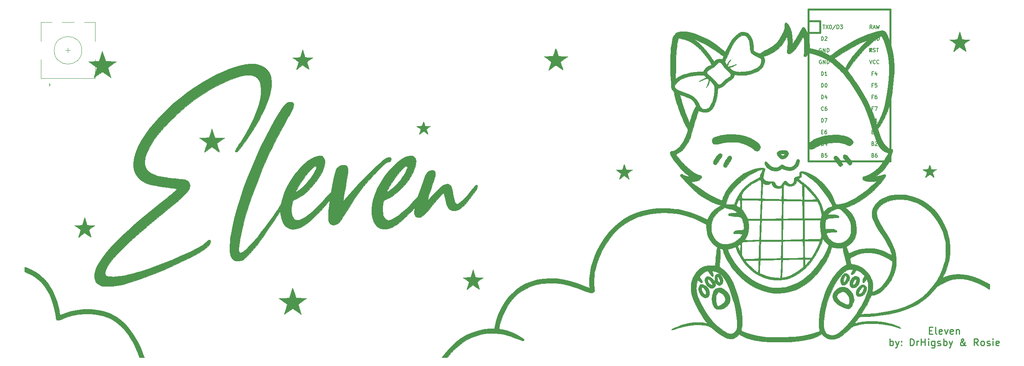
<source format=gbr>
G04 #@! TF.GenerationSoftware,KiCad,Pcbnew,(5.1.4)-1*
G04 #@! TF.CreationDate,2021-03-11T19:24:59-08:00*
G04 #@! TF.ProjectId,Rosies Board,526f7369-6573-4204-926f-6172642e6b69,rev?*
G04 #@! TF.SameCoordinates,Original*
G04 #@! TF.FileFunction,Legend,Top*
G04 #@! TF.FilePolarity,Positive*
%FSLAX46Y46*%
G04 Gerber Fmt 4.6, Leading zero omitted, Abs format (unit mm)*
G04 Created by KiCad (PCBNEW (5.1.4)-1) date 2021-03-11 19:24:59*
%MOMM*%
%LPD*%
G04 APERTURE LIST*
%ADD10C,0.250000*%
%ADD11C,0.010000*%
%ADD12C,0.120000*%
%ADD13C,0.381000*%
%ADD14C,0.150000*%
G04 APERTURE END LIST*
D10*
X225096000Y-87034857D02*
X225596000Y-87034857D01*
X225810285Y-87820571D02*
X225096000Y-87820571D01*
X225096000Y-86320571D01*
X225810285Y-86320571D01*
X226667428Y-87820571D02*
X226524571Y-87749142D01*
X226453142Y-87606285D01*
X226453142Y-86320571D01*
X227810285Y-87749142D02*
X227667428Y-87820571D01*
X227381714Y-87820571D01*
X227238857Y-87749142D01*
X227167428Y-87606285D01*
X227167428Y-87034857D01*
X227238857Y-86892000D01*
X227381714Y-86820571D01*
X227667428Y-86820571D01*
X227810285Y-86892000D01*
X227881714Y-87034857D01*
X227881714Y-87177714D01*
X227167428Y-87320571D01*
X228381714Y-86820571D02*
X228738857Y-87820571D01*
X229096000Y-86820571D01*
X230238857Y-87749142D02*
X230096000Y-87820571D01*
X229810285Y-87820571D01*
X229667428Y-87749142D01*
X229596000Y-87606285D01*
X229596000Y-87034857D01*
X229667428Y-86892000D01*
X229810285Y-86820571D01*
X230096000Y-86820571D01*
X230238857Y-86892000D01*
X230310285Y-87034857D01*
X230310285Y-87177714D01*
X229596000Y-87320571D01*
X230953142Y-86820571D02*
X230953142Y-87820571D01*
X230953142Y-86963428D02*
X231024571Y-86892000D01*
X231167428Y-86820571D01*
X231381714Y-86820571D01*
X231524571Y-86892000D01*
X231596000Y-87034857D01*
X231596000Y-87820571D01*
X216524571Y-90320571D02*
X216524571Y-88820571D01*
X216524571Y-89392000D02*
X216667428Y-89320571D01*
X216953142Y-89320571D01*
X217096000Y-89392000D01*
X217167428Y-89463428D01*
X217238857Y-89606285D01*
X217238857Y-90034857D01*
X217167428Y-90177714D01*
X217096000Y-90249142D01*
X216953142Y-90320571D01*
X216667428Y-90320571D01*
X216524571Y-90249142D01*
X217738857Y-89320571D02*
X218096000Y-90320571D01*
X218453142Y-89320571D02*
X218096000Y-90320571D01*
X217953142Y-90677714D01*
X217881714Y-90749142D01*
X217738857Y-90820571D01*
X219024571Y-90177714D02*
X219096000Y-90249142D01*
X219024571Y-90320571D01*
X218953142Y-90249142D01*
X219024571Y-90177714D01*
X219024571Y-90320571D01*
X219024571Y-89392000D02*
X219096000Y-89463428D01*
X219024571Y-89534857D01*
X218953142Y-89463428D01*
X219024571Y-89392000D01*
X219024571Y-89534857D01*
X220881714Y-90320571D02*
X220881714Y-88820571D01*
X221238857Y-88820571D01*
X221453142Y-88892000D01*
X221596000Y-89034857D01*
X221667428Y-89177714D01*
X221738857Y-89463428D01*
X221738857Y-89677714D01*
X221667428Y-89963428D01*
X221596000Y-90106285D01*
X221453142Y-90249142D01*
X221238857Y-90320571D01*
X220881714Y-90320571D01*
X222381714Y-90320571D02*
X222381714Y-89320571D01*
X222381714Y-89606285D02*
X222453142Y-89463428D01*
X222524571Y-89392000D01*
X222667428Y-89320571D01*
X222810285Y-89320571D01*
X223310285Y-90320571D02*
X223310285Y-88820571D01*
X223310285Y-89534857D02*
X224167428Y-89534857D01*
X224167428Y-90320571D02*
X224167428Y-88820571D01*
X224881714Y-90320571D02*
X224881714Y-89320571D01*
X224881714Y-88820571D02*
X224810285Y-88892000D01*
X224881714Y-88963428D01*
X224953142Y-88892000D01*
X224881714Y-88820571D01*
X224881714Y-88963428D01*
X226238857Y-89320571D02*
X226238857Y-90534857D01*
X226167428Y-90677714D01*
X226096000Y-90749142D01*
X225953142Y-90820571D01*
X225738857Y-90820571D01*
X225596000Y-90749142D01*
X226238857Y-90249142D02*
X226096000Y-90320571D01*
X225810285Y-90320571D01*
X225667428Y-90249142D01*
X225596000Y-90177714D01*
X225524571Y-90034857D01*
X225524571Y-89606285D01*
X225596000Y-89463428D01*
X225667428Y-89392000D01*
X225810285Y-89320571D01*
X226096000Y-89320571D01*
X226238857Y-89392000D01*
X226881714Y-90249142D02*
X227024571Y-90320571D01*
X227310285Y-90320571D01*
X227453142Y-90249142D01*
X227524571Y-90106285D01*
X227524571Y-90034857D01*
X227453142Y-89892000D01*
X227310285Y-89820571D01*
X227096000Y-89820571D01*
X226953142Y-89749142D01*
X226881714Y-89606285D01*
X226881714Y-89534857D01*
X226953142Y-89392000D01*
X227096000Y-89320571D01*
X227310285Y-89320571D01*
X227453142Y-89392000D01*
X228167428Y-90320571D02*
X228167428Y-88820571D01*
X228167428Y-89392000D02*
X228310285Y-89320571D01*
X228596000Y-89320571D01*
X228738857Y-89392000D01*
X228810285Y-89463428D01*
X228881714Y-89606285D01*
X228881714Y-90034857D01*
X228810285Y-90177714D01*
X228738857Y-90249142D01*
X228596000Y-90320571D01*
X228310285Y-90320571D01*
X228167428Y-90249142D01*
X229381714Y-89320571D02*
X229738857Y-90320571D01*
X230096000Y-89320571D02*
X229738857Y-90320571D01*
X229596000Y-90677714D01*
X229524571Y-90749142D01*
X229381714Y-90820571D01*
X233024571Y-90320571D02*
X232953142Y-90320571D01*
X232810285Y-90249142D01*
X232596000Y-90034857D01*
X232238857Y-89606285D01*
X232096000Y-89392000D01*
X232024571Y-89177714D01*
X232024571Y-89034857D01*
X232096000Y-88892000D01*
X232238857Y-88820571D01*
X232310285Y-88820571D01*
X232453142Y-88892000D01*
X232524571Y-89034857D01*
X232524571Y-89106285D01*
X232453142Y-89249142D01*
X232381714Y-89320571D01*
X231953142Y-89606285D01*
X231881714Y-89677714D01*
X231810285Y-89820571D01*
X231810285Y-90034857D01*
X231881714Y-90177714D01*
X231953142Y-90249142D01*
X232096000Y-90320571D01*
X232310285Y-90320571D01*
X232453142Y-90249142D01*
X232524571Y-90177714D01*
X232738857Y-89892000D01*
X232810285Y-89677714D01*
X232810285Y-89534857D01*
X235667428Y-90320571D02*
X235167428Y-89606285D01*
X234810285Y-90320571D02*
X234810285Y-88820571D01*
X235381714Y-88820571D01*
X235524571Y-88892000D01*
X235596000Y-88963428D01*
X235667428Y-89106285D01*
X235667428Y-89320571D01*
X235596000Y-89463428D01*
X235524571Y-89534857D01*
X235381714Y-89606285D01*
X234810285Y-89606285D01*
X236524571Y-90320571D02*
X236381714Y-90249142D01*
X236310285Y-90177714D01*
X236238857Y-90034857D01*
X236238857Y-89606285D01*
X236310285Y-89463428D01*
X236381714Y-89392000D01*
X236524571Y-89320571D01*
X236738857Y-89320571D01*
X236881714Y-89392000D01*
X236953142Y-89463428D01*
X237024571Y-89606285D01*
X237024571Y-90034857D01*
X236953142Y-90177714D01*
X236881714Y-90249142D01*
X236738857Y-90320571D01*
X236524571Y-90320571D01*
X237596000Y-90249142D02*
X237738857Y-90320571D01*
X238024571Y-90320571D01*
X238167428Y-90249142D01*
X238238857Y-90106285D01*
X238238857Y-90034857D01*
X238167428Y-89892000D01*
X238024571Y-89820571D01*
X237810285Y-89820571D01*
X237667428Y-89749142D01*
X237596000Y-89606285D01*
X237596000Y-89534857D01*
X237667428Y-89392000D01*
X237810285Y-89320571D01*
X238024571Y-89320571D01*
X238167428Y-89392000D01*
X238881714Y-90320571D02*
X238881714Y-89320571D01*
X238881714Y-88820571D02*
X238810285Y-88892000D01*
X238881714Y-88963428D01*
X238953142Y-88892000D01*
X238881714Y-88820571D01*
X238881714Y-88963428D01*
X240167428Y-90249142D02*
X240024571Y-90320571D01*
X239738857Y-90320571D01*
X239596000Y-90249142D01*
X239524571Y-90106285D01*
X239524571Y-89534857D01*
X239596000Y-89392000D01*
X239738857Y-89320571D01*
X240024571Y-89320571D01*
X240167428Y-89392000D01*
X240238857Y-89534857D01*
X240238857Y-89677714D01*
X239524571Y-89820571D01*
D11*
G36*
X205351275Y-44518347D02*
G01*
X206128497Y-44614741D01*
X206445712Y-44685543D01*
X207171103Y-44908340D01*
X207745371Y-45154873D01*
X208165359Y-45421995D01*
X208427912Y-45706560D01*
X208529872Y-46005419D01*
X208468084Y-46315425D01*
X208315367Y-46549817D01*
X208055464Y-46750608D01*
X207723972Y-46812273D01*
X207310166Y-46735505D01*
X207038746Y-46632422D01*
X206607389Y-46453410D01*
X206241396Y-46328011D01*
X205891672Y-46247126D01*
X205509122Y-46201656D01*
X205044652Y-46182502D01*
X204597560Y-46179967D01*
X203596938Y-46214380D01*
X202724293Y-46317403D01*
X201949633Y-46496659D01*
X201242964Y-46759771D01*
X200574294Y-47114362D01*
X200344476Y-47260967D01*
X199903854Y-47518273D01*
X199543528Y-47644344D01*
X199242197Y-47643415D01*
X198992545Y-47529717D01*
X198802840Y-47310211D01*
X198690401Y-47011696D01*
X198679905Y-46711655D01*
X198703861Y-46623281D01*
X198866600Y-46375790D01*
X199162812Y-46098719D01*
X199563289Y-45809480D01*
X200038822Y-45525486D01*
X200560201Y-45264148D01*
X201098219Y-45042879D01*
X201623665Y-44879090D01*
X201634227Y-44876424D01*
X202582033Y-44678241D01*
X203541703Y-44551539D01*
X204476897Y-44497761D01*
X205351275Y-44518347D01*
X205351275Y-44518347D01*
G37*
X205351275Y-44518347D02*
X206128497Y-44614741D01*
X206445712Y-44685543D01*
X207171103Y-44908340D01*
X207745371Y-45154873D01*
X208165359Y-45421995D01*
X208427912Y-45706560D01*
X208529872Y-46005419D01*
X208468084Y-46315425D01*
X208315367Y-46549817D01*
X208055464Y-46750608D01*
X207723972Y-46812273D01*
X207310166Y-46735505D01*
X207038746Y-46632422D01*
X206607389Y-46453410D01*
X206241396Y-46328011D01*
X205891672Y-46247126D01*
X205509122Y-46201656D01*
X205044652Y-46182502D01*
X204597560Y-46179967D01*
X203596938Y-46214380D01*
X202724293Y-46317403D01*
X201949633Y-46496659D01*
X201242964Y-46759771D01*
X200574294Y-47114362D01*
X200344476Y-47260967D01*
X199903854Y-47518273D01*
X199543528Y-47644344D01*
X199242197Y-47643415D01*
X198992545Y-47529717D01*
X198802840Y-47310211D01*
X198690401Y-47011696D01*
X198679905Y-46711655D01*
X198703861Y-46623281D01*
X198866600Y-46375790D01*
X199162812Y-46098719D01*
X199563289Y-45809480D01*
X200038822Y-45525486D01*
X200560201Y-45264148D01*
X201098219Y-45042879D01*
X201623665Y-44879090D01*
X201634227Y-44876424D01*
X202582033Y-44678241D01*
X203541703Y-44551539D01*
X204476897Y-44497761D01*
X205351275Y-44518347D01*
G36*
X183720802Y-44490368D02*
G01*
X184928863Y-44762506D01*
X186117908Y-45197854D01*
X186478894Y-45363342D01*
X187074548Y-45682566D01*
X187581758Y-46021576D01*
X187976302Y-46361768D01*
X188233956Y-46684539D01*
X188259732Y-46731136D01*
X188376215Y-47098311D01*
X188354400Y-47439918D01*
X188210523Y-47724381D01*
X187960817Y-47920124D01*
X187621515Y-47995571D01*
X187609612Y-47995646D01*
X187418882Y-47978116D01*
X187243815Y-47908964D01*
X187039382Y-47763347D01*
X186789715Y-47543299D01*
X186218283Y-47110815D01*
X185510429Y-46729551D01*
X184694590Y-46412050D01*
X183799201Y-46170858D01*
X183576925Y-46125966D01*
X183129803Y-46072538D01*
X182566580Y-46051605D01*
X181936844Y-46060729D01*
X181290185Y-46097477D01*
X180676194Y-46159411D01*
X180144460Y-46244097D01*
X179874894Y-46307789D01*
X179490274Y-46405279D01*
X179104539Y-46485241D01*
X178794489Y-46531961D01*
X178766523Y-46534545D01*
X178501026Y-46546676D01*
X178334325Y-46510622D01*
X178197575Y-46402075D01*
X178110356Y-46302872D01*
X177929400Y-45977887D01*
X177904591Y-45646997D01*
X178027045Y-45342221D01*
X178287878Y-45095577D01*
X178471168Y-45002549D01*
X179128084Y-44785115D01*
X179907532Y-44603926D01*
X180764824Y-44468533D01*
X181179566Y-44423653D01*
X182476708Y-44378422D01*
X183720802Y-44490368D01*
X183720802Y-44490368D01*
G37*
X183720802Y-44490368D02*
X184928863Y-44762506D01*
X186117908Y-45197854D01*
X186478894Y-45363342D01*
X187074548Y-45682566D01*
X187581758Y-46021576D01*
X187976302Y-46361768D01*
X188233956Y-46684539D01*
X188259732Y-46731136D01*
X188376215Y-47098311D01*
X188354400Y-47439918D01*
X188210523Y-47724381D01*
X187960817Y-47920124D01*
X187621515Y-47995571D01*
X187609612Y-47995646D01*
X187418882Y-47978116D01*
X187243815Y-47908964D01*
X187039382Y-47763347D01*
X186789715Y-47543299D01*
X186218283Y-47110815D01*
X185510429Y-46729551D01*
X184694590Y-46412050D01*
X183799201Y-46170858D01*
X183576925Y-46125966D01*
X183129803Y-46072538D01*
X182566580Y-46051605D01*
X181936844Y-46060729D01*
X181290185Y-46097477D01*
X180676194Y-46159411D01*
X180144460Y-46244097D01*
X179874894Y-46307789D01*
X179490274Y-46405279D01*
X179104539Y-46485241D01*
X178794489Y-46531961D01*
X178766523Y-46534545D01*
X178501026Y-46546676D01*
X178334325Y-46510622D01*
X178197575Y-46402075D01*
X178110356Y-46302872D01*
X177929400Y-45977887D01*
X177904591Y-45646997D01*
X178027045Y-45342221D01*
X178287878Y-45095577D01*
X178471168Y-45002549D01*
X179128084Y-44785115D01*
X179907532Y-44603926D01*
X180764824Y-44468533D01*
X181179566Y-44423653D01*
X182476708Y-44378422D01*
X183720802Y-44490368D01*
G36*
X193928971Y-47888399D02*
G01*
X194249971Y-48028946D01*
X194435385Y-48250374D01*
X194479894Y-48474065D01*
X194413499Y-48783810D01*
X194238983Y-49119503D01*
X193993348Y-49419843D01*
X193824989Y-49559097D01*
X193445576Y-49737793D01*
X193074352Y-49748539D01*
X192726449Y-49607302D01*
X192472838Y-49397181D01*
X192242715Y-49112499D01*
X192073755Y-48809361D01*
X192046235Y-48705165D01*
X192840833Y-48705165D01*
X192915858Y-48821146D01*
X193072471Y-48963954D01*
X193214694Y-49011646D01*
X193389183Y-48954432D01*
X193569727Y-48821146D01*
X193760227Y-48630646D01*
X193483544Y-48604002D01*
X193214923Y-48593029D01*
X192994207Y-48604002D01*
X192849139Y-48634242D01*
X192840833Y-48705165D01*
X192046235Y-48705165D01*
X192003635Y-48543874D01*
X192003394Y-48530554D01*
X192082608Y-48266055D01*
X192308755Y-48055587D01*
X192664589Y-47911715D01*
X192917487Y-47864492D01*
X193481703Y-47832369D01*
X193928971Y-47888399D01*
X193928971Y-47888399D01*
G37*
X193928971Y-47888399D02*
X194249971Y-48028946D01*
X194435385Y-48250374D01*
X194479894Y-48474065D01*
X194413499Y-48783810D01*
X194238983Y-49119503D01*
X193993348Y-49419843D01*
X193824989Y-49559097D01*
X193445576Y-49737793D01*
X193074352Y-49748539D01*
X192726449Y-49607302D01*
X192472838Y-49397181D01*
X192242715Y-49112499D01*
X192073755Y-48809361D01*
X192046235Y-48705165D01*
X192840833Y-48705165D01*
X192915858Y-48821146D01*
X193072471Y-48963954D01*
X193214694Y-49011646D01*
X193389183Y-48954432D01*
X193569727Y-48821146D01*
X193760227Y-48630646D01*
X193483544Y-48604002D01*
X193214923Y-48593029D01*
X192994207Y-48604002D01*
X192849139Y-48634242D01*
X192840833Y-48705165D01*
X192046235Y-48705165D01*
X192003635Y-48543874D01*
X192003394Y-48530554D01*
X192082608Y-48266055D01*
X192308755Y-48055587D01*
X192664589Y-47911715D01*
X192917487Y-47864492D01*
X193481703Y-47832369D01*
X193928971Y-47888399D01*
G36*
X179734009Y-48528206D02*
G01*
X179806926Y-48550759D01*
X180005392Y-48669602D01*
X180082259Y-48853299D01*
X180035844Y-49113880D01*
X179864468Y-49463375D01*
X179628839Y-49825713D01*
X179332792Y-50246877D01*
X179114108Y-50548410D01*
X178954230Y-50750229D01*
X178834605Y-50872249D01*
X178736677Y-50934388D01*
X178641891Y-50956563D01*
X178573054Y-50958980D01*
X178363441Y-50923708D01*
X178240827Y-50857380D01*
X178151976Y-50650842D01*
X178195602Y-50345558D01*
X178369921Y-49945972D01*
X178673149Y-49456524D01*
X178962033Y-49061681D01*
X179207051Y-48761609D01*
X179395635Y-48585826D01*
X179560412Y-48514601D01*
X179734009Y-48528206D01*
X179734009Y-48528206D01*
G37*
X179734009Y-48528206D02*
X179806926Y-48550759D01*
X180005392Y-48669602D01*
X180082259Y-48853299D01*
X180035844Y-49113880D01*
X179864468Y-49463375D01*
X179628839Y-49825713D01*
X179332792Y-50246877D01*
X179114108Y-50548410D01*
X178954230Y-50750229D01*
X178834605Y-50872249D01*
X178736677Y-50934388D01*
X178641891Y-50956563D01*
X178573054Y-50958980D01*
X178363441Y-50923708D01*
X178240827Y-50857380D01*
X178151976Y-50650842D01*
X178195602Y-50345558D01*
X178369921Y-49945972D01*
X178673149Y-49456524D01*
X178962033Y-49061681D01*
X179207051Y-48761609D01*
X179395635Y-48585826D01*
X179560412Y-48514601D01*
X179734009Y-48528206D01*
G36*
X206893217Y-48791341D02*
G01*
X207140734Y-48938117D01*
X207194024Y-48990480D01*
X207443496Y-49279725D01*
X207696859Y-49605775D01*
X207930599Y-49934284D01*
X208121200Y-50230905D01*
X208245148Y-50461294D01*
X208280560Y-50577484D01*
X208205831Y-50802112D01*
X208021154Y-50976382D01*
X207793607Y-51043646D01*
X207629979Y-50974340D01*
X207405399Y-50780189D01*
X207240859Y-50599146D01*
X206837005Y-50100361D01*
X206554198Y-49699407D01*
X206386083Y-49382567D01*
X206326306Y-49136126D01*
X206368512Y-48946367D01*
X206434827Y-48859246D01*
X206640140Y-48761978D01*
X206893217Y-48791341D01*
X206893217Y-48791341D01*
G37*
X206893217Y-48791341D02*
X207140734Y-48938117D01*
X207194024Y-48990480D01*
X207443496Y-49279725D01*
X207696859Y-49605775D01*
X207930599Y-49934284D01*
X208121200Y-50230905D01*
X208245148Y-50461294D01*
X208280560Y-50577484D01*
X208205831Y-50802112D01*
X208021154Y-50976382D01*
X207793607Y-51043646D01*
X207629979Y-50974340D01*
X207405399Y-50780189D01*
X207240859Y-50599146D01*
X206837005Y-50100361D01*
X206554198Y-49699407D01*
X206386083Y-49382567D01*
X206326306Y-49136126D01*
X206368512Y-48946367D01*
X206434827Y-48859246D01*
X206640140Y-48761978D01*
X206893217Y-48791341D01*
G36*
X205019554Y-49130015D02*
G01*
X205024051Y-49132930D01*
X205185477Y-49278554D01*
X205394156Y-49521315D01*
X205624422Y-49824091D01*
X205850607Y-50149763D01*
X206047046Y-50461209D01*
X206188070Y-50721310D01*
X206248013Y-50892946D01*
X206248560Y-50903856D01*
X206177139Y-51112573D01*
X206005680Y-51293196D01*
X205798387Y-51381070D01*
X205773434Y-51382313D01*
X205639757Y-51331049D01*
X205503825Y-51234146D01*
X205366618Y-51089667D01*
X205176598Y-50857140D01*
X204958716Y-50571267D01*
X204737921Y-50266746D01*
X204539162Y-49978280D01*
X204387391Y-49740567D01*
X204307557Y-49588309D01*
X204301227Y-49561573D01*
X204368412Y-49296952D01*
X204540249Y-49119195D01*
X204772156Y-49054737D01*
X205019554Y-49130015D01*
X205019554Y-49130015D01*
G37*
X205019554Y-49130015D02*
X205024051Y-49132930D01*
X205185477Y-49278554D01*
X205394156Y-49521315D01*
X205624422Y-49824091D01*
X205850607Y-50149763D01*
X206047046Y-50461209D01*
X206188070Y-50721310D01*
X206248013Y-50892946D01*
X206248560Y-50903856D01*
X206177139Y-51112573D01*
X206005680Y-51293196D01*
X205798387Y-51381070D01*
X205773434Y-51382313D01*
X205639757Y-51331049D01*
X205503825Y-51234146D01*
X205366618Y-51089667D01*
X205176598Y-50857140D01*
X204958716Y-50571267D01*
X204737921Y-50266746D01*
X204539162Y-49978280D01*
X204387391Y-49740567D01*
X204307557Y-49588309D01*
X204301227Y-49561573D01*
X204368412Y-49296952D01*
X204540249Y-49119195D01*
X204772156Y-49054737D01*
X205019554Y-49130015D01*
G36*
X181865374Y-49063986D02*
G01*
X181908026Y-49081423D01*
X182090434Y-49205821D01*
X182168122Y-49379436D01*
X182139542Y-49623096D01*
X182003141Y-49957628D01*
X181817206Y-50301461D01*
X181541905Y-50769741D01*
X181328106Y-51107576D01*
X181159292Y-51334810D01*
X181018943Y-51471286D01*
X180890542Y-51536849D01*
X180776518Y-51551646D01*
X180566265Y-51516699D01*
X180442160Y-51450046D01*
X180354801Y-51287845D01*
X180361807Y-51056018D01*
X180467765Y-50737685D01*
X180677263Y-50315970D01*
X180817404Y-50069379D01*
X181095731Y-49616616D01*
X181323334Y-49304513D01*
X181516569Y-49118253D01*
X181691797Y-49043016D01*
X181865374Y-49063986D01*
X181865374Y-49063986D01*
G37*
X181865374Y-49063986D02*
X181908026Y-49081423D01*
X182090434Y-49205821D01*
X182168122Y-49379436D01*
X182139542Y-49623096D01*
X182003141Y-49957628D01*
X181817206Y-50301461D01*
X181541905Y-50769741D01*
X181328106Y-51107576D01*
X181159292Y-51334810D01*
X181018943Y-51471286D01*
X180890542Y-51536849D01*
X180776518Y-51551646D01*
X180566265Y-51516699D01*
X180442160Y-51450046D01*
X180354801Y-51287845D01*
X180361807Y-51056018D01*
X180467765Y-50737685D01*
X180677263Y-50315970D01*
X180817404Y-50069379D01*
X181095731Y-49616616D01*
X181323334Y-49304513D01*
X181516569Y-49118253D01*
X181691797Y-49043016D01*
X181865374Y-49063986D01*
G36*
X196744112Y-49811198D02*
G01*
X196882613Y-49964931D01*
X196913293Y-50247990D01*
X196903370Y-50343322D01*
X196799317Y-50770758D01*
X196595528Y-51165071D01*
X196280633Y-51562185D01*
X195964082Y-51866069D01*
X195634257Y-52066619D01*
X195221018Y-52203934D01*
X195113922Y-52229197D01*
X194635860Y-52269202D01*
X194101843Y-52204540D01*
X193580285Y-52045462D01*
X193427655Y-51976520D01*
X193203744Y-51878578D01*
X193066477Y-51863797D01*
X192960097Y-51924666D01*
X192553318Y-52177189D01*
X192056705Y-52326981D01*
X191520608Y-52366294D01*
X190995380Y-52287378D01*
X190867375Y-52246738D01*
X190280409Y-51959585D01*
X189801698Y-51549213D01*
X189560964Y-51243304D01*
X189372966Y-50907389D01*
X189299689Y-50625140D01*
X189345286Y-50420980D01*
X189410477Y-50357980D01*
X189545906Y-50289114D01*
X189665464Y-50287104D01*
X189795205Y-50369897D01*
X189961187Y-50555440D01*
X190189464Y-50861678D01*
X190236015Y-50926577D01*
X190577310Y-51273233D01*
X191005759Y-51511875D01*
X191477847Y-51628429D01*
X191950055Y-51608822D01*
X192159458Y-51548644D01*
X192370682Y-51435916D01*
X192612428Y-51263280D01*
X192675915Y-51209977D01*
X192966697Y-51010893D01*
X193208912Y-50970281D01*
X193398486Y-51075000D01*
X193729792Y-51305151D01*
X194156699Y-51461462D01*
X194617687Y-51531723D01*
X195051236Y-51503723D01*
X195253088Y-51443113D01*
X195609142Y-51209466D01*
X195913460Y-50843536D01*
X196138423Y-50380646D01*
X196176741Y-50261778D01*
X196273125Y-49986751D01*
X196373107Y-49841462D01*
X196498901Y-49788313D01*
X196744112Y-49811198D01*
X196744112Y-49811198D01*
G37*
X196744112Y-49811198D02*
X196882613Y-49964931D01*
X196913293Y-50247990D01*
X196903370Y-50343322D01*
X196799317Y-50770758D01*
X196595528Y-51165071D01*
X196280633Y-51562185D01*
X195964082Y-51866069D01*
X195634257Y-52066619D01*
X195221018Y-52203934D01*
X195113922Y-52229197D01*
X194635860Y-52269202D01*
X194101843Y-52204540D01*
X193580285Y-52045462D01*
X193427655Y-51976520D01*
X193203744Y-51878578D01*
X193066477Y-51863797D01*
X192960097Y-51924666D01*
X192553318Y-52177189D01*
X192056705Y-52326981D01*
X191520608Y-52366294D01*
X190995380Y-52287378D01*
X190867375Y-52246738D01*
X190280409Y-51959585D01*
X189801698Y-51549213D01*
X189560964Y-51243304D01*
X189372966Y-50907389D01*
X189299689Y-50625140D01*
X189345286Y-50420980D01*
X189410477Y-50357980D01*
X189545906Y-50289114D01*
X189665464Y-50287104D01*
X189795205Y-50369897D01*
X189961187Y-50555440D01*
X190189464Y-50861678D01*
X190236015Y-50926577D01*
X190577310Y-51273233D01*
X191005759Y-51511875D01*
X191477847Y-51628429D01*
X191950055Y-51608822D01*
X192159458Y-51548644D01*
X192370682Y-51435916D01*
X192612428Y-51263280D01*
X192675915Y-51209977D01*
X192966697Y-51010893D01*
X193208912Y-50970281D01*
X193398486Y-51075000D01*
X193729792Y-51305151D01*
X194156699Y-51461462D01*
X194617687Y-51531723D01*
X195051236Y-51503723D01*
X195253088Y-51443113D01*
X195609142Y-51209466D01*
X195913460Y-50843536D01*
X196138423Y-50380646D01*
X196176741Y-50261778D01*
X196273125Y-49986751D01*
X196373107Y-49841462D01*
X196498901Y-49788313D01*
X196744112Y-49811198D01*
G36*
X179453239Y-74731314D02*
G01*
X179669988Y-74901159D01*
X179888645Y-75134441D01*
X180066365Y-75390421D01*
X180090273Y-75434924D01*
X180214762Y-75793047D01*
X180263149Y-76191696D01*
X180236328Y-76574865D01*
X180135197Y-76886550D01*
X180065394Y-76988894D01*
X179791143Y-77189872D01*
X179476783Y-77235828D01*
X179146839Y-77128256D01*
X178871450Y-76916225D01*
X178699720Y-76758148D01*
X178623550Y-76726379D01*
X178624239Y-76788218D01*
X178643995Y-77146597D01*
X178528064Y-77457337D01*
X178305832Y-77691148D01*
X178006685Y-77818744D01*
X177660011Y-77810837D01*
X177611249Y-77797815D01*
X177169893Y-77596310D01*
X176800849Y-77292929D01*
X176522560Y-76918840D01*
X176353469Y-76505209D01*
X176318291Y-76147069D01*
X176953894Y-76147069D01*
X176995453Y-76392389D01*
X177138898Y-76638102D01*
X177260079Y-76782069D01*
X177477894Y-76978378D01*
X177690635Y-77098076D01*
X177863106Y-77130069D01*
X177960107Y-77063264D01*
X177969894Y-77005794D01*
X177914616Y-76833790D01*
X177771861Y-76597994D01*
X177622583Y-76401313D01*
X178477894Y-76401313D01*
X178520227Y-76443646D01*
X178562560Y-76401313D01*
X178520227Y-76358980D01*
X178477894Y-76401313D01*
X177622583Y-76401313D01*
X177576247Y-76340264D01*
X177362391Y-76102462D01*
X177164912Y-75926447D01*
X177018427Y-75854080D01*
X177017394Y-75854024D01*
X176975432Y-75926340D01*
X176954446Y-76108112D01*
X176953894Y-76147069D01*
X176318291Y-76147069D01*
X176312017Y-76083205D01*
X176392306Y-75737856D01*
X176585517Y-75446428D01*
X176850515Y-75298487D01*
X177171060Y-75292864D01*
X177530915Y-75428389D01*
X177913841Y-75703893D01*
X178075727Y-75859087D01*
X178477894Y-76273751D01*
X178477894Y-75804161D01*
X178501095Y-75597467D01*
X179043033Y-75597467D01*
X179059161Y-75844457D01*
X179117403Y-76108059D01*
X179212248Y-76340861D01*
X179287829Y-76449836D01*
X179448051Y-76590751D01*
X179553253Y-76584317D01*
X179605236Y-76496253D01*
X179620581Y-76305193D01*
X179571594Y-76047156D01*
X179477780Y-75772575D01*
X179358648Y-75531883D01*
X179233704Y-75375514D01*
X179159164Y-75342980D01*
X179074530Y-75414504D01*
X179043033Y-75597467D01*
X178501095Y-75597467D01*
X178530508Y-75335445D01*
X178682430Y-74981162D01*
X178924773Y-74753902D01*
X179248655Y-74666256D01*
X179281243Y-74665646D01*
X179453239Y-74731314D01*
X179453239Y-74731314D01*
G37*
X179453239Y-74731314D02*
X179669988Y-74901159D01*
X179888645Y-75134441D01*
X180066365Y-75390421D01*
X180090273Y-75434924D01*
X180214762Y-75793047D01*
X180263149Y-76191696D01*
X180236328Y-76574865D01*
X180135197Y-76886550D01*
X180065394Y-76988894D01*
X179791143Y-77189872D01*
X179476783Y-77235828D01*
X179146839Y-77128256D01*
X178871450Y-76916225D01*
X178699720Y-76758148D01*
X178623550Y-76726379D01*
X178624239Y-76788218D01*
X178643995Y-77146597D01*
X178528064Y-77457337D01*
X178305832Y-77691148D01*
X178006685Y-77818744D01*
X177660011Y-77810837D01*
X177611249Y-77797815D01*
X177169893Y-77596310D01*
X176800849Y-77292929D01*
X176522560Y-76918840D01*
X176353469Y-76505209D01*
X176318291Y-76147069D01*
X176953894Y-76147069D01*
X176995453Y-76392389D01*
X177138898Y-76638102D01*
X177260079Y-76782069D01*
X177477894Y-76978378D01*
X177690635Y-77098076D01*
X177863106Y-77130069D01*
X177960107Y-77063264D01*
X177969894Y-77005794D01*
X177914616Y-76833790D01*
X177771861Y-76597994D01*
X177622583Y-76401313D01*
X178477894Y-76401313D01*
X178520227Y-76443646D01*
X178562560Y-76401313D01*
X178520227Y-76358980D01*
X178477894Y-76401313D01*
X177622583Y-76401313D01*
X177576247Y-76340264D01*
X177362391Y-76102462D01*
X177164912Y-75926447D01*
X177018427Y-75854080D01*
X177017394Y-75854024D01*
X176975432Y-75926340D01*
X176954446Y-76108112D01*
X176953894Y-76147069D01*
X176318291Y-76147069D01*
X176312017Y-76083205D01*
X176392306Y-75737856D01*
X176585517Y-75446428D01*
X176850515Y-75298487D01*
X177171060Y-75292864D01*
X177530915Y-75428389D01*
X177913841Y-75703893D01*
X178075727Y-75859087D01*
X178477894Y-76273751D01*
X178477894Y-75804161D01*
X178501095Y-75597467D01*
X179043033Y-75597467D01*
X179059161Y-75844457D01*
X179117403Y-76108059D01*
X179212248Y-76340861D01*
X179287829Y-76449836D01*
X179448051Y-76590751D01*
X179553253Y-76584317D01*
X179605236Y-76496253D01*
X179620581Y-76305193D01*
X179571594Y-76047156D01*
X179477780Y-75772575D01*
X179358648Y-75531883D01*
X179233704Y-75375514D01*
X179159164Y-75342980D01*
X179074530Y-75414504D01*
X179043033Y-75597467D01*
X178501095Y-75597467D01*
X178530508Y-75335445D01*
X178682430Y-74981162D01*
X178924773Y-74753902D01*
X179248655Y-74666256D01*
X179281243Y-74665646D01*
X179453239Y-74731314D01*
G36*
X175788937Y-76977508D02*
G01*
X176230686Y-77119411D01*
X176638953Y-77412380D01*
X176958367Y-77793303D01*
X177224827Y-78291861D01*
X177344401Y-78762362D01*
X177316424Y-79189303D01*
X177140234Y-79557178D01*
X177038847Y-79673719D01*
X176732888Y-79869667D01*
X176376843Y-79916435D01*
X176003163Y-79812695D01*
X175846596Y-79722465D01*
X175460530Y-79360359D01*
X175167573Y-78857707D01*
X175038568Y-78494993D01*
X174951834Y-78014281D01*
X174967618Y-77886967D01*
X175603698Y-77886967D01*
X175636858Y-78140200D01*
X175714840Y-78414703D01*
X175759783Y-78524634D01*
X175910445Y-78779149D01*
X176103071Y-79004079D01*
X176298704Y-79162301D01*
X176458382Y-79216690D01*
X176481380Y-79212242D01*
X176552010Y-79115714D01*
X176598342Y-78922621D01*
X176599727Y-78909568D01*
X176566369Y-78634166D01*
X176438504Y-78327383D01*
X176246866Y-78032335D01*
X176022192Y-77792138D01*
X175795216Y-77649909D01*
X175686872Y-77628980D01*
X175619116Y-77701171D01*
X175603698Y-77886967D01*
X174967618Y-77886967D01*
X175001961Y-77609979D01*
X175193408Y-77252930D01*
X175236788Y-77199028D01*
X175404984Y-77027261D01*
X175564976Y-76964989D01*
X175788937Y-76977508D01*
X175788937Y-76977508D01*
G37*
X175788937Y-76977508D02*
X176230686Y-77119411D01*
X176638953Y-77412380D01*
X176958367Y-77793303D01*
X177224827Y-78291861D01*
X177344401Y-78762362D01*
X177316424Y-79189303D01*
X177140234Y-79557178D01*
X177038847Y-79673719D01*
X176732888Y-79869667D01*
X176376843Y-79916435D01*
X176003163Y-79812695D01*
X175846596Y-79722465D01*
X175460530Y-79360359D01*
X175167573Y-78857707D01*
X175038568Y-78494993D01*
X174951834Y-78014281D01*
X174967618Y-77886967D01*
X175603698Y-77886967D01*
X175636858Y-78140200D01*
X175714840Y-78414703D01*
X175759783Y-78524634D01*
X175910445Y-78779149D01*
X176103071Y-79004079D01*
X176298704Y-79162301D01*
X176458382Y-79216690D01*
X176481380Y-79212242D01*
X176552010Y-79115714D01*
X176598342Y-78922621D01*
X176599727Y-78909568D01*
X176566369Y-78634166D01*
X176438504Y-78327383D01*
X176246866Y-78032335D01*
X176022192Y-77792138D01*
X175795216Y-77649909D01*
X175686872Y-77628980D01*
X175619116Y-77701171D01*
X175603698Y-77886967D01*
X174967618Y-77886967D01*
X175001961Y-77609979D01*
X175193408Y-77252930D01*
X175236788Y-77199028D01*
X175404984Y-77027261D01*
X175564976Y-76964989D01*
X175788937Y-76977508D01*
G36*
X179885308Y-77788411D02*
G01*
X180335734Y-77996263D01*
X180781930Y-78312536D01*
X181191008Y-78712565D01*
X181530079Y-79171685D01*
X181620739Y-79331454D01*
X181789807Y-79818285D01*
X181828458Y-80347636D01*
X181737634Y-80863311D01*
X181589477Y-81199913D01*
X181213776Y-81690534D01*
X180732631Y-82054816D01*
X180183475Y-82288154D01*
X179661314Y-82417411D01*
X179236942Y-82443871D01*
X178873947Y-82367999D01*
X178732927Y-82306681D01*
X178455911Y-82081710D01*
X178218861Y-81723460D01*
X178031892Y-81265333D01*
X177905113Y-80740731D01*
X177849793Y-80194461D01*
X178756013Y-80194461D01*
X178782736Y-80715647D01*
X178865558Y-81188336D01*
X178940408Y-81417813D01*
X179051874Y-81657161D01*
X179159775Y-81756254D01*
X179315794Y-81734901D01*
X179519265Y-81639691D01*
X179935562Y-81393085D01*
X180305171Y-81110003D01*
X180587728Y-80824599D01*
X180721760Y-80622267D01*
X180809851Y-80272173D01*
X180743867Y-79905779D01*
X180520387Y-79512184D01*
X180285932Y-79233261D01*
X179920596Y-78898720D01*
X179601816Y-78726736D01*
X179328610Y-78717343D01*
X179099995Y-78870575D01*
X178914991Y-79186465D01*
X178878786Y-79281338D01*
X178787369Y-79693463D01*
X178756013Y-80194461D01*
X177849793Y-80194461D01*
X177848638Y-80183056D01*
X177872577Y-79625710D01*
X177888097Y-79516012D01*
X178041456Y-78913347D01*
X178285145Y-78417637D01*
X178606775Y-78043055D01*
X178993955Y-77803776D01*
X179434298Y-77713972D01*
X179463542Y-77713646D01*
X179885308Y-77788411D01*
X179885308Y-77788411D01*
G37*
X179885308Y-77788411D02*
X180335734Y-77996263D01*
X180781930Y-78312536D01*
X181191008Y-78712565D01*
X181530079Y-79171685D01*
X181620739Y-79331454D01*
X181789807Y-79818285D01*
X181828458Y-80347636D01*
X181737634Y-80863311D01*
X181589477Y-81199913D01*
X181213776Y-81690534D01*
X180732631Y-82054816D01*
X180183475Y-82288154D01*
X179661314Y-82417411D01*
X179236942Y-82443871D01*
X178873947Y-82367999D01*
X178732927Y-82306681D01*
X178455911Y-82081710D01*
X178218861Y-81723460D01*
X178031892Y-81265333D01*
X177905113Y-80740731D01*
X177849793Y-80194461D01*
X178756013Y-80194461D01*
X178782736Y-80715647D01*
X178865558Y-81188336D01*
X178940408Y-81417813D01*
X179051874Y-81657161D01*
X179159775Y-81756254D01*
X179315794Y-81734901D01*
X179519265Y-81639691D01*
X179935562Y-81393085D01*
X180305171Y-81110003D01*
X180587728Y-80824599D01*
X180721760Y-80622267D01*
X180809851Y-80272173D01*
X180743867Y-79905779D01*
X180520387Y-79512184D01*
X180285932Y-79233261D01*
X179920596Y-78898720D01*
X179601816Y-78726736D01*
X179328610Y-78717343D01*
X179099995Y-78870575D01*
X178914991Y-79186465D01*
X178878786Y-79281338D01*
X178787369Y-79693463D01*
X178756013Y-80194461D01*
X177849793Y-80194461D01*
X177848638Y-80183056D01*
X177872577Y-79625710D01*
X177888097Y-79516012D01*
X178041456Y-78913347D01*
X178285145Y-78417637D01*
X178606775Y-78043055D01*
X178993955Y-77803776D01*
X179434298Y-77713972D01*
X179463542Y-77713646D01*
X179885308Y-77788411D01*
G36*
X206880506Y-74598661D02*
G01*
X206951879Y-74607584D01*
X207321422Y-74726253D01*
X207582914Y-74952248D01*
X207734054Y-75260636D01*
X207772536Y-75626488D01*
X207696058Y-76024873D01*
X207502315Y-76430859D01*
X207189006Y-76819517D01*
X207158965Y-76848866D01*
X206862899Y-77060663D01*
X206545782Y-77170824D01*
X206257465Y-77166125D01*
X206142725Y-77118449D01*
X205955524Y-76926067D01*
X205810178Y-76637869D01*
X205743336Y-76333501D01*
X206417267Y-76333501D01*
X206444173Y-76491223D01*
X206493789Y-76528313D01*
X206590207Y-76469720D01*
X206747789Y-76321241D01*
X206832456Y-76229033D01*
X207042649Y-75889637D01*
X207094211Y-75542618D01*
X207006312Y-75250375D01*
X206922112Y-75139986D01*
X206835311Y-75150352D01*
X206727645Y-75294960D01*
X206597058Y-75552644D01*
X206498570Y-75818292D01*
X206437019Y-76093884D01*
X206417267Y-76333501D01*
X205743336Y-76333501D01*
X205741962Y-76327246D01*
X205740560Y-76281693D01*
X205791641Y-75943016D01*
X205925803Y-75546082D01*
X206114423Y-75159898D01*
X206328879Y-74853470D01*
X206336392Y-74845158D01*
X206516398Y-74668449D01*
X206671770Y-74596320D01*
X206880506Y-74598661D01*
X206880506Y-74598661D01*
G37*
X206880506Y-74598661D02*
X206951879Y-74607584D01*
X207321422Y-74726253D01*
X207582914Y-74952248D01*
X207734054Y-75260636D01*
X207772536Y-75626488D01*
X207696058Y-76024873D01*
X207502315Y-76430859D01*
X207189006Y-76819517D01*
X207158965Y-76848866D01*
X206862899Y-77060663D01*
X206545782Y-77170824D01*
X206257465Y-77166125D01*
X206142725Y-77118449D01*
X205955524Y-76926067D01*
X205810178Y-76637869D01*
X205743336Y-76333501D01*
X206417267Y-76333501D01*
X206444173Y-76491223D01*
X206493789Y-76528313D01*
X206590207Y-76469720D01*
X206747789Y-76321241D01*
X206832456Y-76229033D01*
X207042649Y-75889637D01*
X207094211Y-75542618D01*
X207006312Y-75250375D01*
X206922112Y-75139986D01*
X206835311Y-75150352D01*
X206727645Y-75294960D01*
X206597058Y-75552644D01*
X206498570Y-75818292D01*
X206437019Y-76093884D01*
X206417267Y-76333501D01*
X205743336Y-76333501D01*
X205741962Y-76327246D01*
X205740560Y-76281693D01*
X205791641Y-75943016D01*
X205925803Y-75546082D01*
X206114423Y-75159898D01*
X206328879Y-74853470D01*
X206336392Y-74845158D01*
X206516398Y-74668449D01*
X206671770Y-74596320D01*
X206880506Y-74598661D01*
G36*
X209136737Y-75226373D02*
G01*
X209443126Y-75331914D01*
X209720388Y-75500449D01*
X209896592Y-75695408D01*
X209957225Y-75949248D01*
X209941414Y-76292389D01*
X209857946Y-76667813D01*
X209715606Y-77018499D01*
X209683992Y-77075309D01*
X209397526Y-77450433D01*
X209051485Y-77679265D01*
X208650030Y-77778690D01*
X208397475Y-77788470D01*
X208219222Y-77724991D01*
X208030603Y-77561381D01*
X207869781Y-77372822D01*
X207793493Y-77180763D01*
X207772705Y-76907340D01*
X207772591Y-76877314D01*
X208452560Y-76877314D01*
X208476794Y-77048919D01*
X208577118Y-77116202D01*
X208745340Y-77058720D01*
X208912443Y-76920127D01*
X209050254Y-76730488D01*
X209168728Y-76481865D01*
X209245984Y-76234143D01*
X209260141Y-76047210D01*
X209246056Y-76007092D01*
X209118069Y-75924826D01*
X208946654Y-75980956D01*
X208760710Y-76160766D01*
X208665129Y-76302918D01*
X208512607Y-76621832D01*
X208452560Y-76877314D01*
X207772591Y-76877314D01*
X207772560Y-76869288D01*
X207798926Y-76558612D01*
X207865580Y-76274638D01*
X207904350Y-76180384D01*
X208099919Y-75874999D01*
X208348662Y-75586193D01*
X208608620Y-75355805D01*
X208837831Y-75225672D01*
X208871076Y-75216452D01*
X209136737Y-75226373D01*
X209136737Y-75226373D01*
G37*
X209136737Y-75226373D02*
X209443126Y-75331914D01*
X209720388Y-75500449D01*
X209896592Y-75695408D01*
X209957225Y-75949248D01*
X209941414Y-76292389D01*
X209857946Y-76667813D01*
X209715606Y-77018499D01*
X209683992Y-77075309D01*
X209397526Y-77450433D01*
X209051485Y-77679265D01*
X208650030Y-77778690D01*
X208397475Y-77788470D01*
X208219222Y-77724991D01*
X208030603Y-77561381D01*
X207869781Y-77372822D01*
X207793493Y-77180763D01*
X207772705Y-76907340D01*
X207772591Y-76877314D01*
X208452560Y-76877314D01*
X208476794Y-77048919D01*
X208577118Y-77116202D01*
X208745340Y-77058720D01*
X208912443Y-76920127D01*
X209050254Y-76730488D01*
X209168728Y-76481865D01*
X209245984Y-76234143D01*
X209260141Y-76047210D01*
X209246056Y-76007092D01*
X209118069Y-75924826D01*
X208946654Y-75980956D01*
X208760710Y-76160766D01*
X208665129Y-76302918D01*
X208512607Y-76621832D01*
X208452560Y-76877314D01*
X207772591Y-76877314D01*
X207772560Y-76869288D01*
X207798926Y-76558612D01*
X207865580Y-76274638D01*
X207904350Y-76180384D01*
X208099919Y-75874999D01*
X208348662Y-75586193D01*
X208608620Y-75355805D01*
X208837831Y-75225672D01*
X208871076Y-75216452D01*
X209136737Y-75226373D01*
G36*
X211062901Y-77208044D02*
G01*
X211208852Y-77332241D01*
X211337655Y-77499183D01*
X211398325Y-77704967D01*
X211411834Y-77984964D01*
X211335274Y-78479294D01*
X211125369Y-78921241D01*
X210807018Y-79281937D01*
X210405120Y-79532515D01*
X209983543Y-79640919D01*
X209712594Y-79653874D01*
X209536382Y-79613773D01*
X209383599Y-79500777D01*
X209345210Y-79463326D01*
X209156094Y-79163375D01*
X209121313Y-78815043D01*
X209749311Y-78815043D01*
X209768172Y-78994771D01*
X209897302Y-79053758D01*
X210127912Y-78982148D01*
X210214830Y-78934167D01*
X210436080Y-78761779D01*
X210601393Y-78582623D01*
X210695283Y-78397970D01*
X210766799Y-78153328D01*
X210808966Y-77898574D01*
X210814812Y-77683584D01*
X210777361Y-77558234D01*
X210746572Y-77544313D01*
X210620182Y-77607615D01*
X210434012Y-77771353D01*
X210223990Y-77996270D01*
X210026046Y-78243110D01*
X209876110Y-78472618D01*
X209849507Y-78524431D01*
X209749311Y-78815043D01*
X209121313Y-78815043D01*
X209119792Y-78799819D01*
X209235020Y-78379254D01*
X209500495Y-77908273D01*
X209699250Y-77643461D01*
X210052174Y-77289079D01*
X210401314Y-77097512D01*
X210740336Y-77070065D01*
X211062901Y-77208044D01*
X211062901Y-77208044D01*
G37*
X211062901Y-77208044D02*
X211208852Y-77332241D01*
X211337655Y-77499183D01*
X211398325Y-77704967D01*
X211411834Y-77984964D01*
X211335274Y-78479294D01*
X211125369Y-78921241D01*
X210807018Y-79281937D01*
X210405120Y-79532515D01*
X209983543Y-79640919D01*
X209712594Y-79653874D01*
X209536382Y-79613773D01*
X209383599Y-79500777D01*
X209345210Y-79463326D01*
X209156094Y-79163375D01*
X209121313Y-78815043D01*
X209749311Y-78815043D01*
X209768172Y-78994771D01*
X209897302Y-79053758D01*
X210127912Y-78982148D01*
X210214830Y-78934167D01*
X210436080Y-78761779D01*
X210601393Y-78582623D01*
X210695283Y-78397970D01*
X210766799Y-78153328D01*
X210808966Y-77898574D01*
X210814812Y-77683584D01*
X210777361Y-77558234D01*
X210746572Y-77544313D01*
X210620182Y-77607615D01*
X210434012Y-77771353D01*
X210223990Y-77996270D01*
X210026046Y-78243110D01*
X209876110Y-78472618D01*
X209849507Y-78524431D01*
X209749311Y-78815043D01*
X209121313Y-78815043D01*
X209119792Y-78799819D01*
X209235020Y-78379254D01*
X209500495Y-77908273D01*
X209699250Y-77643461D01*
X210052174Y-77289079D01*
X210401314Y-77097512D01*
X210740336Y-77070065D01*
X211062901Y-77208044D01*
G36*
X206634251Y-77586330D02*
G01*
X207130405Y-77731958D01*
X207191951Y-77762214D01*
X207520890Y-77991599D01*
X207867025Y-78331010D01*
X208187506Y-78732144D01*
X208439484Y-79146699D01*
X208463206Y-79195313D01*
X208663579Y-79784030D01*
X208710692Y-80364335D01*
X208604183Y-80911613D01*
X208492227Y-81167017D01*
X208372405Y-81409355D01*
X208295680Y-81597668D01*
X208280560Y-81662185D01*
X208226842Y-81780403D01*
X208092419Y-81958427D01*
X208034924Y-82022692D01*
X207768863Y-82217727D01*
X207436844Y-82292345D01*
X207022977Y-82246377D01*
X206511369Y-82079654D01*
X206333227Y-82004649D01*
X205578976Y-81632356D01*
X204987109Y-81246654D01*
X204550792Y-80840383D01*
X204263190Y-80406381D01*
X204117470Y-79937490D01*
X204107327Y-79810385D01*
X205016518Y-79810385D01*
X205016799Y-79811668D01*
X205148066Y-80085472D01*
X205411983Y-80386897D01*
X205779828Y-80692250D01*
X206222881Y-80977835D01*
X206712419Y-81219959D01*
X206735676Y-81229700D01*
X207088689Y-81365288D01*
X207325531Y-81421925D01*
X207479349Y-81400522D01*
X207583289Y-81301990D01*
X207611719Y-81253779D01*
X207694039Y-80978837D01*
X207722479Y-80608309D01*
X207699683Y-80206229D01*
X207628300Y-79836630D01*
X207544137Y-79618646D01*
X207302854Y-79255423D01*
X207005125Y-78938586D01*
X206691610Y-78704791D01*
X206404042Y-78590867D01*
X206072148Y-78606793D01*
X205734989Y-78737709D01*
X205426706Y-78953571D01*
X205181439Y-79224334D01*
X205033329Y-79519954D01*
X205016518Y-79810385D01*
X204107327Y-79810385D01*
X204095309Y-79659795D01*
X204170983Y-79146766D01*
X204386845Y-78678735D01*
X204716189Y-78272066D01*
X205132308Y-77943126D01*
X205608496Y-77708280D01*
X206118046Y-77583893D01*
X206634251Y-77586330D01*
X206634251Y-77586330D01*
G37*
X206634251Y-77586330D02*
X207130405Y-77731958D01*
X207191951Y-77762214D01*
X207520890Y-77991599D01*
X207867025Y-78331010D01*
X208187506Y-78732144D01*
X208439484Y-79146699D01*
X208463206Y-79195313D01*
X208663579Y-79784030D01*
X208710692Y-80364335D01*
X208604183Y-80911613D01*
X208492227Y-81167017D01*
X208372405Y-81409355D01*
X208295680Y-81597668D01*
X208280560Y-81662185D01*
X208226842Y-81780403D01*
X208092419Y-81958427D01*
X208034924Y-82022692D01*
X207768863Y-82217727D01*
X207436844Y-82292345D01*
X207022977Y-82246377D01*
X206511369Y-82079654D01*
X206333227Y-82004649D01*
X205578976Y-81632356D01*
X204987109Y-81246654D01*
X204550792Y-80840383D01*
X204263190Y-80406381D01*
X204117470Y-79937490D01*
X204107327Y-79810385D01*
X205016518Y-79810385D01*
X205016799Y-79811668D01*
X205148066Y-80085472D01*
X205411983Y-80386897D01*
X205779828Y-80692250D01*
X206222881Y-80977835D01*
X206712419Y-81219959D01*
X206735676Y-81229700D01*
X207088689Y-81365288D01*
X207325531Y-81421925D01*
X207479349Y-81400522D01*
X207583289Y-81301990D01*
X207611719Y-81253779D01*
X207694039Y-80978837D01*
X207722479Y-80608309D01*
X207699683Y-80206229D01*
X207628300Y-79836630D01*
X207544137Y-79618646D01*
X207302854Y-79255423D01*
X207005125Y-78938586D01*
X206691610Y-78704791D01*
X206404042Y-78590867D01*
X206072148Y-78606793D01*
X205734989Y-78737709D01*
X205426706Y-78953571D01*
X205181439Y-79224334D01*
X205033329Y-79519954D01*
X205016518Y-79810385D01*
X204107327Y-79810385D01*
X204095309Y-79659795D01*
X204170983Y-79146766D01*
X204386845Y-78678735D01*
X204716189Y-78272066D01*
X205132308Y-77943126D01*
X205608496Y-77708280D01*
X206118046Y-77583893D01*
X206634251Y-77586330D01*
G36*
X231958474Y-22896823D02*
G01*
X232223753Y-23738646D01*
X233056849Y-23780980D01*
X233889944Y-23823313D01*
X233302935Y-24246646D01*
X233025984Y-24446060D01*
X232798782Y-24609073D01*
X232658622Y-24708948D01*
X232637152Y-24723958D01*
X232627485Y-24824137D01*
X232670737Y-25050454D01*
X232759818Y-25370705D01*
X232822184Y-25564521D01*
X232932042Y-25900474D01*
X233014742Y-26169662D01*
X233059680Y-26336588D01*
X233063824Y-26373271D01*
X232990964Y-26336051D01*
X232812461Y-26217959D01*
X232558383Y-26039394D01*
X232366275Y-25900067D01*
X231690894Y-25404696D01*
X231436894Y-25595353D01*
X231107680Y-25838809D01*
X230801115Y-26059020D01*
X230544896Y-26236799D01*
X230366723Y-26352959D01*
X230294291Y-26388312D01*
X230293894Y-26387137D01*
X230319251Y-26297183D01*
X230387310Y-26084179D01*
X230486045Y-25785322D01*
X230547894Y-25601313D01*
X230658450Y-25268901D01*
X230744670Y-24999498D01*
X230794438Y-24831484D01*
X230801894Y-24796639D01*
X230737073Y-24728186D01*
X230562978Y-24588122D01*
X230310163Y-24400346D01*
X230145727Y-24283355D01*
X229489560Y-23823313D01*
X230327671Y-23780980D01*
X231165782Y-23738646D01*
X231429488Y-22896823D01*
X231693194Y-22054999D01*
X231958474Y-22896823D01*
X231958474Y-22896823D01*
G37*
X231958474Y-22896823D02*
X232223753Y-23738646D01*
X233056849Y-23780980D01*
X233889944Y-23823313D01*
X233302935Y-24246646D01*
X233025984Y-24446060D01*
X232798782Y-24609073D01*
X232658622Y-24708948D01*
X232637152Y-24723958D01*
X232627485Y-24824137D01*
X232670737Y-25050454D01*
X232759818Y-25370705D01*
X232822184Y-25564521D01*
X232932042Y-25900474D01*
X233014742Y-26169662D01*
X233059680Y-26336588D01*
X233063824Y-26373271D01*
X232990964Y-26336051D01*
X232812461Y-26217959D01*
X232558383Y-26039394D01*
X232366275Y-25900067D01*
X231690894Y-25404696D01*
X231436894Y-25595353D01*
X231107680Y-25838809D01*
X230801115Y-26059020D01*
X230544896Y-26236799D01*
X230366723Y-26352959D01*
X230294291Y-26388312D01*
X230293894Y-26387137D01*
X230319251Y-26297183D01*
X230387310Y-26084179D01*
X230486045Y-25785322D01*
X230547894Y-25601313D01*
X230658450Y-25268901D01*
X230744670Y-24999498D01*
X230794438Y-24831484D01*
X230801894Y-24796639D01*
X230737073Y-24728186D01*
X230562978Y-24588122D01*
X230310163Y-24400346D01*
X230145727Y-24283355D01*
X229489560Y-23823313D01*
X230327671Y-23780980D01*
X231165782Y-23738646D01*
X231429488Y-22896823D01*
X231693194Y-22054999D01*
X231958474Y-22896823D01*
G36*
X89295140Y-26791489D02*
G01*
X89560420Y-27633313D01*
X90393515Y-27675646D01*
X91226611Y-27717980D01*
X90639602Y-28141313D01*
X90362651Y-28340727D01*
X90135449Y-28503739D01*
X89995289Y-28603615D01*
X89973818Y-28618625D01*
X89964152Y-28718804D01*
X90007403Y-28945121D01*
X90096484Y-29265371D01*
X90158851Y-29459187D01*
X90268708Y-29795141D01*
X90351409Y-30064329D01*
X90396347Y-30231255D01*
X90400491Y-30267938D01*
X90327631Y-30230717D01*
X90149127Y-30112625D01*
X89895049Y-29934061D01*
X89702942Y-29794734D01*
X89027560Y-29299363D01*
X88773560Y-29490019D01*
X88444346Y-29733476D01*
X88137781Y-29953687D01*
X87881563Y-30131466D01*
X87703389Y-30247626D01*
X87630958Y-30282979D01*
X87630560Y-30281804D01*
X87655918Y-30191850D01*
X87723976Y-29978846D01*
X87822712Y-29679989D01*
X87884560Y-29495980D01*
X87995117Y-29163568D01*
X88081337Y-28894165D01*
X88131105Y-28726151D01*
X88138560Y-28691306D01*
X88073739Y-28622853D01*
X87899645Y-28482789D01*
X87646830Y-28295012D01*
X87482394Y-28178021D01*
X86826227Y-27717980D01*
X87664338Y-27675646D01*
X88502449Y-27633313D01*
X88766155Y-26791489D01*
X89029861Y-25949666D01*
X89295140Y-26791489D01*
X89295140Y-26791489D01*
G37*
X89295140Y-26791489D02*
X89560420Y-27633313D01*
X90393515Y-27675646D01*
X91226611Y-27717980D01*
X90639602Y-28141313D01*
X90362651Y-28340727D01*
X90135449Y-28503739D01*
X89995289Y-28603615D01*
X89973818Y-28618625D01*
X89964152Y-28718804D01*
X90007403Y-28945121D01*
X90096484Y-29265371D01*
X90158851Y-29459187D01*
X90268708Y-29795141D01*
X90351409Y-30064329D01*
X90396347Y-30231255D01*
X90400491Y-30267938D01*
X90327631Y-30230717D01*
X90149127Y-30112625D01*
X89895049Y-29934061D01*
X89702942Y-29794734D01*
X89027560Y-29299363D01*
X88773560Y-29490019D01*
X88444346Y-29733476D01*
X88137781Y-29953687D01*
X87881563Y-30131466D01*
X87703389Y-30247626D01*
X87630958Y-30282979D01*
X87630560Y-30281804D01*
X87655918Y-30191850D01*
X87723976Y-29978846D01*
X87822712Y-29679989D01*
X87884560Y-29495980D01*
X87995117Y-29163568D01*
X88081337Y-28894165D01*
X88131105Y-28726151D01*
X88138560Y-28691306D01*
X88073739Y-28622853D01*
X87899645Y-28482789D01*
X87646830Y-28295012D01*
X87482394Y-28178021D01*
X86826227Y-27717980D01*
X87664338Y-27675646D01*
X88502449Y-27633313D01*
X88766155Y-26791489D01*
X89029861Y-25949666D01*
X89295140Y-26791489D01*
G36*
X144020180Y-25730934D02*
G01*
X144073008Y-25856399D01*
X144158843Y-26102679D01*
X144263494Y-26427968D01*
X144325002Y-26628970D01*
X144561660Y-27416716D01*
X145571024Y-27440348D01*
X146580387Y-27463980D01*
X145773922Y-28044922D01*
X144967458Y-28625865D01*
X145255768Y-29481978D01*
X145372001Y-29838270D01*
X145461483Y-30134134D01*
X145513788Y-30333670D01*
X145522153Y-30399122D01*
X145450577Y-30376646D01*
X145273788Y-30268531D01*
X145020139Y-30093223D01*
X144780560Y-29916708D01*
X144478643Y-29693386D01*
X144224573Y-29514145D01*
X144049534Y-29400463D01*
X143988411Y-29371122D01*
X143883027Y-29417549D01*
X143700603Y-29537354D01*
X143607411Y-29606597D01*
X143306685Y-29834154D01*
X143007966Y-30053340D01*
X142741163Y-30243061D01*
X142536188Y-30382222D01*
X142422951Y-30449727D01*
X142409894Y-30451159D01*
X142435272Y-30362471D01*
X142504020Y-30147594D01*
X142605053Y-29840678D01*
X142704363Y-29543848D01*
X142820669Y-29184203D01*
X142908385Y-28885049D01*
X142957742Y-28681648D01*
X142962808Y-28611156D01*
X142882799Y-28541578D01*
X142693404Y-28397497D01*
X142424306Y-28201023D01*
X142153766Y-28008423D01*
X141380748Y-27463980D01*
X143400562Y-27416638D01*
X143676289Y-26518641D01*
X143810113Y-26110115D01*
X143916622Y-25842578D01*
X143991777Y-25725282D01*
X144020180Y-25730934D01*
X144020180Y-25730934D01*
G37*
X144020180Y-25730934D02*
X144073008Y-25856399D01*
X144158843Y-26102679D01*
X144263494Y-26427968D01*
X144325002Y-26628970D01*
X144561660Y-27416716D01*
X145571024Y-27440348D01*
X146580387Y-27463980D01*
X145773922Y-28044922D01*
X144967458Y-28625865D01*
X145255768Y-29481978D01*
X145372001Y-29838270D01*
X145461483Y-30134134D01*
X145513788Y-30333670D01*
X145522153Y-30399122D01*
X145450577Y-30376646D01*
X145273788Y-30268531D01*
X145020139Y-30093223D01*
X144780560Y-29916708D01*
X144478643Y-29693386D01*
X144224573Y-29514145D01*
X144049534Y-29400463D01*
X143988411Y-29371122D01*
X143883027Y-29417549D01*
X143700603Y-29537354D01*
X143607411Y-29606597D01*
X143306685Y-29834154D01*
X143007966Y-30053340D01*
X142741163Y-30243061D01*
X142536188Y-30382222D01*
X142422951Y-30449727D01*
X142409894Y-30451159D01*
X142435272Y-30362471D01*
X142504020Y-30147594D01*
X142605053Y-29840678D01*
X142704363Y-29543848D01*
X142820669Y-29184203D01*
X142908385Y-28885049D01*
X142957742Y-28681648D01*
X142962808Y-28611156D01*
X142882799Y-28541578D01*
X142693404Y-28397497D01*
X142424306Y-28201023D01*
X142153766Y-28008423D01*
X141380748Y-27463980D01*
X143400562Y-27416638D01*
X143676289Y-26518641D01*
X143810113Y-26110115D01*
X143916622Y-25842578D01*
X143991777Y-25725282D01*
X144020180Y-25730934D01*
G36*
X46232224Y-28517558D02*
G01*
X48528588Y-28564646D01*
X47632574Y-29223145D01*
X47299513Y-29473118D01*
X47022559Y-29690882D01*
X46827242Y-29855621D01*
X46739088Y-29946518D01*
X46736560Y-29953804D01*
X46761104Y-30057732D01*
X46828134Y-30289598D01*
X46927751Y-30616312D01*
X47050053Y-31004786D01*
X47065194Y-31052138D01*
X47186209Y-31437308D01*
X47282060Y-31756544D01*
X47344020Y-31979677D01*
X47363360Y-32076539D01*
X47362056Y-32078313D01*
X47286044Y-32030702D01*
X47101419Y-31900701D01*
X46835005Y-31707556D01*
X46513629Y-31470516D01*
X46477048Y-31443313D01*
X46145680Y-31201654D01*
X45859672Y-31002318D01*
X45647959Y-30864828D01*
X45539479Y-30808706D01*
X45535846Y-30808313D01*
X45427555Y-30857961D01*
X45205669Y-30997675D01*
X44890296Y-31213611D01*
X44501543Y-31491921D01*
X44059518Y-31818763D01*
X43963727Y-31890820D01*
X43794693Y-32001884D01*
X43697649Y-32033769D01*
X43688560Y-32020896D01*
X43714206Y-31915048D01*
X43784194Y-31682384D01*
X43888100Y-31356320D01*
X44015498Y-30970271D01*
X44027227Y-30935313D01*
X44155468Y-30552149D01*
X44261435Y-30232787D01*
X44334883Y-30008301D01*
X44365569Y-29909770D01*
X44365894Y-29907956D01*
X44300791Y-29854934D01*
X44122303Y-29722991D01*
X43855662Y-29530462D01*
X43526097Y-29295687D01*
X43428500Y-29226657D01*
X42491106Y-28564646D01*
X44826884Y-28479980D01*
X45524928Y-26278646D01*
X46232224Y-28517558D01*
X46232224Y-28517558D01*
G37*
X46232224Y-28517558D02*
X48528588Y-28564646D01*
X47632574Y-29223145D01*
X47299513Y-29473118D01*
X47022559Y-29690882D01*
X46827242Y-29855621D01*
X46739088Y-29946518D01*
X46736560Y-29953804D01*
X46761104Y-30057732D01*
X46828134Y-30289598D01*
X46927751Y-30616312D01*
X47050053Y-31004786D01*
X47065194Y-31052138D01*
X47186209Y-31437308D01*
X47282060Y-31756544D01*
X47344020Y-31979677D01*
X47363360Y-32076539D01*
X47362056Y-32078313D01*
X47286044Y-32030702D01*
X47101419Y-31900701D01*
X46835005Y-31707556D01*
X46513629Y-31470516D01*
X46477048Y-31443313D01*
X46145680Y-31201654D01*
X45859672Y-31002318D01*
X45647959Y-30864828D01*
X45539479Y-30808706D01*
X45535846Y-30808313D01*
X45427555Y-30857961D01*
X45205669Y-30997675D01*
X44890296Y-31213611D01*
X44501543Y-31491921D01*
X44059518Y-31818763D01*
X43963727Y-31890820D01*
X43794693Y-32001884D01*
X43697649Y-32033769D01*
X43688560Y-32020896D01*
X43714206Y-31915048D01*
X43784194Y-31682384D01*
X43888100Y-31356320D01*
X44015498Y-30970271D01*
X44027227Y-30935313D01*
X44155468Y-30552149D01*
X44261435Y-30232787D01*
X44334883Y-30008301D01*
X44365569Y-29909770D01*
X44365894Y-29907956D01*
X44300791Y-29854934D01*
X44122303Y-29722991D01*
X43855662Y-29530462D01*
X43526097Y-29295687D01*
X43428500Y-29226657D01*
X42491106Y-28564646D01*
X44826884Y-28479980D01*
X45524928Y-26278646D01*
X46232224Y-28517558D01*
G36*
X115297541Y-41645480D02*
G01*
X115370803Y-41817151D01*
X115448205Y-42061381D01*
X115592874Y-42576980D01*
X116791562Y-42576980D01*
X116316171Y-42925964D01*
X115840781Y-43274949D01*
X116002004Y-43743552D01*
X116089247Y-44009706D01*
X116147792Y-44212390D01*
X116163227Y-44290682D01*
X116103927Y-44288116D01*
X115950992Y-44198992D01*
X115803394Y-44092400D01*
X115582744Y-43923180D01*
X115410449Y-43791965D01*
X115351544Y-43747719D01*
X115236446Y-43758927D01*
X115028140Y-43866249D01*
X114807086Y-44017413D01*
X114575382Y-44187973D01*
X114404590Y-44309338D01*
X114332162Y-44354980D01*
X114345259Y-44282447D01*
X114401974Y-44093923D01*
X114474454Y-43876058D01*
X114562626Y-43604191D01*
X114621545Y-43392561D01*
X114637044Y-43304558D01*
X114570680Y-43211942D01*
X114400124Y-43063510D01*
X114197100Y-42915646D01*
X113759339Y-42619313D01*
X114344848Y-42576980D01*
X114930357Y-42534646D01*
X115062600Y-42094560D01*
X115145849Y-41839267D01*
X115217842Y-41655541D01*
X115249189Y-41600129D01*
X115297541Y-41645480D01*
X115297541Y-41645480D01*
G37*
X115297541Y-41645480D02*
X115370803Y-41817151D01*
X115448205Y-42061381D01*
X115592874Y-42576980D01*
X116791562Y-42576980D01*
X116316171Y-42925964D01*
X115840781Y-43274949D01*
X116002004Y-43743552D01*
X116089247Y-44009706D01*
X116147792Y-44212390D01*
X116163227Y-44290682D01*
X116103927Y-44288116D01*
X115950992Y-44198992D01*
X115803394Y-44092400D01*
X115582744Y-43923180D01*
X115410449Y-43791965D01*
X115351544Y-43747719D01*
X115236446Y-43758927D01*
X115028140Y-43866249D01*
X114807086Y-44017413D01*
X114575382Y-44187973D01*
X114404590Y-44309338D01*
X114332162Y-44354980D01*
X114345259Y-44282447D01*
X114401974Y-44093923D01*
X114474454Y-43876058D01*
X114562626Y-43604191D01*
X114621545Y-43392561D01*
X114637044Y-43304558D01*
X114570680Y-43211942D01*
X114400124Y-43063510D01*
X114197100Y-42915646D01*
X113759339Y-42619313D01*
X114344848Y-42576980D01*
X114930357Y-42534646D01*
X115062600Y-42094560D01*
X115145849Y-41839267D01*
X115217842Y-41655541D01*
X115249189Y-41600129D01*
X115297541Y-41645480D01*
G36*
X69626877Y-44122146D02*
G01*
X69941053Y-45116980D01*
X72086000Y-45116980D01*
X71229992Y-45746021D01*
X70373983Y-46375063D01*
X70662093Y-47291188D01*
X70775083Y-47660422D01*
X70863464Y-47968458D01*
X70917712Y-48180760D01*
X70929548Y-48261271D01*
X70858230Y-48235255D01*
X70679556Y-48124338D01*
X70420709Y-47946439D01*
X70117765Y-47726107D01*
X69326636Y-47136985D01*
X69017098Y-47356155D01*
X68789969Y-47518305D01*
X68490340Y-47733948D01*
X68182523Y-47956795D01*
X68178394Y-47959796D01*
X67930280Y-48132037D01*
X67744516Y-48245706D01*
X67653421Y-48281492D01*
X67649227Y-48275948D01*
X67674588Y-48172643D01*
X67743435Y-47943968D01*
X67844913Y-47624931D01*
X67954338Y-47291971D01*
X68072642Y-46927703D01*
X68164141Y-46628045D01*
X68219223Y-46425761D01*
X68229504Y-46353849D01*
X68148535Y-46294877D01*
X67980645Y-46173374D01*
X67903227Y-46117455D01*
X67680523Y-45955923D01*
X67386624Y-45741772D01*
X67098894Y-45531418D01*
X66590894Y-45159313D01*
X67643242Y-45116980D01*
X68695590Y-45074646D01*
X69004146Y-44100980D01*
X69312702Y-43127313D01*
X69626877Y-44122146D01*
X69626877Y-44122146D01*
G37*
X69626877Y-44122146D02*
X69941053Y-45116980D01*
X72086000Y-45116980D01*
X71229992Y-45746021D01*
X70373983Y-46375063D01*
X70662093Y-47291188D01*
X70775083Y-47660422D01*
X70863464Y-47968458D01*
X70917712Y-48180760D01*
X70929548Y-48261271D01*
X70858230Y-48235255D01*
X70679556Y-48124338D01*
X70420709Y-47946439D01*
X70117765Y-47726107D01*
X69326636Y-47136985D01*
X69017098Y-47356155D01*
X68789969Y-47518305D01*
X68490340Y-47733948D01*
X68182523Y-47956795D01*
X68178394Y-47959796D01*
X67930280Y-48132037D01*
X67744516Y-48245706D01*
X67653421Y-48281492D01*
X67649227Y-48275948D01*
X67674588Y-48172643D01*
X67743435Y-47943968D01*
X67844913Y-47624931D01*
X67954338Y-47291971D01*
X68072642Y-46927703D01*
X68164141Y-46628045D01*
X68219223Y-46425761D01*
X68229504Y-46353849D01*
X68148535Y-46294877D01*
X67980645Y-46173374D01*
X67903227Y-46117455D01*
X67680523Y-45955923D01*
X67386624Y-45741772D01*
X67098894Y-45531418D01*
X66590894Y-45159313D01*
X67643242Y-45116980D01*
X68695590Y-45074646D01*
X69004146Y-44100980D01*
X69312702Y-43127313D01*
X69626877Y-44122146D01*
G36*
X225194874Y-51043480D02*
G01*
X225268137Y-51215151D01*
X225345538Y-51459381D01*
X225490207Y-51974980D01*
X226688896Y-51974980D01*
X226213505Y-52323964D01*
X225738114Y-52672949D01*
X225899337Y-53141552D01*
X225986581Y-53407706D01*
X226045126Y-53610390D01*
X226060560Y-53688682D01*
X226001260Y-53686116D01*
X225848326Y-53596992D01*
X225700727Y-53490400D01*
X225480077Y-53321180D01*
X225307782Y-53189965D01*
X225248877Y-53145719D01*
X225133780Y-53156927D01*
X224925474Y-53264249D01*
X224704419Y-53415413D01*
X224472715Y-53585973D01*
X224301923Y-53707338D01*
X224229496Y-53752980D01*
X224242592Y-53680447D01*
X224299307Y-53491923D01*
X224371787Y-53274058D01*
X224459959Y-53002191D01*
X224518878Y-52790561D01*
X224534377Y-52702558D01*
X224468013Y-52609942D01*
X224297458Y-52461510D01*
X224094433Y-52313646D01*
X223656673Y-52017313D01*
X224242182Y-51974980D01*
X224827690Y-51932646D01*
X224959933Y-51492560D01*
X225043182Y-51237267D01*
X225115176Y-51053541D01*
X225146522Y-50998129D01*
X225194874Y-51043480D01*
X225194874Y-51043480D01*
G37*
X225194874Y-51043480D02*
X225268137Y-51215151D01*
X225345538Y-51459381D01*
X225490207Y-51974980D01*
X226688896Y-51974980D01*
X226213505Y-52323964D01*
X225738114Y-52672949D01*
X225899337Y-53141552D01*
X225986581Y-53407706D01*
X226045126Y-53610390D01*
X226060560Y-53688682D01*
X226001260Y-53686116D01*
X225848326Y-53596992D01*
X225700727Y-53490400D01*
X225480077Y-53321180D01*
X225307782Y-53189965D01*
X225248877Y-53145719D01*
X225133780Y-53156927D01*
X224925474Y-53264249D01*
X224704419Y-53415413D01*
X224472715Y-53585973D01*
X224301923Y-53707338D01*
X224229496Y-53752980D01*
X224242592Y-53680447D01*
X224299307Y-53491923D01*
X224371787Y-53274058D01*
X224459959Y-53002191D01*
X224518878Y-52790561D01*
X224534377Y-52702558D01*
X224468013Y-52609942D01*
X224297458Y-52461510D01*
X224094433Y-52313646D01*
X223656673Y-52017313D01*
X224242182Y-51974980D01*
X224827690Y-51932646D01*
X224959933Y-51492560D01*
X225043182Y-51237267D01*
X225115176Y-51053541D01*
X225146522Y-50998129D01*
X225194874Y-51043480D01*
G36*
X158883497Y-50949726D02*
G01*
X158958355Y-51148181D01*
X159049498Y-51431142D01*
X159070471Y-51501430D01*
X159254972Y-52128546D01*
X159934099Y-52081998D01*
X160248643Y-52065818D01*
X160485876Y-52063860D01*
X160605984Y-52076097D01*
X160613227Y-52082449D01*
X160549226Y-52150149D01*
X160379394Y-52287835D01*
X160136986Y-52468911D01*
X160068123Y-52518427D01*
X159523019Y-52907405D01*
X159729274Y-53513819D01*
X159824419Y-53806684D01*
X159888505Y-54029838D01*
X159909915Y-54142148D01*
X159908250Y-54147512D01*
X159832753Y-54113878D01*
X159657229Y-54000187D01*
X159416239Y-53829140D01*
X159356857Y-53785317D01*
X158832745Y-53395842D01*
X158389486Y-53727932D01*
X158070408Y-53963432D01*
X157866464Y-54104436D01*
X157760473Y-54162115D01*
X157734560Y-54153806D01*
X157759871Y-54063845D01*
X157826815Y-53855525D01*
X157921915Y-53570598D01*
X157940997Y-53514355D01*
X158147434Y-52907405D01*
X157602331Y-52518427D01*
X157346834Y-52330590D01*
X157155501Y-52179415D01*
X157061587Y-52091498D01*
X157057227Y-52082449D01*
X157134954Y-52065988D01*
X157341567Y-52063726D01*
X157637211Y-52075693D01*
X157734942Y-52081901D01*
X158412657Y-52128353D01*
X158602775Y-51502125D01*
X158698198Y-51206043D01*
X158779887Y-50985274D01*
X158832994Y-50879159D01*
X158839432Y-50875105D01*
X158883497Y-50949726D01*
X158883497Y-50949726D01*
G37*
X158883497Y-50949726D02*
X158958355Y-51148181D01*
X159049498Y-51431142D01*
X159070471Y-51501430D01*
X159254972Y-52128546D01*
X159934099Y-52081998D01*
X160248643Y-52065818D01*
X160485876Y-52063860D01*
X160605984Y-52076097D01*
X160613227Y-52082449D01*
X160549226Y-52150149D01*
X160379394Y-52287835D01*
X160136986Y-52468911D01*
X160068123Y-52518427D01*
X159523019Y-52907405D01*
X159729274Y-53513819D01*
X159824419Y-53806684D01*
X159888505Y-54029838D01*
X159909915Y-54142148D01*
X159908250Y-54147512D01*
X159832753Y-54113878D01*
X159657229Y-54000187D01*
X159416239Y-53829140D01*
X159356857Y-53785317D01*
X158832745Y-53395842D01*
X158389486Y-53727932D01*
X158070408Y-53963432D01*
X157866464Y-54104436D01*
X157760473Y-54162115D01*
X157734560Y-54153806D01*
X157759871Y-54063845D01*
X157826815Y-53855525D01*
X157921915Y-53570598D01*
X157940997Y-53514355D01*
X158147434Y-52907405D01*
X157602331Y-52518427D01*
X157346834Y-52330590D01*
X157155501Y-52179415D01*
X157061587Y-52091498D01*
X157057227Y-52082449D01*
X157134954Y-52065988D01*
X157341567Y-52063726D01*
X157637211Y-52075693D01*
X157734942Y-52081901D01*
X158412657Y-52128353D01*
X158602775Y-51502125D01*
X158698198Y-51206043D01*
X158779887Y-50985274D01*
X158832994Y-50879159D01*
X158839432Y-50875105D01*
X158883497Y-50949726D01*
G36*
X112825810Y-49054584D02*
G01*
X113175076Y-49203623D01*
X113423959Y-49463193D01*
X113574826Y-49822182D01*
X113630046Y-50269481D01*
X113591987Y-50793978D01*
X113463018Y-51384562D01*
X113245507Y-52030122D01*
X112941823Y-52719547D01*
X112554335Y-53441726D01*
X112085410Y-54185547D01*
X111537418Y-54939901D01*
X110965517Y-55633602D01*
X110378325Y-56260715D01*
X109750444Y-56851760D01*
X109107002Y-57387684D01*
X108473126Y-57849431D01*
X107873942Y-58217945D01*
X107334580Y-58474170D01*
X107125736Y-58545537D01*
X106876011Y-58625553D01*
X106728681Y-58713289D01*
X106636184Y-58858061D01*
X106550956Y-59109185D01*
X106536699Y-59156291D01*
X106455740Y-59537737D01*
X106403808Y-60017880D01*
X106380885Y-60549268D01*
X106386952Y-61084450D01*
X106421990Y-61575974D01*
X106485980Y-61976390D01*
X106537889Y-62152201D01*
X106753250Y-62551552D01*
X107039558Y-62852466D01*
X107366242Y-63028553D01*
X107593673Y-63063549D01*
X108061093Y-62993924D01*
X108595274Y-62791313D01*
X109199046Y-62453647D01*
X109875236Y-61978853D01*
X110626674Y-61364862D01*
X111456188Y-60609603D01*
X112366608Y-59711005D01*
X112832610Y-59228752D01*
X114029202Y-57973524D01*
X114723525Y-55926752D01*
X115003860Y-55108335D01*
X115241621Y-54435301D01*
X115444360Y-53891286D01*
X115619625Y-53459930D01*
X115774969Y-53124868D01*
X115917942Y-52869740D01*
X116056095Y-52678183D01*
X116196978Y-52533834D01*
X116338809Y-52426461D01*
X116723763Y-52239804D01*
X117099732Y-52180168D01*
X117430469Y-52248878D01*
X117621375Y-52379691D01*
X117723021Y-52504691D01*
X117790659Y-52654725D01*
X117821447Y-52845803D01*
X117812543Y-53093937D01*
X117761106Y-53415137D01*
X117664293Y-53825416D01*
X117519262Y-54340784D01*
X117323173Y-54977253D01*
X117073183Y-55750833D01*
X116964375Y-56081313D01*
X116757420Y-56708198D01*
X116567097Y-57285790D01*
X116400056Y-57793823D01*
X116262946Y-58212030D01*
X116162418Y-58520144D01*
X116105121Y-58697900D01*
X116094763Y-58731558D01*
X116138199Y-58710724D01*
X116277691Y-58582820D01*
X116495098Y-58365807D01*
X116772278Y-58077643D01*
X116992761Y-57842558D01*
X117694338Y-57099484D01*
X118296104Y-56488329D01*
X118800946Y-56006378D01*
X119211755Y-55650916D01*
X119531420Y-55419230D01*
X119634560Y-55360529D01*
X120095560Y-55192557D01*
X120518294Y-55168213D01*
X120882082Y-55282455D01*
X121166248Y-55530239D01*
X121301193Y-55767002D01*
X121370649Y-55981038D01*
X121454438Y-56310360D01*
X121540042Y-56703064D01*
X121590583Y-56966917D01*
X121728351Y-57704228D01*
X121850456Y-58289614D01*
X121962890Y-58739091D01*
X122071643Y-59068678D01*
X122182710Y-59294391D01*
X122302080Y-59432248D01*
X122435748Y-59498266D01*
X122542051Y-59510313D01*
X122803042Y-59439607D01*
X123142223Y-59233932D01*
X123549723Y-58902950D01*
X124015668Y-58456323D01*
X124530184Y-57903713D01*
X125083399Y-57254783D01*
X125665439Y-56519196D01*
X125856464Y-56266687D01*
X126174461Y-55875962D01*
X126455838Y-55595535D01*
X126688934Y-55430725D01*
X126862093Y-55386850D01*
X126963654Y-55469229D01*
X126981959Y-55683181D01*
X126972187Y-55757690D01*
X126921633Y-55949320D01*
X126820414Y-56181354D01*
X126657970Y-56470814D01*
X126423744Y-56834720D01*
X126107177Y-57290095D01*
X125697711Y-57853960D01*
X125537259Y-58070980D01*
X124883039Y-58911546D01*
X124278508Y-59599578D01*
X123715353Y-60141633D01*
X123185260Y-60544266D01*
X122679917Y-60814034D01*
X122191009Y-60957492D01*
X121840540Y-60986231D01*
X121462340Y-60950615D01*
X121143608Y-60860239D01*
X121090234Y-60834805D01*
X120780439Y-60591298D01*
X120506532Y-60205343D01*
X120265909Y-59670950D01*
X120055972Y-58982128D01*
X119874120Y-58132885D01*
X119844617Y-57965146D01*
X119757580Y-57521864D01*
X119676757Y-57247034D01*
X119602257Y-57141012D01*
X119593249Y-57139646D01*
X119517705Y-57180506D01*
X119377350Y-57307460D01*
X119166386Y-57527074D01*
X118879019Y-57845910D01*
X118509452Y-58270533D01*
X118051891Y-58807507D01*
X117500540Y-59463396D01*
X116849603Y-60244763D01*
X116817847Y-60283016D01*
X116317763Y-60876878D01*
X115901918Y-61349131D01*
X115554334Y-61714656D01*
X115259033Y-61988336D01*
X115000038Y-62185057D01*
X114761371Y-62319699D01*
X114542379Y-62402632D01*
X114193108Y-62454561D01*
X113853195Y-62417186D01*
X113584523Y-62300361D01*
X113515727Y-62239157D01*
X113357301Y-61954079D01*
X113268007Y-61554272D01*
X113255658Y-61082845D01*
X113272438Y-60896559D01*
X113335693Y-60377805D01*
X111849626Y-61881185D01*
X111176396Y-62548444D01*
X110587551Y-63099961D01*
X110062274Y-63552684D01*
X109579748Y-63923557D01*
X109119153Y-64229529D01*
X108659674Y-64487544D01*
X108627894Y-64503800D01*
X107886152Y-64816373D01*
X107182817Y-64983446D01*
X106530160Y-65003708D01*
X105940451Y-64875847D01*
X105777651Y-64808410D01*
X105203564Y-64451254D01*
X104739895Y-63966200D01*
X104386977Y-63354018D01*
X104145142Y-62615476D01*
X104014723Y-61751344D01*
X103996053Y-60762388D01*
X103998637Y-60695646D01*
X104113233Y-59606914D01*
X104362123Y-58463287D01*
X104735073Y-57298106D01*
X104945772Y-56798866D01*
X107357894Y-56798866D01*
X107372665Y-56863410D01*
X107433072Y-56868109D01*
X107563257Y-56801660D01*
X107787360Y-56652761D01*
X108018244Y-56489710D01*
X108577297Y-56044012D01*
X109172436Y-55486934D01*
X109764073Y-54858581D01*
X110312621Y-54199057D01*
X110426158Y-54050337D01*
X110718821Y-53636215D01*
X111004821Y-53188656D01*
X111267418Y-52738573D01*
X111489873Y-52316877D01*
X111655446Y-51954481D01*
X111747397Y-51682295D01*
X111760560Y-51586204D01*
X111715740Y-51382785D01*
X111587243Y-51312621D01*
X111384014Y-51367211D01*
X111114999Y-51538053D01*
X110789144Y-51816648D01*
X110415393Y-52194492D01*
X110002691Y-52663086D01*
X109559985Y-53213928D01*
X109096220Y-53838517D01*
X108620340Y-54528351D01*
X108545141Y-54641980D01*
X108259090Y-55089763D01*
X107988381Y-55537434D01*
X107748035Y-55957708D01*
X107553072Y-56323298D01*
X107418510Y-56606917D01*
X107359370Y-56781281D01*
X107357894Y-56798866D01*
X104945772Y-56798866D01*
X105221852Y-56144712D01*
X105648817Y-55319313D01*
X106246294Y-54327535D01*
X106893808Y-53384662D01*
X107578653Y-52502583D01*
X108288120Y-51693189D01*
X109009500Y-50968369D01*
X109730085Y-50340014D01*
X110437168Y-49820014D01*
X111118039Y-49420260D01*
X111759992Y-49152641D01*
X112350317Y-49029048D01*
X112373791Y-49027186D01*
X112825810Y-49054584D01*
X112825810Y-49054584D01*
G37*
X112825810Y-49054584D02*
X113175076Y-49203623D01*
X113423959Y-49463193D01*
X113574826Y-49822182D01*
X113630046Y-50269481D01*
X113591987Y-50793978D01*
X113463018Y-51384562D01*
X113245507Y-52030122D01*
X112941823Y-52719547D01*
X112554335Y-53441726D01*
X112085410Y-54185547D01*
X111537418Y-54939901D01*
X110965517Y-55633602D01*
X110378325Y-56260715D01*
X109750444Y-56851760D01*
X109107002Y-57387684D01*
X108473126Y-57849431D01*
X107873942Y-58217945D01*
X107334580Y-58474170D01*
X107125736Y-58545537D01*
X106876011Y-58625553D01*
X106728681Y-58713289D01*
X106636184Y-58858061D01*
X106550956Y-59109185D01*
X106536699Y-59156291D01*
X106455740Y-59537737D01*
X106403808Y-60017880D01*
X106380885Y-60549268D01*
X106386952Y-61084450D01*
X106421990Y-61575974D01*
X106485980Y-61976390D01*
X106537889Y-62152201D01*
X106753250Y-62551552D01*
X107039558Y-62852466D01*
X107366242Y-63028553D01*
X107593673Y-63063549D01*
X108061093Y-62993924D01*
X108595274Y-62791313D01*
X109199046Y-62453647D01*
X109875236Y-61978853D01*
X110626674Y-61364862D01*
X111456188Y-60609603D01*
X112366608Y-59711005D01*
X112832610Y-59228752D01*
X114029202Y-57973524D01*
X114723525Y-55926752D01*
X115003860Y-55108335D01*
X115241621Y-54435301D01*
X115444360Y-53891286D01*
X115619625Y-53459930D01*
X115774969Y-53124868D01*
X115917942Y-52869740D01*
X116056095Y-52678183D01*
X116196978Y-52533834D01*
X116338809Y-52426461D01*
X116723763Y-52239804D01*
X117099732Y-52180168D01*
X117430469Y-52248878D01*
X117621375Y-52379691D01*
X117723021Y-52504691D01*
X117790659Y-52654725D01*
X117821447Y-52845803D01*
X117812543Y-53093937D01*
X117761106Y-53415137D01*
X117664293Y-53825416D01*
X117519262Y-54340784D01*
X117323173Y-54977253D01*
X117073183Y-55750833D01*
X116964375Y-56081313D01*
X116757420Y-56708198D01*
X116567097Y-57285790D01*
X116400056Y-57793823D01*
X116262946Y-58212030D01*
X116162418Y-58520144D01*
X116105121Y-58697900D01*
X116094763Y-58731558D01*
X116138199Y-58710724D01*
X116277691Y-58582820D01*
X116495098Y-58365807D01*
X116772278Y-58077643D01*
X116992761Y-57842558D01*
X117694338Y-57099484D01*
X118296104Y-56488329D01*
X118800946Y-56006378D01*
X119211755Y-55650916D01*
X119531420Y-55419230D01*
X119634560Y-55360529D01*
X120095560Y-55192557D01*
X120518294Y-55168213D01*
X120882082Y-55282455D01*
X121166248Y-55530239D01*
X121301193Y-55767002D01*
X121370649Y-55981038D01*
X121454438Y-56310360D01*
X121540042Y-56703064D01*
X121590583Y-56966917D01*
X121728351Y-57704228D01*
X121850456Y-58289614D01*
X121962890Y-58739091D01*
X122071643Y-59068678D01*
X122182710Y-59294391D01*
X122302080Y-59432248D01*
X122435748Y-59498266D01*
X122542051Y-59510313D01*
X122803042Y-59439607D01*
X123142223Y-59233932D01*
X123549723Y-58902950D01*
X124015668Y-58456323D01*
X124530184Y-57903713D01*
X125083399Y-57254783D01*
X125665439Y-56519196D01*
X125856464Y-56266687D01*
X126174461Y-55875962D01*
X126455838Y-55595535D01*
X126688934Y-55430725D01*
X126862093Y-55386850D01*
X126963654Y-55469229D01*
X126981959Y-55683181D01*
X126972187Y-55757690D01*
X126921633Y-55949320D01*
X126820414Y-56181354D01*
X126657970Y-56470814D01*
X126423744Y-56834720D01*
X126107177Y-57290095D01*
X125697711Y-57853960D01*
X125537259Y-58070980D01*
X124883039Y-58911546D01*
X124278508Y-59599578D01*
X123715353Y-60141633D01*
X123185260Y-60544266D01*
X122679917Y-60814034D01*
X122191009Y-60957492D01*
X121840540Y-60986231D01*
X121462340Y-60950615D01*
X121143608Y-60860239D01*
X121090234Y-60834805D01*
X120780439Y-60591298D01*
X120506532Y-60205343D01*
X120265909Y-59670950D01*
X120055972Y-58982128D01*
X119874120Y-58132885D01*
X119844617Y-57965146D01*
X119757580Y-57521864D01*
X119676757Y-57247034D01*
X119602257Y-57141012D01*
X119593249Y-57139646D01*
X119517705Y-57180506D01*
X119377350Y-57307460D01*
X119166386Y-57527074D01*
X118879019Y-57845910D01*
X118509452Y-58270533D01*
X118051891Y-58807507D01*
X117500540Y-59463396D01*
X116849603Y-60244763D01*
X116817847Y-60283016D01*
X116317763Y-60876878D01*
X115901918Y-61349131D01*
X115554334Y-61714656D01*
X115259033Y-61988336D01*
X115000038Y-62185057D01*
X114761371Y-62319699D01*
X114542379Y-62402632D01*
X114193108Y-62454561D01*
X113853195Y-62417186D01*
X113584523Y-62300361D01*
X113515727Y-62239157D01*
X113357301Y-61954079D01*
X113268007Y-61554272D01*
X113255658Y-61082845D01*
X113272438Y-60896559D01*
X113335693Y-60377805D01*
X111849626Y-61881185D01*
X111176396Y-62548444D01*
X110587551Y-63099961D01*
X110062274Y-63552684D01*
X109579748Y-63923557D01*
X109119153Y-64229529D01*
X108659674Y-64487544D01*
X108627894Y-64503800D01*
X107886152Y-64816373D01*
X107182817Y-64983446D01*
X106530160Y-65003708D01*
X105940451Y-64875847D01*
X105777651Y-64808410D01*
X105203564Y-64451254D01*
X104739895Y-63966200D01*
X104386977Y-63354018D01*
X104145142Y-62615476D01*
X104014723Y-61751344D01*
X103996053Y-60762388D01*
X103998637Y-60695646D01*
X104113233Y-59606914D01*
X104362123Y-58463287D01*
X104735073Y-57298106D01*
X104945772Y-56798866D01*
X107357894Y-56798866D01*
X107372665Y-56863410D01*
X107433072Y-56868109D01*
X107563257Y-56801660D01*
X107787360Y-56652761D01*
X108018244Y-56489710D01*
X108577297Y-56044012D01*
X109172436Y-55486934D01*
X109764073Y-54858581D01*
X110312621Y-54199057D01*
X110426158Y-54050337D01*
X110718821Y-53636215D01*
X111004821Y-53188656D01*
X111267418Y-52738573D01*
X111489873Y-52316877D01*
X111655446Y-51954481D01*
X111747397Y-51682295D01*
X111760560Y-51586204D01*
X111715740Y-51382785D01*
X111587243Y-51312621D01*
X111384014Y-51367211D01*
X111114999Y-51538053D01*
X110789144Y-51816648D01*
X110415393Y-52194492D01*
X110002691Y-52663086D01*
X109559985Y-53213928D01*
X109096220Y-53838517D01*
X108620340Y-54528351D01*
X108545141Y-54641980D01*
X108259090Y-55089763D01*
X107988381Y-55537434D01*
X107748035Y-55957708D01*
X107553072Y-56323298D01*
X107418510Y-56606917D01*
X107359370Y-56781281D01*
X107357894Y-56798866D01*
X104945772Y-56798866D01*
X105221852Y-56144712D01*
X105648817Y-55319313D01*
X106246294Y-54327535D01*
X106893808Y-53384662D01*
X107578653Y-52502583D01*
X108288120Y-51693189D01*
X109009500Y-50968369D01*
X109730085Y-50340014D01*
X110437168Y-49820014D01*
X111118039Y-49420260D01*
X111759992Y-49152641D01*
X112350317Y-49029048D01*
X112373791Y-49027186D01*
X112825810Y-49054584D01*
G36*
X41966474Y-63282823D02*
G01*
X42231753Y-64124646D01*
X43064849Y-64166980D01*
X43897944Y-64209313D01*
X43310935Y-64632646D01*
X43033984Y-64832060D01*
X42806782Y-64995073D01*
X42666622Y-65094948D01*
X42645152Y-65109958D01*
X42635485Y-65210137D01*
X42678737Y-65436454D01*
X42767818Y-65756705D01*
X42830184Y-65950521D01*
X42940042Y-66286474D01*
X43022742Y-66555662D01*
X43067680Y-66722588D01*
X43071824Y-66759271D01*
X42998964Y-66722051D01*
X42820461Y-66603959D01*
X42566383Y-66425394D01*
X42374275Y-66286067D01*
X41698894Y-65790696D01*
X41444894Y-65981353D01*
X41115680Y-66224809D01*
X40809115Y-66445020D01*
X40552896Y-66622799D01*
X40374723Y-66738959D01*
X40302291Y-66774312D01*
X40301894Y-66773137D01*
X40327251Y-66683183D01*
X40395310Y-66470179D01*
X40494045Y-66171322D01*
X40555894Y-65987313D01*
X40666450Y-65654901D01*
X40752670Y-65385498D01*
X40802438Y-65217484D01*
X40809894Y-65182639D01*
X40745073Y-65114186D01*
X40570978Y-64974122D01*
X40318163Y-64786346D01*
X40153727Y-64669355D01*
X39497560Y-64209313D01*
X40335671Y-64166980D01*
X41173782Y-64124646D01*
X41437488Y-63282823D01*
X41701194Y-62440999D01*
X41966474Y-63282823D01*
X41966474Y-63282823D01*
G37*
X41966474Y-63282823D02*
X42231753Y-64124646D01*
X43064849Y-64166980D01*
X43897944Y-64209313D01*
X43310935Y-64632646D01*
X43033984Y-64832060D01*
X42806782Y-64995073D01*
X42666622Y-65094948D01*
X42645152Y-65109958D01*
X42635485Y-65210137D01*
X42678737Y-65436454D01*
X42767818Y-65756705D01*
X42830184Y-65950521D01*
X42940042Y-66286474D01*
X43022742Y-66555662D01*
X43067680Y-66722588D01*
X43071824Y-66759271D01*
X42998964Y-66722051D01*
X42820461Y-66603959D01*
X42566383Y-66425394D01*
X42374275Y-66286067D01*
X41698894Y-65790696D01*
X41444894Y-65981353D01*
X41115680Y-66224809D01*
X40809115Y-66445020D01*
X40552896Y-66622799D01*
X40374723Y-66738959D01*
X40302291Y-66774312D01*
X40301894Y-66773137D01*
X40327251Y-66683183D01*
X40395310Y-66470179D01*
X40494045Y-66171322D01*
X40555894Y-65987313D01*
X40666450Y-65654901D01*
X40752670Y-65385498D01*
X40802438Y-65217484D01*
X40809894Y-65182639D01*
X40745073Y-65114186D01*
X40570978Y-64974122D01*
X40318163Y-64786346D01*
X40153727Y-64669355D01*
X39497560Y-64209313D01*
X40335671Y-64166980D01*
X41173782Y-64124646D01*
X41437488Y-63282823D01*
X41701194Y-62440999D01*
X41966474Y-63282823D01*
G36*
X86621016Y-37363893D02*
G01*
X86859209Y-37487828D01*
X86866407Y-37494826D01*
X86986840Y-37632480D01*
X87065744Y-37777536D01*
X87097822Y-37946427D01*
X87077776Y-38155589D01*
X87000309Y-38421455D01*
X86860123Y-38760460D01*
X86651921Y-39189038D01*
X86370405Y-39723624D01*
X86010278Y-40380653D01*
X85834061Y-40697515D01*
X84823271Y-42532706D01*
X83903474Y-44251494D01*
X83065029Y-45873664D01*
X82298296Y-47419001D01*
X81593637Y-48907289D01*
X80941413Y-50358314D01*
X80331982Y-51791859D01*
X79865129Y-52948646D01*
X79153893Y-54775858D01*
X78515446Y-56467205D01*
X77945199Y-58037443D01*
X77438565Y-59501328D01*
X76990957Y-60873615D01*
X76597786Y-62169062D01*
X76254466Y-63402423D01*
X75956408Y-64588456D01*
X75699026Y-65741916D01*
X75477731Y-66877559D01*
X75403488Y-67299646D01*
X75280150Y-68043470D01*
X75191465Y-68639371D01*
X75137185Y-69105126D01*
X75117060Y-69458509D01*
X75130838Y-69717295D01*
X75178271Y-69899260D01*
X75259108Y-70022177D01*
X75364115Y-70099117D01*
X75560786Y-70130875D01*
X75822997Y-70046568D01*
X76155286Y-69842397D01*
X76562190Y-69514565D01*
X77048247Y-69059277D01*
X77617994Y-68472734D01*
X78275969Y-67751141D01*
X78574748Y-67412566D01*
X79242673Y-66621031D01*
X79990688Y-65681159D01*
X80818331Y-64593561D01*
X81725141Y-63358846D01*
X82710654Y-61977625D01*
X82961248Y-61620959D01*
X83347703Y-61068326D01*
X83649615Y-60631231D01*
X83879875Y-60286719D01*
X84051376Y-60011836D01*
X84177009Y-59783625D01*
X84269667Y-59579134D01*
X84342241Y-59375406D01*
X84407623Y-59149488D01*
X84459104Y-58953959D01*
X84775908Y-57853966D01*
X85136561Y-56848567D01*
X85139742Y-56841433D01*
X87545894Y-56841433D01*
X87583695Y-56885326D01*
X87705970Y-56842785D01*
X87926028Y-56706422D01*
X88257178Y-56468849D01*
X88372477Y-56382541D01*
X89138911Y-55734110D01*
X89898514Y-54955685D01*
X90615635Y-54084131D01*
X90685525Y-53990729D01*
X91072167Y-53441710D01*
X91399597Y-52921984D01*
X91661072Y-52447461D01*
X91849847Y-52034050D01*
X91959181Y-51697661D01*
X91982329Y-51454203D01*
X91912547Y-51319585D01*
X91827017Y-51297646D01*
X91601793Y-51368219D01*
X91302791Y-51570911D01*
X90942589Y-51892180D01*
X90533764Y-52318484D01*
X90088893Y-52836284D01*
X89620552Y-53432036D01*
X89141318Y-54092201D01*
X88888844Y-54461133D01*
X88642219Y-54841022D01*
X88386924Y-55254866D01*
X88139149Y-55673969D01*
X87915082Y-56069636D01*
X87730914Y-56413173D01*
X87602835Y-56675884D01*
X87547033Y-56829074D01*
X87545894Y-56841433D01*
X85139742Y-56841433D01*
X85560189Y-55898752D01*
X86065921Y-54965509D01*
X86672884Y-54009829D01*
X87347289Y-53063607D01*
X88013362Y-52227701D01*
X88710244Y-51462664D01*
X89422478Y-50780412D01*
X90134609Y-50192862D01*
X90831181Y-49711930D01*
X91496739Y-49349533D01*
X92115827Y-49117586D01*
X92574592Y-49033358D01*
X92873464Y-49015880D01*
X93068287Y-49034923D01*
X93223282Y-49108049D01*
X93402667Y-49252820D01*
X93414250Y-49262976D01*
X93705075Y-49621304D01*
X93852137Y-50062350D01*
X93857372Y-50592288D01*
X93849820Y-50652988D01*
X93654288Y-51534132D01*
X93305369Y-52455486D01*
X92810530Y-53404343D01*
X92177238Y-54367997D01*
X91412959Y-55333744D01*
X90555694Y-56258318D01*
X90163839Y-56641975D01*
X89771988Y-57008889D01*
X89411188Y-57331169D01*
X89112485Y-57580924D01*
X88942894Y-57707231D01*
X88530789Y-57966222D01*
X88095965Y-58210546D01*
X87683204Y-58417209D01*
X87337287Y-58563219D01*
X87180481Y-58612140D01*
X87012249Y-58690912D01*
X86880678Y-58850659D01*
X86776779Y-59113761D01*
X86691560Y-59502596D01*
X86619856Y-60007684D01*
X86573574Y-60601191D01*
X86575821Y-61171440D01*
X86624384Y-61671320D01*
X86715793Y-62050313D01*
X86879519Y-62380665D01*
X87103735Y-62686187D01*
X87345134Y-62913176D01*
X87469636Y-62985129D01*
X87855495Y-63054838D01*
X88323527Y-62980935D01*
X88870155Y-62765828D01*
X89491803Y-62411921D01*
X90184896Y-61921621D01*
X90945857Y-61297334D01*
X91771109Y-60541466D01*
X92657077Y-59656422D01*
X93080633Y-59210218D01*
X93470195Y-58791527D01*
X93858648Y-58370535D01*
X94215932Y-57980066D01*
X94511988Y-57652946D01*
X94688903Y-57453951D01*
X95185578Y-56886779D01*
X95433397Y-55512944D01*
X95609276Y-54577966D01*
X95773357Y-53795725D01*
X95930445Y-53150443D01*
X96085346Y-52626340D01*
X96242867Y-52207638D01*
X96407812Y-51878556D01*
X96584989Y-51623316D01*
X96635948Y-51564573D01*
X96996356Y-51280723D01*
X97440912Y-51097519D01*
X97833725Y-51043646D01*
X98267482Y-51094982D01*
X98580247Y-51253979D01*
X98777539Y-51528124D01*
X98864877Y-51924904D01*
X98850909Y-52423396D01*
X98813062Y-52716546D01*
X98745476Y-53168182D01*
X98649468Y-53770333D01*
X98526357Y-54515024D01*
X98377462Y-55394281D01*
X98204102Y-56400133D01*
X98007594Y-57524604D01*
X98001815Y-57557475D01*
X97927460Y-57995282D01*
X97867963Y-58374848D01*
X97827908Y-58664492D01*
X97811881Y-58832529D01*
X97813406Y-58859184D01*
X97873535Y-58823235D01*
X98025182Y-58675827D01*
X98251137Y-58435315D01*
X98534188Y-58120053D01*
X98857125Y-57748397D01*
X98879973Y-57721688D01*
X99490309Y-57020265D01*
X100152946Y-56281635D01*
X100853971Y-55519745D01*
X101579470Y-54748541D01*
X102315529Y-53981966D01*
X103048235Y-53233967D01*
X103763673Y-52518489D01*
X104447931Y-51849478D01*
X105087094Y-51240879D01*
X105667248Y-50706638D01*
X106174480Y-50260699D01*
X106594876Y-49917009D01*
X106856663Y-49726812D01*
X107298666Y-49474641D01*
X107661024Y-49355145D01*
X107936780Y-49367533D01*
X108118974Y-49511011D01*
X108200646Y-49784788D01*
X108204560Y-49880321D01*
X108135254Y-50113330D01*
X107962977Y-50308009D01*
X107741194Y-50418110D01*
X107581567Y-50419225D01*
X107455897Y-50415910D01*
X107299885Y-50470634D01*
X107100661Y-50593966D01*
X106845349Y-50796477D01*
X106521079Y-51088737D01*
X106114975Y-51481315D01*
X105614167Y-51984783D01*
X105366286Y-52238215D01*
X104219229Y-53448623D01*
X103163887Y-54635843D01*
X102176497Y-55830917D01*
X101233296Y-57064885D01*
X100310519Y-58368786D01*
X99384404Y-59773662D01*
X98470239Y-61245980D01*
X98085110Y-61879248D01*
X97773722Y-62383748D01*
X97524474Y-62776964D01*
X97325765Y-63076381D01*
X97165994Y-63299485D01*
X97033559Y-63463760D01*
X96917718Y-63585866D01*
X96554172Y-63840226D01*
X96106502Y-64015323D01*
X95659223Y-64080453D01*
X95250098Y-64006982D01*
X94923406Y-63794560D01*
X94703585Y-63461407D01*
X94660843Y-63336037D01*
X94603398Y-62986085D01*
X94580876Y-62488887D01*
X94592844Y-61862801D01*
X94638872Y-61126182D01*
X94718528Y-60297388D01*
X94735769Y-60145313D01*
X94787690Y-59687632D01*
X94830299Y-59293637D01*
X94860677Y-58991897D01*
X94875900Y-58810978D01*
X94876246Y-58771656D01*
X94819623Y-58825895D01*
X94676076Y-58987786D01*
X94465854Y-59233882D01*
X94209211Y-59540733D01*
X94145014Y-59618323D01*
X93753892Y-60075625D01*
X93293379Y-60587299D01*
X92786694Y-61129847D01*
X92257057Y-61679773D01*
X91727686Y-62213582D01*
X91221800Y-62707777D01*
X90762618Y-63138863D01*
X90373360Y-63483342D01*
X90137942Y-63673243D01*
X89375691Y-64192102D01*
X88629979Y-64591483D01*
X87920022Y-64863190D01*
X87265035Y-64999029D01*
X86995275Y-65013646D01*
X86379231Y-64933373D01*
X85814505Y-64701955D01*
X85315446Y-64333496D01*
X84896398Y-63842099D01*
X84571711Y-63241867D01*
X84355728Y-62546904D01*
X84325307Y-62388980D01*
X84265045Y-62040053D01*
X84207246Y-61704554D01*
X84173507Y-61508099D01*
X84116894Y-61177553D01*
X82550560Y-63537098D01*
X81770997Y-64704007D01*
X81068489Y-65738726D01*
X80433105Y-66654352D01*
X79854914Y-67463979D01*
X79323986Y-68180701D01*
X78830390Y-68817614D01*
X78364197Y-69387813D01*
X77915475Y-69904393D01*
X77474294Y-70380448D01*
X77030723Y-70829074D01*
X76992060Y-70866880D01*
X76673724Y-71163880D01*
X76368064Y-71425342D01*
X76110734Y-71622166D01*
X75943118Y-71722940D01*
X75629749Y-71815360D01*
X75235102Y-71879300D01*
X74825166Y-71909070D01*
X74465930Y-71898982D01*
X74282996Y-71866070D01*
X73972038Y-71693863D01*
X73684687Y-71387417D01*
X73449283Y-70981762D01*
X73345316Y-70707102D01*
X73266812Y-70329864D01*
X73216259Y-69819998D01*
X73193270Y-69211826D01*
X73197462Y-68539666D01*
X73228448Y-67837837D01*
X73285844Y-67140660D01*
X73369264Y-66482452D01*
X73394484Y-66325980D01*
X73755545Y-64457356D01*
X74221961Y-62481517D01*
X74786446Y-60417681D01*
X75441711Y-58285066D01*
X76180470Y-56102890D01*
X76995436Y-53890373D01*
X77879322Y-51666731D01*
X78824840Y-49451185D01*
X79824703Y-47262951D01*
X80871624Y-45121248D01*
X81958317Y-43045294D01*
X82784784Y-41560980D01*
X83372429Y-40552763D01*
X83896304Y-39694587D01*
X84360110Y-38981179D01*
X84767547Y-38407269D01*
X85122313Y-37967584D01*
X85428110Y-37656853D01*
X85634077Y-37501192D01*
X85949416Y-37370880D01*
X86298074Y-37325012D01*
X86621016Y-37363893D01*
X86621016Y-37363893D01*
G37*
X86621016Y-37363893D02*
X86859209Y-37487828D01*
X86866407Y-37494826D01*
X86986840Y-37632480D01*
X87065744Y-37777536D01*
X87097822Y-37946427D01*
X87077776Y-38155589D01*
X87000309Y-38421455D01*
X86860123Y-38760460D01*
X86651921Y-39189038D01*
X86370405Y-39723624D01*
X86010278Y-40380653D01*
X85834061Y-40697515D01*
X84823271Y-42532706D01*
X83903474Y-44251494D01*
X83065029Y-45873664D01*
X82298296Y-47419001D01*
X81593637Y-48907289D01*
X80941413Y-50358314D01*
X80331982Y-51791859D01*
X79865129Y-52948646D01*
X79153893Y-54775858D01*
X78515446Y-56467205D01*
X77945199Y-58037443D01*
X77438565Y-59501328D01*
X76990957Y-60873615D01*
X76597786Y-62169062D01*
X76254466Y-63402423D01*
X75956408Y-64588456D01*
X75699026Y-65741916D01*
X75477731Y-66877559D01*
X75403488Y-67299646D01*
X75280150Y-68043470D01*
X75191465Y-68639371D01*
X75137185Y-69105126D01*
X75117060Y-69458509D01*
X75130838Y-69717295D01*
X75178271Y-69899260D01*
X75259108Y-70022177D01*
X75364115Y-70099117D01*
X75560786Y-70130875D01*
X75822997Y-70046568D01*
X76155286Y-69842397D01*
X76562190Y-69514565D01*
X77048247Y-69059277D01*
X77617994Y-68472734D01*
X78275969Y-67751141D01*
X78574748Y-67412566D01*
X79242673Y-66621031D01*
X79990688Y-65681159D01*
X80818331Y-64593561D01*
X81725141Y-63358846D01*
X82710654Y-61977625D01*
X82961248Y-61620959D01*
X83347703Y-61068326D01*
X83649615Y-60631231D01*
X83879875Y-60286719D01*
X84051376Y-60011836D01*
X84177009Y-59783625D01*
X84269667Y-59579134D01*
X84342241Y-59375406D01*
X84407623Y-59149488D01*
X84459104Y-58953959D01*
X84775908Y-57853966D01*
X85136561Y-56848567D01*
X85139742Y-56841433D01*
X87545894Y-56841433D01*
X87583695Y-56885326D01*
X87705970Y-56842785D01*
X87926028Y-56706422D01*
X88257178Y-56468849D01*
X88372477Y-56382541D01*
X89138911Y-55734110D01*
X89898514Y-54955685D01*
X90615635Y-54084131D01*
X90685525Y-53990729D01*
X91072167Y-53441710D01*
X91399597Y-52921984D01*
X91661072Y-52447461D01*
X91849847Y-52034050D01*
X91959181Y-51697661D01*
X91982329Y-51454203D01*
X91912547Y-51319585D01*
X91827017Y-51297646D01*
X91601793Y-51368219D01*
X91302791Y-51570911D01*
X90942589Y-51892180D01*
X90533764Y-52318484D01*
X90088893Y-52836284D01*
X89620552Y-53432036D01*
X89141318Y-54092201D01*
X88888844Y-54461133D01*
X88642219Y-54841022D01*
X88386924Y-55254866D01*
X88139149Y-55673969D01*
X87915082Y-56069636D01*
X87730914Y-56413173D01*
X87602835Y-56675884D01*
X87547033Y-56829074D01*
X87545894Y-56841433D01*
X85139742Y-56841433D01*
X85560189Y-55898752D01*
X86065921Y-54965509D01*
X86672884Y-54009829D01*
X87347289Y-53063607D01*
X88013362Y-52227701D01*
X88710244Y-51462664D01*
X89422478Y-50780412D01*
X90134609Y-50192862D01*
X90831181Y-49711930D01*
X91496739Y-49349533D01*
X92115827Y-49117586D01*
X92574592Y-49033358D01*
X92873464Y-49015880D01*
X93068287Y-49034923D01*
X93223282Y-49108049D01*
X93402667Y-49252820D01*
X93414250Y-49262976D01*
X93705075Y-49621304D01*
X93852137Y-50062350D01*
X93857372Y-50592288D01*
X93849820Y-50652988D01*
X93654288Y-51534132D01*
X93305369Y-52455486D01*
X92810530Y-53404343D01*
X92177238Y-54367997D01*
X91412959Y-55333744D01*
X90555694Y-56258318D01*
X90163839Y-56641975D01*
X89771988Y-57008889D01*
X89411188Y-57331169D01*
X89112485Y-57580924D01*
X88942894Y-57707231D01*
X88530789Y-57966222D01*
X88095965Y-58210546D01*
X87683204Y-58417209D01*
X87337287Y-58563219D01*
X87180481Y-58612140D01*
X87012249Y-58690912D01*
X86880678Y-58850659D01*
X86776779Y-59113761D01*
X86691560Y-59502596D01*
X86619856Y-60007684D01*
X86573574Y-60601191D01*
X86575821Y-61171440D01*
X86624384Y-61671320D01*
X86715793Y-62050313D01*
X86879519Y-62380665D01*
X87103735Y-62686187D01*
X87345134Y-62913176D01*
X87469636Y-62985129D01*
X87855495Y-63054838D01*
X88323527Y-62980935D01*
X88870155Y-62765828D01*
X89491803Y-62411921D01*
X90184896Y-61921621D01*
X90945857Y-61297334D01*
X91771109Y-60541466D01*
X92657077Y-59656422D01*
X93080633Y-59210218D01*
X93470195Y-58791527D01*
X93858648Y-58370535D01*
X94215932Y-57980066D01*
X94511988Y-57652946D01*
X94688903Y-57453951D01*
X95185578Y-56886779D01*
X95433397Y-55512944D01*
X95609276Y-54577966D01*
X95773357Y-53795725D01*
X95930445Y-53150443D01*
X96085346Y-52626340D01*
X96242867Y-52207638D01*
X96407812Y-51878556D01*
X96584989Y-51623316D01*
X96635948Y-51564573D01*
X96996356Y-51280723D01*
X97440912Y-51097519D01*
X97833725Y-51043646D01*
X98267482Y-51094982D01*
X98580247Y-51253979D01*
X98777539Y-51528124D01*
X98864877Y-51924904D01*
X98850909Y-52423396D01*
X98813062Y-52716546D01*
X98745476Y-53168182D01*
X98649468Y-53770333D01*
X98526357Y-54515024D01*
X98377462Y-55394281D01*
X98204102Y-56400133D01*
X98007594Y-57524604D01*
X98001815Y-57557475D01*
X97927460Y-57995282D01*
X97867963Y-58374848D01*
X97827908Y-58664492D01*
X97811881Y-58832529D01*
X97813406Y-58859184D01*
X97873535Y-58823235D01*
X98025182Y-58675827D01*
X98251137Y-58435315D01*
X98534188Y-58120053D01*
X98857125Y-57748397D01*
X98879973Y-57721688D01*
X99490309Y-57020265D01*
X100152946Y-56281635D01*
X100853971Y-55519745D01*
X101579470Y-54748541D01*
X102315529Y-53981966D01*
X103048235Y-53233967D01*
X103763673Y-52518489D01*
X104447931Y-51849478D01*
X105087094Y-51240879D01*
X105667248Y-50706638D01*
X106174480Y-50260699D01*
X106594876Y-49917009D01*
X106856663Y-49726812D01*
X107298666Y-49474641D01*
X107661024Y-49355145D01*
X107936780Y-49367533D01*
X108118974Y-49511011D01*
X108200646Y-49784788D01*
X108204560Y-49880321D01*
X108135254Y-50113330D01*
X107962977Y-50308009D01*
X107741194Y-50418110D01*
X107581567Y-50419225D01*
X107455897Y-50415910D01*
X107299885Y-50470634D01*
X107100661Y-50593966D01*
X106845349Y-50796477D01*
X106521079Y-51088737D01*
X106114975Y-51481315D01*
X105614167Y-51984783D01*
X105366286Y-52238215D01*
X104219229Y-53448623D01*
X103163887Y-54635843D01*
X102176497Y-55830917D01*
X101233296Y-57064885D01*
X100310519Y-58368786D01*
X99384404Y-59773662D01*
X98470239Y-61245980D01*
X98085110Y-61879248D01*
X97773722Y-62383748D01*
X97524474Y-62776964D01*
X97325765Y-63076381D01*
X97165994Y-63299485D01*
X97033559Y-63463760D01*
X96917718Y-63585866D01*
X96554172Y-63840226D01*
X96106502Y-64015323D01*
X95659223Y-64080453D01*
X95250098Y-64006982D01*
X94923406Y-63794560D01*
X94703585Y-63461407D01*
X94660843Y-63336037D01*
X94603398Y-62986085D01*
X94580876Y-62488887D01*
X94592844Y-61862801D01*
X94638872Y-61126182D01*
X94718528Y-60297388D01*
X94735769Y-60145313D01*
X94787690Y-59687632D01*
X94830299Y-59293637D01*
X94860677Y-58991897D01*
X94875900Y-58810978D01*
X94876246Y-58771656D01*
X94819623Y-58825895D01*
X94676076Y-58987786D01*
X94465854Y-59233882D01*
X94209211Y-59540733D01*
X94145014Y-59618323D01*
X93753892Y-60075625D01*
X93293379Y-60587299D01*
X92786694Y-61129847D01*
X92257057Y-61679773D01*
X91727686Y-62213582D01*
X91221800Y-62707777D01*
X90762618Y-63138863D01*
X90373360Y-63483342D01*
X90137942Y-63673243D01*
X89375691Y-64192102D01*
X88629979Y-64591483D01*
X87920022Y-64863190D01*
X87265035Y-64999029D01*
X86995275Y-65013646D01*
X86379231Y-64933373D01*
X85814505Y-64701955D01*
X85315446Y-64333496D01*
X84896398Y-63842099D01*
X84571711Y-63241867D01*
X84355728Y-62546904D01*
X84325307Y-62388980D01*
X84265045Y-62040053D01*
X84207246Y-61704554D01*
X84173507Y-61508099D01*
X84116894Y-61177553D01*
X82550560Y-63537098D01*
X81770997Y-64704007D01*
X81068489Y-65738726D01*
X80433105Y-66654352D01*
X79854914Y-67463979D01*
X79323986Y-68180701D01*
X78830390Y-68817614D01*
X78364197Y-69387813D01*
X77915475Y-69904393D01*
X77474294Y-70380448D01*
X77030723Y-70829074D01*
X76992060Y-70866880D01*
X76673724Y-71163880D01*
X76368064Y-71425342D01*
X76110734Y-71622166D01*
X75943118Y-71722940D01*
X75629749Y-71815360D01*
X75235102Y-71879300D01*
X74825166Y-71909070D01*
X74465930Y-71898982D01*
X74282996Y-71866070D01*
X73972038Y-71693863D01*
X73684687Y-71387417D01*
X73449283Y-70981762D01*
X73345316Y-70707102D01*
X73266812Y-70329864D01*
X73216259Y-69819998D01*
X73193270Y-69211826D01*
X73197462Y-68539666D01*
X73228448Y-67837837D01*
X73285844Y-67140660D01*
X73369264Y-66482452D01*
X73394484Y-66325980D01*
X73755545Y-64457356D01*
X74221961Y-62481517D01*
X74786446Y-60417681D01*
X75441711Y-58285066D01*
X76180470Y-56102890D01*
X76995436Y-53890373D01*
X77879322Y-51666731D01*
X78824840Y-49451185D01*
X79824703Y-47262951D01*
X80871624Y-45121248D01*
X81958317Y-43045294D01*
X82784784Y-41560980D01*
X83372429Y-40552763D01*
X83896304Y-39694587D01*
X84360110Y-38981179D01*
X84767547Y-38407269D01*
X85122313Y-37967584D01*
X85428110Y-37656853D01*
X85634077Y-37501192D01*
X85949416Y-37370880D01*
X86298074Y-37325012D01*
X86621016Y-37363893D01*
G36*
X78580528Y-29082664D02*
G01*
X79073042Y-29146835D01*
X79890724Y-29365852D01*
X80589865Y-29705448D01*
X81169680Y-30164902D01*
X81629382Y-30743492D01*
X81968185Y-31440500D01*
X82118751Y-31938237D01*
X82176553Y-32305859D01*
X82208311Y-32790385D01*
X82214629Y-33341498D01*
X82196111Y-33908878D01*
X82153364Y-34442207D01*
X82086990Y-34891167D01*
X82083035Y-34910631D01*
X81793351Y-36074758D01*
X81392952Y-37291145D01*
X80877935Y-38567992D01*
X80244403Y-39913503D01*
X79488456Y-41335880D01*
X78606193Y-42843325D01*
X77593715Y-44444042D01*
X77437739Y-44681534D01*
X77086951Y-45203141D01*
X76716046Y-45736785D01*
X76339482Y-46263357D01*
X75971716Y-46763748D01*
X75627204Y-47218851D01*
X75320405Y-47609555D01*
X75065776Y-47916752D01*
X74877772Y-48121332D01*
X74773098Y-48203545D01*
X74568152Y-48219556D01*
X74401113Y-48155579D01*
X74337894Y-48045107D01*
X74353376Y-47978260D01*
X74405688Y-47863164D01*
X74503624Y-47685221D01*
X74655979Y-47429831D01*
X74871550Y-47082394D01*
X75159132Y-46628311D01*
X75527519Y-46052982D01*
X75693882Y-45794313D01*
X76724352Y-44117984D01*
X77614719Y-42508880D01*
X78363802Y-40969826D01*
X78970424Y-39503648D01*
X79433405Y-38113171D01*
X79751568Y-36801222D01*
X79914377Y-35676600D01*
X79948017Y-35037547D01*
X79936382Y-34384763D01*
X79882855Y-33772533D01*
X79790821Y-33255143D01*
X79755192Y-33123132D01*
X79512990Y-32597264D01*
X79137476Y-32145019D01*
X78660775Y-31803903D01*
X78597936Y-31772042D01*
X78364410Y-31665235D01*
X78160735Y-31596515D01*
X77938995Y-31558150D01*
X77651276Y-31542404D01*
X77249661Y-31541545D01*
X77174227Y-31542246D01*
X76600434Y-31562995D01*
X76104764Y-31620232D01*
X75597811Y-31725795D01*
X75396227Y-31777668D01*
X74346221Y-32103368D01*
X73190808Y-32546460D01*
X71941415Y-33101769D01*
X70609474Y-33764118D01*
X69206412Y-34528332D01*
X68772823Y-34776982D01*
X67059332Y-35843175D01*
X65332653Y-37058981D01*
X63613381Y-38408085D01*
X61922111Y-39874172D01*
X60279439Y-41440926D01*
X59981615Y-41741423D01*
X58791433Y-43004581D01*
X57756146Y-44214335D01*
X56871907Y-45376217D01*
X56134864Y-46495761D01*
X55541168Y-47578499D01*
X55086971Y-48629963D01*
X54981755Y-48926980D01*
X54816296Y-49560702D01*
X54734783Y-50203054D01*
X54737873Y-50812325D01*
X54826220Y-51346804D01*
X54938907Y-51653618D01*
X55246105Y-52114756D01*
X55689132Y-52543944D01*
X56234487Y-52910040D01*
X56364715Y-52978942D01*
X56723559Y-53146301D01*
X57101783Y-53291747D01*
X57519993Y-53419492D01*
X57998795Y-53533747D01*
X58558795Y-53638725D01*
X59220597Y-53738638D01*
X60004808Y-53837698D01*
X60932033Y-53940116D01*
X61205855Y-53968510D01*
X61798977Y-54031298D01*
X62350983Y-54093423D01*
X62834671Y-54151533D01*
X63222841Y-54202275D01*
X63488294Y-54242297D01*
X63585227Y-54261785D01*
X64020654Y-54451535D01*
X64325425Y-54748162D01*
X64494759Y-55145301D01*
X64529775Y-55519178D01*
X64507293Y-55769462D01*
X64444718Y-56023928D01*
X64334248Y-56290662D01*
X64168082Y-56577748D01*
X63938420Y-56893272D01*
X63637461Y-57245317D01*
X63257402Y-57641969D01*
X62790444Y-58091313D01*
X62228784Y-58601433D01*
X61564623Y-59180414D01*
X60790158Y-59836341D01*
X59897589Y-60577300D01*
X58879114Y-61411374D01*
X58716894Y-61543476D01*
X57499121Y-62538188D01*
X56401688Y-63442800D01*
X55410226Y-64269814D01*
X54510367Y-65031734D01*
X53687741Y-65741062D01*
X52927981Y-66410301D01*
X52216717Y-67051954D01*
X51539580Y-67678524D01*
X50882203Y-68302513D01*
X50305105Y-68862888D01*
X49362491Y-69807379D01*
X48552872Y-70662791D01*
X47870292Y-71436830D01*
X47308799Y-72137202D01*
X46862436Y-72771611D01*
X46525251Y-73347762D01*
X46291287Y-73873361D01*
X46194009Y-74182774D01*
X46122641Y-74555621D01*
X46135936Y-74842561D01*
X46248115Y-75053702D01*
X46473397Y-75199152D01*
X46826001Y-75289020D01*
X47320147Y-75333414D01*
X47826094Y-75342980D01*
X48580515Y-75317451D01*
X49377555Y-75238207D01*
X50237756Y-75101263D01*
X51181655Y-74902634D01*
X52229791Y-74638335D01*
X53402705Y-74304379D01*
X53806082Y-74182659D01*
X55426371Y-73659330D01*
X57147313Y-73050277D01*
X58932809Y-72369639D01*
X60746759Y-71631552D01*
X62553062Y-70850156D01*
X63976196Y-70199676D01*
X64898031Y-69759527D01*
X65677326Y-69368863D01*
X66330317Y-69018310D01*
X66873239Y-68698494D01*
X67322326Y-68400040D01*
X67693814Y-68113575D01*
X67890617Y-67939437D01*
X68157770Y-67698580D01*
X68393261Y-67502314D01*
X68560141Y-67380800D01*
X68601727Y-67358996D01*
X68824007Y-67334111D01*
X68958059Y-67453756D01*
X69003877Y-67717928D01*
X69003894Y-67724435D01*
X68938941Y-68045822D01*
X68741501Y-68394288D01*
X68407698Y-68772716D01*
X67933658Y-69183992D01*
X67315505Y-69631000D01*
X66549365Y-70116625D01*
X65631364Y-70643751D01*
X64557625Y-71215262D01*
X63796894Y-71600682D01*
X62198849Y-72375820D01*
X60567512Y-73126814D01*
X58923607Y-73845645D01*
X57287857Y-74524292D01*
X55680987Y-75154737D01*
X54123723Y-75728957D01*
X52636788Y-76238935D01*
X51240906Y-76676648D01*
X49956803Y-77034078D01*
X49403560Y-77170695D01*
X48882483Y-77272100D01*
X48291786Y-77351820D01*
X47666452Y-77408549D01*
X47041463Y-77440983D01*
X46451804Y-77447816D01*
X45932457Y-77427745D01*
X45518405Y-77379464D01*
X45297683Y-77323836D01*
X44798894Y-77088451D01*
X44371649Y-76782848D01*
X44061129Y-76440412D01*
X44024425Y-76382985D01*
X43844974Y-75930962D01*
X43777441Y-75378998D01*
X43819177Y-74751848D01*
X43967538Y-74074269D01*
X44219878Y-73371015D01*
X44384146Y-73017630D01*
X44885634Y-72132536D01*
X45538916Y-71173751D01*
X46343549Y-70141732D01*
X47299091Y-69036934D01*
X48405098Y-67859813D01*
X49661128Y-66610825D01*
X51066738Y-65290427D01*
X52621484Y-63899073D01*
X54324924Y-62437220D01*
X56051485Y-61007241D01*
X57049828Y-60193190D01*
X57924895Y-59479393D01*
X58684672Y-58859123D01*
X59337143Y-58325656D01*
X59890295Y-57872266D01*
X60352113Y-57492228D01*
X60730581Y-57178818D01*
X61033686Y-56925310D01*
X61269412Y-56724978D01*
X61445745Y-56571098D01*
X61570670Y-56456945D01*
X61652172Y-56375792D01*
X61698237Y-56320916D01*
X61716851Y-56285590D01*
X61715997Y-56263090D01*
X61703831Y-56246861D01*
X61605669Y-56219089D01*
X61363857Y-56175094D01*
X61002902Y-56118607D01*
X60547307Y-56053359D01*
X60021576Y-55983078D01*
X59714164Y-55943975D01*
X58633079Y-55801226D01*
X57702615Y-55660363D01*
X56904189Y-55516651D01*
X56219217Y-55365351D01*
X55629118Y-55201726D01*
X55115307Y-55021040D01*
X54659202Y-54818554D01*
X54242220Y-54589533D01*
X54131063Y-54520715D01*
X53528337Y-54041331D01*
X53028723Y-53444639D01*
X52644331Y-52756130D01*
X52387270Y-52001298D01*
X52269651Y-51205635D01*
X52278232Y-50620313D01*
X52455932Y-49463142D01*
X52795964Y-48264952D01*
X53296972Y-47028081D01*
X53957600Y-45754867D01*
X54776491Y-44447649D01*
X55752290Y-43108766D01*
X56883640Y-41740558D01*
X58169185Y-40345362D01*
X58335059Y-40174895D01*
X59716344Y-38813585D01*
X61089802Y-37566198D01*
X62496754Y-36398801D01*
X63978526Y-35277461D01*
X65576439Y-34168246D01*
X65955894Y-33917076D01*
X67444386Y-32978429D01*
X68907483Y-32131908D01*
X70335873Y-31380899D01*
X71720242Y-30728789D01*
X73051278Y-30178965D01*
X74319669Y-29734814D01*
X75516102Y-29399721D01*
X76631264Y-29177074D01*
X77655844Y-29070259D01*
X78580528Y-29082664D01*
X78580528Y-29082664D01*
G37*
X78580528Y-29082664D02*
X79073042Y-29146835D01*
X79890724Y-29365852D01*
X80589865Y-29705448D01*
X81169680Y-30164902D01*
X81629382Y-30743492D01*
X81968185Y-31440500D01*
X82118751Y-31938237D01*
X82176553Y-32305859D01*
X82208311Y-32790385D01*
X82214629Y-33341498D01*
X82196111Y-33908878D01*
X82153364Y-34442207D01*
X82086990Y-34891167D01*
X82083035Y-34910631D01*
X81793351Y-36074758D01*
X81392952Y-37291145D01*
X80877935Y-38567992D01*
X80244403Y-39913503D01*
X79488456Y-41335880D01*
X78606193Y-42843325D01*
X77593715Y-44444042D01*
X77437739Y-44681534D01*
X77086951Y-45203141D01*
X76716046Y-45736785D01*
X76339482Y-46263357D01*
X75971716Y-46763748D01*
X75627204Y-47218851D01*
X75320405Y-47609555D01*
X75065776Y-47916752D01*
X74877772Y-48121332D01*
X74773098Y-48203545D01*
X74568152Y-48219556D01*
X74401113Y-48155579D01*
X74337894Y-48045107D01*
X74353376Y-47978260D01*
X74405688Y-47863164D01*
X74503624Y-47685221D01*
X74655979Y-47429831D01*
X74871550Y-47082394D01*
X75159132Y-46628311D01*
X75527519Y-46052982D01*
X75693882Y-45794313D01*
X76724352Y-44117984D01*
X77614719Y-42508880D01*
X78363802Y-40969826D01*
X78970424Y-39503648D01*
X79433405Y-38113171D01*
X79751568Y-36801222D01*
X79914377Y-35676600D01*
X79948017Y-35037547D01*
X79936382Y-34384763D01*
X79882855Y-33772533D01*
X79790821Y-33255143D01*
X79755192Y-33123132D01*
X79512990Y-32597264D01*
X79137476Y-32145019D01*
X78660775Y-31803903D01*
X78597936Y-31772042D01*
X78364410Y-31665235D01*
X78160735Y-31596515D01*
X77938995Y-31558150D01*
X77651276Y-31542404D01*
X77249661Y-31541545D01*
X77174227Y-31542246D01*
X76600434Y-31562995D01*
X76104764Y-31620232D01*
X75597811Y-31725795D01*
X75396227Y-31777668D01*
X74346221Y-32103368D01*
X73190808Y-32546460D01*
X71941415Y-33101769D01*
X70609474Y-33764118D01*
X69206412Y-34528332D01*
X68772823Y-34776982D01*
X67059332Y-35843175D01*
X65332653Y-37058981D01*
X63613381Y-38408085D01*
X61922111Y-39874172D01*
X60279439Y-41440926D01*
X59981615Y-41741423D01*
X58791433Y-43004581D01*
X57756146Y-44214335D01*
X56871907Y-45376217D01*
X56134864Y-46495761D01*
X55541168Y-47578499D01*
X55086971Y-48629963D01*
X54981755Y-48926980D01*
X54816296Y-49560702D01*
X54734783Y-50203054D01*
X54737873Y-50812325D01*
X54826220Y-51346804D01*
X54938907Y-51653618D01*
X55246105Y-52114756D01*
X55689132Y-52543944D01*
X56234487Y-52910040D01*
X56364715Y-52978942D01*
X56723559Y-53146301D01*
X57101783Y-53291747D01*
X57519993Y-53419492D01*
X57998795Y-53533747D01*
X58558795Y-53638725D01*
X59220597Y-53738638D01*
X60004808Y-53837698D01*
X60932033Y-53940116D01*
X61205855Y-53968510D01*
X61798977Y-54031298D01*
X62350983Y-54093423D01*
X62834671Y-54151533D01*
X63222841Y-54202275D01*
X63488294Y-54242297D01*
X63585227Y-54261785D01*
X64020654Y-54451535D01*
X64325425Y-54748162D01*
X64494759Y-55145301D01*
X64529775Y-55519178D01*
X64507293Y-55769462D01*
X64444718Y-56023928D01*
X64334248Y-56290662D01*
X64168082Y-56577748D01*
X63938420Y-56893272D01*
X63637461Y-57245317D01*
X63257402Y-57641969D01*
X62790444Y-58091313D01*
X62228784Y-58601433D01*
X61564623Y-59180414D01*
X60790158Y-59836341D01*
X59897589Y-60577300D01*
X58879114Y-61411374D01*
X58716894Y-61543476D01*
X57499121Y-62538188D01*
X56401688Y-63442800D01*
X55410226Y-64269814D01*
X54510367Y-65031734D01*
X53687741Y-65741062D01*
X52927981Y-66410301D01*
X52216717Y-67051954D01*
X51539580Y-67678524D01*
X50882203Y-68302513D01*
X50305105Y-68862888D01*
X49362491Y-69807379D01*
X48552872Y-70662791D01*
X47870292Y-71436830D01*
X47308799Y-72137202D01*
X46862436Y-72771611D01*
X46525251Y-73347762D01*
X46291287Y-73873361D01*
X46194009Y-74182774D01*
X46122641Y-74555621D01*
X46135936Y-74842561D01*
X46248115Y-75053702D01*
X46473397Y-75199152D01*
X46826001Y-75289020D01*
X47320147Y-75333414D01*
X47826094Y-75342980D01*
X48580515Y-75317451D01*
X49377555Y-75238207D01*
X50237756Y-75101263D01*
X51181655Y-74902634D01*
X52229791Y-74638335D01*
X53402705Y-74304379D01*
X53806082Y-74182659D01*
X55426371Y-73659330D01*
X57147313Y-73050277D01*
X58932809Y-72369639D01*
X60746759Y-71631552D01*
X62553062Y-70850156D01*
X63976196Y-70199676D01*
X64898031Y-69759527D01*
X65677326Y-69368863D01*
X66330317Y-69018310D01*
X66873239Y-68698494D01*
X67322326Y-68400040D01*
X67693814Y-68113575D01*
X67890617Y-67939437D01*
X68157770Y-67698580D01*
X68393261Y-67502314D01*
X68560141Y-67380800D01*
X68601727Y-67358996D01*
X68824007Y-67334111D01*
X68958059Y-67453756D01*
X69003877Y-67717928D01*
X69003894Y-67724435D01*
X68938941Y-68045822D01*
X68741501Y-68394288D01*
X68407698Y-68772716D01*
X67933658Y-69183992D01*
X67315505Y-69631000D01*
X66549365Y-70116625D01*
X65631364Y-70643751D01*
X64557625Y-71215262D01*
X63796894Y-71600682D01*
X62198849Y-72375820D01*
X60567512Y-73126814D01*
X58923607Y-73845645D01*
X57287857Y-74524292D01*
X55680987Y-75154737D01*
X54123723Y-75728957D01*
X52636788Y-76238935D01*
X51240906Y-76676648D01*
X49956803Y-77034078D01*
X49403560Y-77170695D01*
X48882483Y-77272100D01*
X48291786Y-77351820D01*
X47666452Y-77408549D01*
X47041463Y-77440983D01*
X46451804Y-77447816D01*
X45932457Y-77427745D01*
X45518405Y-77379464D01*
X45297683Y-77323836D01*
X44798894Y-77088451D01*
X44371649Y-76782848D01*
X44061129Y-76440412D01*
X44024425Y-76382985D01*
X43844974Y-75930962D01*
X43777441Y-75378998D01*
X43819177Y-74751848D01*
X43967538Y-74074269D01*
X44219878Y-73371015D01*
X44384146Y-73017630D01*
X44885634Y-72132536D01*
X45538916Y-71173751D01*
X46343549Y-70141732D01*
X47299091Y-69036934D01*
X48405098Y-67859813D01*
X49661128Y-66610825D01*
X51066738Y-65290427D01*
X52621484Y-63899073D01*
X54324924Y-62437220D01*
X56051485Y-61007241D01*
X57049828Y-60193190D01*
X57924895Y-59479393D01*
X58684672Y-58859123D01*
X59337143Y-58325656D01*
X59890295Y-57872266D01*
X60352113Y-57492228D01*
X60730581Y-57178818D01*
X61033686Y-56925310D01*
X61269412Y-56724978D01*
X61445745Y-56571098D01*
X61570670Y-56456945D01*
X61652172Y-56375792D01*
X61698237Y-56320916D01*
X61716851Y-56285590D01*
X61715997Y-56263090D01*
X61703831Y-56246861D01*
X61605669Y-56219089D01*
X61363857Y-56175094D01*
X61002902Y-56118607D01*
X60547307Y-56053359D01*
X60021576Y-55983078D01*
X59714164Y-55943975D01*
X58633079Y-55801226D01*
X57702615Y-55660363D01*
X56904189Y-55516651D01*
X56219217Y-55365351D01*
X55629118Y-55201726D01*
X55115307Y-55021040D01*
X54659202Y-54818554D01*
X54242220Y-54589533D01*
X54131063Y-54520715D01*
X53528337Y-54041331D01*
X53028723Y-53444639D01*
X52644331Y-52756130D01*
X52387270Y-52001298D01*
X52269651Y-51205635D01*
X52278232Y-50620313D01*
X52455932Y-49463142D01*
X52795964Y-48264952D01*
X53296972Y-47028081D01*
X53957600Y-45754867D01*
X54776491Y-44447649D01*
X55752290Y-43108766D01*
X56883640Y-41740558D01*
X58169185Y-40345362D01*
X58335059Y-40174895D01*
X59716344Y-38813585D01*
X61089802Y-37566198D01*
X62496754Y-36398801D01*
X63978526Y-35277461D01*
X65576439Y-34168246D01*
X65955894Y-33917076D01*
X67444386Y-32978429D01*
X68907483Y-32131908D01*
X70335873Y-31380899D01*
X71720242Y-30728789D01*
X73051278Y-30178965D01*
X74319669Y-29734814D01*
X75516102Y-29399721D01*
X76631264Y-29177074D01*
X77655844Y-29070259D01*
X78580528Y-29082664D01*
G36*
X126294474Y-74628156D02*
G01*
X126559753Y-75469980D01*
X127392849Y-75512313D01*
X128225944Y-75554646D01*
X127638935Y-75977980D01*
X127361984Y-76177393D01*
X127134782Y-76340406D01*
X126994622Y-76440282D01*
X126973152Y-76455292D01*
X126963485Y-76555470D01*
X127006737Y-76781787D01*
X127095818Y-77102038D01*
X127158184Y-77295854D01*
X127268042Y-77631807D01*
X127350742Y-77900995D01*
X127395680Y-78067922D01*
X127399824Y-78104605D01*
X127326964Y-78067384D01*
X127148461Y-77949292D01*
X126894383Y-77770727D01*
X126702275Y-77631400D01*
X126026894Y-77136030D01*
X125772894Y-77326686D01*
X125443680Y-77570143D01*
X125137115Y-77790354D01*
X124880896Y-77968133D01*
X124702723Y-78084292D01*
X124630291Y-78119646D01*
X124629894Y-78118471D01*
X124655251Y-78028516D01*
X124723310Y-77815512D01*
X124822045Y-77516655D01*
X124883894Y-77332646D01*
X124994450Y-77000235D01*
X125080670Y-76730832D01*
X125130438Y-76562817D01*
X125137894Y-76527972D01*
X125073073Y-76459520D01*
X124898978Y-76319455D01*
X124646163Y-76131679D01*
X124481727Y-76014688D01*
X123825560Y-75554646D01*
X125501782Y-75469980D01*
X125765488Y-74628156D01*
X126029194Y-73786333D01*
X126294474Y-74628156D01*
X126294474Y-74628156D01*
G37*
X126294474Y-74628156D02*
X126559753Y-75469980D01*
X127392849Y-75512313D01*
X128225944Y-75554646D01*
X127638935Y-75977980D01*
X127361984Y-76177393D01*
X127134782Y-76340406D01*
X126994622Y-76440282D01*
X126973152Y-76455292D01*
X126963485Y-76555470D01*
X127006737Y-76781787D01*
X127095818Y-77102038D01*
X127158184Y-77295854D01*
X127268042Y-77631807D01*
X127350742Y-77900995D01*
X127395680Y-78067922D01*
X127399824Y-78104605D01*
X127326964Y-78067384D01*
X127148461Y-77949292D01*
X126894383Y-77770727D01*
X126702275Y-77631400D01*
X126026894Y-77136030D01*
X125772894Y-77326686D01*
X125443680Y-77570143D01*
X125137115Y-77790354D01*
X124880896Y-77968133D01*
X124702723Y-78084292D01*
X124630291Y-78119646D01*
X124629894Y-78118471D01*
X124655251Y-78028516D01*
X124723310Y-77815512D01*
X124822045Y-77516655D01*
X124883894Y-77332646D01*
X124994450Y-77000235D01*
X125080670Y-76730832D01*
X125130438Y-76562817D01*
X125137894Y-76527972D01*
X125073073Y-76459520D01*
X124898978Y-76319455D01*
X124646163Y-76131679D01*
X124481727Y-76014688D01*
X123825560Y-75554646D01*
X125501782Y-75469980D01*
X125765488Y-74628156D01*
X126029194Y-73786333D01*
X126294474Y-74628156D01*
G36*
X87195909Y-78875436D02*
G01*
X87549557Y-79994892D01*
X89845921Y-80041980D01*
X88949907Y-80700479D01*
X88616846Y-80950451D01*
X88339893Y-81168215D01*
X88144576Y-81332954D01*
X88056422Y-81423851D01*
X88053894Y-81431137D01*
X88078437Y-81535066D01*
X88145467Y-81766931D01*
X88245084Y-82093645D01*
X88367387Y-82482119D01*
X88382527Y-82529471D01*
X88503542Y-82914641D01*
X88599393Y-83233877D01*
X88661353Y-83457011D01*
X88680693Y-83553873D01*
X88679389Y-83555646D01*
X88603377Y-83508035D01*
X88418752Y-83378034D01*
X88152339Y-83184889D01*
X87830962Y-82947849D01*
X87794382Y-82920646D01*
X87463013Y-82678987D01*
X87177005Y-82479652D01*
X86965293Y-82342162D01*
X86856812Y-82286039D01*
X86853180Y-82285646D01*
X86744888Y-82335294D01*
X86523002Y-82475009D01*
X86207629Y-82690944D01*
X85818876Y-82969255D01*
X85376852Y-83296096D01*
X85281060Y-83368154D01*
X85112027Y-83479217D01*
X85014982Y-83511102D01*
X85005894Y-83498230D01*
X85031539Y-83392382D01*
X85101528Y-83159718D01*
X85205433Y-82833653D01*
X85332831Y-82447605D01*
X85344560Y-82412646D01*
X85472801Y-82029483D01*
X85578768Y-81710120D01*
X85652216Y-81485635D01*
X85682902Y-81387103D01*
X85683227Y-81385289D01*
X85618124Y-81332268D01*
X85439637Y-81200324D01*
X85172995Y-81007796D01*
X84843431Y-80773021D01*
X84745833Y-80703990D01*
X83808439Y-80041980D01*
X84976328Y-79999646D01*
X86144218Y-79957313D01*
X86493240Y-78856646D01*
X86842262Y-77755980D01*
X87195909Y-78875436D01*
X87195909Y-78875436D01*
G37*
X87195909Y-78875436D02*
X87549557Y-79994892D01*
X89845921Y-80041980D01*
X88949907Y-80700479D01*
X88616846Y-80950451D01*
X88339893Y-81168215D01*
X88144576Y-81332954D01*
X88056422Y-81423851D01*
X88053894Y-81431137D01*
X88078437Y-81535066D01*
X88145467Y-81766931D01*
X88245084Y-82093645D01*
X88367387Y-82482119D01*
X88382527Y-82529471D01*
X88503542Y-82914641D01*
X88599393Y-83233877D01*
X88661353Y-83457011D01*
X88680693Y-83553873D01*
X88679389Y-83555646D01*
X88603377Y-83508035D01*
X88418752Y-83378034D01*
X88152339Y-83184889D01*
X87830962Y-82947849D01*
X87794382Y-82920646D01*
X87463013Y-82678987D01*
X87177005Y-82479652D01*
X86965293Y-82342162D01*
X86856812Y-82286039D01*
X86853180Y-82285646D01*
X86744888Y-82335294D01*
X86523002Y-82475009D01*
X86207629Y-82690944D01*
X85818876Y-82969255D01*
X85376852Y-83296096D01*
X85281060Y-83368154D01*
X85112027Y-83479217D01*
X85014982Y-83511102D01*
X85005894Y-83498230D01*
X85031539Y-83392382D01*
X85101528Y-83159718D01*
X85205433Y-82833653D01*
X85332831Y-82447605D01*
X85344560Y-82412646D01*
X85472801Y-82029483D01*
X85578768Y-81710120D01*
X85652216Y-81485635D01*
X85682902Y-81387103D01*
X85683227Y-81385289D01*
X85618124Y-81332268D01*
X85439637Y-81200324D01*
X85172995Y-81007796D01*
X84843431Y-80773021D01*
X84745833Y-80703990D01*
X83808439Y-80041980D01*
X84976328Y-79999646D01*
X86144218Y-79957313D01*
X86493240Y-78856646D01*
X86842262Y-77755980D01*
X87195909Y-78875436D01*
G36*
X193999095Y-20071457D02*
G01*
X194201754Y-20223508D01*
X194308895Y-20330813D01*
X194664892Y-20817697D01*
X194949128Y-21444620D01*
X195157344Y-22196320D01*
X195285276Y-23057537D01*
X195328633Y-23982570D01*
X195330705Y-24839313D01*
X195857799Y-24023461D01*
X196108360Y-23623249D01*
X196402011Y-23134994D01*
X196702352Y-22620172D01*
X196972986Y-22140257D01*
X196975420Y-22135840D01*
X197210371Y-21714236D01*
X197383246Y-21420666D01*
X197510817Y-21233305D01*
X197609851Y-21130329D01*
X197697119Y-21089914D01*
X197779754Y-21089025D01*
X197960838Y-21189343D01*
X198151746Y-21433506D01*
X198343960Y-21797024D01*
X198528966Y-22255406D01*
X198698247Y-22784160D01*
X198843287Y-23358796D01*
X198955570Y-23954820D01*
X199026580Y-24547743D01*
X199037733Y-24706874D01*
X199094227Y-25675102D01*
X199701252Y-25777154D01*
X200579994Y-25980401D01*
X201523831Y-26300753D01*
X202491070Y-26723897D01*
X202565560Y-26760449D01*
X202913707Y-26935753D01*
X203206755Y-27089115D01*
X203410398Y-27202215D01*
X203487111Y-27252551D01*
X203584326Y-27237654D01*
X203777794Y-27129137D01*
X204036618Y-26945210D01*
X204122111Y-26878273D01*
X204851870Y-26333186D01*
X205709960Y-25756322D01*
X206663029Y-25166233D01*
X207677726Y-24581471D01*
X208720699Y-24020586D01*
X209758599Y-23502132D01*
X210758074Y-23044659D01*
X211685772Y-22666718D01*
X211709560Y-22657772D01*
X212588381Y-22339473D01*
X213329107Y-22097393D01*
X213943778Y-21929431D01*
X214444431Y-21833485D01*
X214843104Y-21807454D01*
X215151837Y-21849237D01*
X215382667Y-21956732D01*
X215443509Y-22006003D01*
X215639022Y-22250347D01*
X215860638Y-22641410D01*
X216099559Y-23160214D01*
X216346990Y-23787781D01*
X216576109Y-24449576D01*
X216919017Y-25649539D01*
X217173293Y-26883899D01*
X217339600Y-28169726D01*
X217418599Y-29524092D01*
X217410953Y-30964066D01*
X217317324Y-32506721D01*
X217138372Y-34169127D01*
X216993346Y-35210980D01*
X216761849Y-36568826D01*
X216490900Y-37787124D01*
X216170718Y-38893039D01*
X215791524Y-39913735D01*
X215343539Y-40876378D01*
X214816983Y-41808131D01*
X214372181Y-42491987D01*
X213869634Y-43225726D01*
X214111322Y-43938519D01*
X214402751Y-44752711D01*
X214679743Y-45423387D01*
X214955537Y-45974090D01*
X215243373Y-46428359D01*
X215556487Y-46809737D01*
X215908121Y-47141765D01*
X215916855Y-47149081D01*
X216203159Y-47375352D01*
X216417661Y-47505219D01*
X216607757Y-47562549D01*
X216757288Y-47572313D01*
X216981117Y-47591633D01*
X217106308Y-47668429D01*
X217143817Y-47830951D01*
X217104597Y-48107451D01*
X217051229Y-48330325D01*
X216690745Y-49489656D01*
X216235299Y-50532202D01*
X215690128Y-51449674D01*
X215060467Y-52233780D01*
X214351554Y-52876231D01*
X214041890Y-53095013D01*
X213410887Y-53507214D01*
X213999557Y-53451929D01*
X214360599Y-53398770D01*
X214708295Y-53316041D01*
X214932458Y-53236146D01*
X215247640Y-53110905D01*
X215452250Y-53088294D01*
X215570529Y-53168480D01*
X215602884Y-53240748D01*
X215614012Y-53389936D01*
X215554125Y-53579847D01*
X215412003Y-53829469D01*
X215176429Y-54157790D01*
X214836184Y-54583798D01*
X214742674Y-54696716D01*
X214048227Y-55503796D01*
X213401240Y-56195082D01*
X212768810Y-56803829D01*
X212118032Y-57363290D01*
X212048227Y-57419779D01*
X210960293Y-58245287D01*
X209902895Y-58939595D01*
X208835972Y-59525418D01*
X207719467Y-60025470D01*
X206931783Y-60321013D01*
X206920531Y-60387016D01*
X207058505Y-60521299D01*
X207248875Y-60658493D01*
X207795942Y-61123609D01*
X208281737Y-61735473D01*
X208696763Y-62479611D01*
X209031528Y-63341548D01*
X209052341Y-63407963D01*
X209195604Y-64059825D01*
X209258766Y-64785508D01*
X209241582Y-65521451D01*
X209143803Y-66204093D01*
X209064394Y-66506259D01*
X208804325Y-67145010D01*
X208444944Y-67693928D01*
X207964247Y-68179147D01*
X207340228Y-68626797D01*
X207214095Y-68703550D01*
X207144810Y-68756243D01*
X207116201Y-68832132D01*
X207132241Y-68965611D01*
X207196903Y-69191077D01*
X207309448Y-69529050D01*
X207423942Y-69850489D01*
X207523152Y-70100396D01*
X207592383Y-70243041D01*
X207611341Y-70262980D01*
X207707584Y-70229743D01*
X207917335Y-70141323D01*
X208200892Y-70014657D01*
X208298237Y-69969965D01*
X209114191Y-69630574D01*
X209884712Y-69397433D01*
X210677326Y-69254425D01*
X211559560Y-69185434D01*
X211590147Y-69184264D01*
X212173844Y-69170652D01*
X212641949Y-69180735D01*
X213046915Y-69217371D01*
X213441196Y-69283414D01*
X213452401Y-69285675D01*
X214178975Y-69472722D01*
X214965859Y-69743750D01*
X215744386Y-70073015D01*
X216302727Y-70354293D01*
X216582855Y-70503357D01*
X216795934Y-70608264D01*
X216907710Y-70652482D01*
X216916560Y-70650539D01*
X216892868Y-70556980D01*
X216829595Y-70341483D01*
X216738448Y-70043490D01*
X216696019Y-69907517D01*
X216485007Y-69322264D01*
X216202494Y-68692309D01*
X215838732Y-67999588D01*
X215383975Y-67226039D01*
X214828473Y-66353596D01*
X214559550Y-65948528D01*
X214001239Y-65095099D01*
X213547985Y-64351304D01*
X213192744Y-63699865D01*
X212928468Y-63123506D01*
X212748111Y-62604948D01*
X212644627Y-62126916D01*
X212610968Y-61672131D01*
X212638260Y-61237738D01*
X212804222Y-60575399D01*
X213124370Y-59943750D01*
X213584473Y-59355884D01*
X214170300Y-58824894D01*
X214867620Y-58363872D01*
X215662202Y-57985911D01*
X216455464Y-57725804D01*
X217056728Y-57606310D01*
X217765057Y-57527894D01*
X218522752Y-57492571D01*
X219272112Y-57502354D01*
X219955436Y-57559257D01*
X220195155Y-57595280D01*
X221512629Y-57902561D01*
X222738650Y-58350830D01*
X223882299Y-58944817D01*
X224952662Y-59689254D01*
X225958820Y-60588872D01*
X225975894Y-60606008D01*
X226921088Y-61672534D01*
X227728712Y-62833784D01*
X228400398Y-64092863D01*
X228937778Y-65452875D01*
X229342487Y-66916924D01*
X229375239Y-67066895D01*
X229490072Y-67791433D01*
X229555951Y-68621907D01*
X229572919Y-69502161D01*
X229541018Y-70376041D01*
X229460290Y-71187393D01*
X229371746Y-71702313D01*
X228979117Y-73184746D01*
X228450585Y-74579510D01*
X228309190Y-74888616D01*
X227943311Y-75661920D01*
X228496862Y-75410928D01*
X229159738Y-75142871D01*
X229795751Y-74961641D01*
X230462961Y-74855369D01*
X231219427Y-74812184D01*
X231436894Y-74809828D01*
X232279678Y-74839860D01*
X233095186Y-74940941D01*
X233913192Y-75121271D01*
X234763472Y-75389050D01*
X235675802Y-75752479D01*
X236679957Y-76219759D01*
X236834394Y-76296344D01*
X238167894Y-76962200D01*
X238167894Y-77507256D01*
X238154914Y-77811171D01*
X238119371Y-78001982D01*
X238078589Y-78052313D01*
X237967975Y-78010856D01*
X237755700Y-77901053D01*
X237483412Y-77744757D01*
X237422423Y-77708024D01*
X236651106Y-77277808D01*
X235785095Y-76859686D01*
X234897590Y-76487776D01*
X234455863Y-76325353D01*
X233337203Y-75992796D01*
X232290529Y-75804714D01*
X231296455Y-75763015D01*
X230335597Y-75869609D01*
X229388568Y-76126404D01*
X228435983Y-76535309D01*
X227615377Y-76998956D01*
X227328706Y-77171494D01*
X227093345Y-77302331D01*
X226948407Y-77370098D01*
X226927049Y-77374980D01*
X226838316Y-77438159D01*
X226683461Y-77604527D01*
X226494572Y-77839325D01*
X226477609Y-77861813D01*
X226127942Y-78287594D01*
X225680617Y-78772561D01*
X225175762Y-79277467D01*
X224653503Y-79763066D01*
X224153967Y-80190108D01*
X223876696Y-80405717D01*
X222675453Y-81201219D01*
X221354526Y-81896674D01*
X219910635Y-82493055D01*
X218340498Y-82991328D01*
X216640836Y-83392465D01*
X214808368Y-83697436D01*
X212839814Y-83907208D01*
X211794227Y-83977205D01*
X211291746Y-84004187D01*
X210838215Y-84027703D01*
X210464693Y-84046209D01*
X210202237Y-84058159D01*
X210088568Y-84062021D01*
X209952561Y-84118490D01*
X209763262Y-84293957D01*
X209508460Y-84600560D01*
X209390653Y-84755676D01*
X209177976Y-85046006D01*
X209012897Y-85281437D01*
X208915671Y-85432453D01*
X208898916Y-85472224D01*
X208986877Y-85465436D01*
X209188620Y-85422374D01*
X209385164Y-85372315D01*
X210564723Y-85129977D01*
X211837108Y-85008913D01*
X213177439Y-85008659D01*
X214560838Y-85128752D01*
X215962428Y-85368729D01*
X216552759Y-85505714D01*
X217004177Y-85634033D01*
X217465609Y-85791471D01*
X217906326Y-85964560D01*
X218295599Y-86139831D01*
X218602701Y-86303817D01*
X218796903Y-86443050D01*
X218847249Y-86511380D01*
X218851580Y-86568947D01*
X218801681Y-86591457D01*
X218676712Y-86574114D01*
X218455834Y-86512121D01*
X218118207Y-86400679D01*
X217642990Y-86234993D01*
X217636227Y-86232606D01*
X216759657Y-85970805D01*
X215791906Y-85774639D01*
X214714555Y-85641645D01*
X213509187Y-85569362D01*
X212556227Y-85553534D01*
X211921407Y-85555104D01*
X211422824Y-85563035D01*
X211027428Y-85579632D01*
X210702172Y-85607202D01*
X210414007Y-85648052D01*
X210129884Y-85704487D01*
X210014236Y-85730937D01*
X209460014Y-85862343D01*
X209036928Y-85971419D01*
X208711414Y-86075185D01*
X208449911Y-86190664D01*
X208218858Y-86334877D01*
X207984690Y-86524846D01*
X207713848Y-86777593D01*
X207456901Y-87027934D01*
X206734898Y-87686418D01*
X206051959Y-88213814D01*
X205418898Y-88602577D01*
X204856266Y-88842123D01*
X204200186Y-88967164D01*
X203545896Y-88940386D01*
X202923395Y-88769434D01*
X202362681Y-88461953D01*
X201962136Y-88104590D01*
X201664113Y-87774714D01*
X201348619Y-87983499D01*
X200793355Y-88307423D01*
X200165341Y-88588100D01*
X199448908Y-88829406D01*
X198628387Y-89035219D01*
X197688109Y-89209414D01*
X196612403Y-89355871D01*
X195385600Y-89478465D01*
X195265940Y-89488569D01*
X194716641Y-89522559D01*
X194053756Y-89544628D01*
X193308490Y-89555364D01*
X192512053Y-89555354D01*
X191695650Y-89545185D01*
X190890489Y-89525444D01*
X190127777Y-89496719D01*
X189438721Y-89459597D01*
X188854528Y-89414665D01*
X188406405Y-89362510D01*
X188383894Y-89359066D01*
X187231057Y-89152062D01*
X186234637Y-88913618D01*
X185384092Y-88640547D01*
X184668879Y-88329660D01*
X184301995Y-88124678D01*
X183873499Y-87861022D01*
X183525196Y-88196794D01*
X183099988Y-88546823D01*
X182676278Y-88761783D01*
X182309892Y-88853616D01*
X181785937Y-88857928D01*
X181187334Y-88718959D01*
X180522590Y-88440940D01*
X179800210Y-88028098D01*
X179028702Y-87484663D01*
X178226185Y-86823335D01*
X177807382Y-86486285D01*
X177400483Y-86237703D01*
X176954369Y-86054411D01*
X176417926Y-85913233D01*
X176070510Y-85845962D01*
X175293408Y-85765064D01*
X174402190Y-85771435D01*
X173425407Y-85861129D01*
X172391606Y-86030198D01*
X171329337Y-86274695D01*
X170267148Y-86590671D01*
X169984768Y-86687483D01*
X169593106Y-86822919D01*
X169333368Y-86902648D01*
X169179043Y-86930723D01*
X169103616Y-86911196D01*
X169080575Y-86848120D01*
X169079894Y-86825798D01*
X169157326Y-86733761D01*
X169373094Y-86605572D01*
X169702407Y-86450501D01*
X170120473Y-86277817D01*
X170602501Y-86096788D01*
X171123699Y-85916685D01*
X171659274Y-85746776D01*
X172184436Y-85596331D01*
X172674393Y-85474618D01*
X172722179Y-85464016D01*
X173270915Y-85370555D01*
X173900122Y-85306579D01*
X174559736Y-85273501D01*
X175199690Y-85272734D01*
X175769918Y-85305693D01*
X176186172Y-85366216D01*
X176488782Y-85427370D01*
X176718310Y-85467469D01*
X176832721Y-85479319D01*
X176838017Y-85477744D01*
X176802024Y-85405651D01*
X176685591Y-85242302D01*
X176556751Y-85076912D01*
X176084894Y-84445399D01*
X175596587Y-83713029D01*
X175112984Y-82917752D01*
X174655239Y-82097519D01*
X174244508Y-81290279D01*
X173901944Y-80533983D01*
X173648703Y-79866582D01*
X173643418Y-79850504D01*
X173457670Y-79133349D01*
X173345928Y-78371410D01*
X173321710Y-77840646D01*
X174473489Y-77840646D01*
X174510355Y-78424111D01*
X174622454Y-79024179D01*
X174818366Y-79669261D01*
X175106670Y-80387768D01*
X175482055Y-81180424D01*
X176270233Y-82620963D01*
X177113347Y-83904100D01*
X178014469Y-85033628D01*
X178976673Y-86013341D01*
X180003031Y-86847031D01*
X180165452Y-86961625D01*
X180787770Y-87358071D01*
X181321648Y-87620480D01*
X181779509Y-87750829D01*
X182173779Y-87751097D01*
X182516880Y-87623261D01*
X182809085Y-87382463D01*
X183044383Y-87088914D01*
X183208236Y-86773347D01*
X183306962Y-86404971D01*
X183346879Y-85952992D01*
X183334303Y-85386618D01*
X183303581Y-84972106D01*
X183162296Y-83686609D01*
X182964687Y-82468218D01*
X182699274Y-81263508D01*
X182354584Y-80019057D01*
X182008062Y-78941313D01*
X181658511Y-77962425D01*
X181321161Y-77133213D01*
X180986483Y-76435423D01*
X180644945Y-75850796D01*
X180287018Y-75361077D01*
X179943969Y-74987338D01*
X179512224Y-74641004D01*
X179007533Y-74354256D01*
X178491318Y-74158013D01*
X178165508Y-74092092D01*
X177792759Y-74050078D01*
X177959785Y-74336695D01*
X178109185Y-74651440D01*
X178186880Y-74940465D01*
X178187192Y-75164896D01*
X178104443Y-75285859D01*
X178098767Y-75288212D01*
X177945606Y-75260392D01*
X177736672Y-75096087D01*
X177488821Y-74811781D01*
X177225141Y-74433770D01*
X177088894Y-74237854D01*
X176964969Y-74138749D01*
X176811047Y-74132172D01*
X176584806Y-74213839D01*
X176318894Y-74342025D01*
X176037937Y-74515791D01*
X175734742Y-74754757D01*
X175462208Y-75012437D01*
X175273235Y-75242345D01*
X175249816Y-75281465D01*
X175225891Y-75402945D01*
X175292091Y-75560922D01*
X175465003Y-75794283D01*
X175472415Y-75803347D01*
X175686805Y-76115816D01*
X175790799Y-76374794D01*
X175793474Y-76560710D01*
X175703911Y-76653991D01*
X175531189Y-76635066D01*
X175284387Y-76484364D01*
X175192664Y-76406391D01*
X174998616Y-76237642D01*
X174858896Y-76128259D01*
X174816955Y-76104980D01*
X174753122Y-76182806D01*
X174681747Y-76390298D01*
X174610544Y-76688478D01*
X174547227Y-77038368D01*
X174499508Y-77400989D01*
X174475101Y-77737363D01*
X174473489Y-77840646D01*
X173321710Y-77840646D01*
X173311500Y-77616886D01*
X173357694Y-76921975D01*
X173432735Y-76526129D01*
X173701360Y-75721894D01*
X174076883Y-74973843D01*
X174539317Y-74312578D01*
X175068673Y-73768703D01*
X175395433Y-73521127D01*
X175940131Y-73212118D01*
X175992511Y-73193421D01*
X179479599Y-73193421D01*
X179975441Y-73499472D01*
X180461801Y-73857450D01*
X180959994Y-74325518D01*
X181422482Y-74855186D01*
X181741474Y-75301053D01*
X182095439Y-75923492D01*
X182456332Y-76686061D01*
X182814532Y-77560371D01*
X183160417Y-78518028D01*
X183484366Y-79530642D01*
X183776758Y-80569820D01*
X184027972Y-81607172D01*
X184228387Y-82614306D01*
X184237468Y-82666646D01*
X184344669Y-83393063D01*
X184420256Y-84125287D01*
X184463053Y-84829992D01*
X184471885Y-85473850D01*
X184445576Y-86023535D01*
X184382952Y-86445718D01*
X184372248Y-86488867D01*
X184301262Y-86764129D01*
X184251744Y-86967134D01*
X184235227Y-87048585D01*
X184306848Y-87098694D01*
X184498728Y-87199882D01*
X184776394Y-87334439D01*
X184933652Y-87407340D01*
X185664975Y-87692502D01*
X186536865Y-87947983D01*
X187522240Y-88167898D01*
X188594015Y-88346366D01*
X189725106Y-88477501D01*
X189950227Y-88497053D01*
X190287124Y-88513885D01*
X190763004Y-88522598D01*
X191347744Y-88523898D01*
X192011224Y-88518494D01*
X192723321Y-88507093D01*
X193453916Y-88490404D01*
X194172886Y-88469133D01*
X194850111Y-88443989D01*
X195455468Y-88415679D01*
X195958838Y-88384911D01*
X196330099Y-88352393D01*
X196384894Y-88345863D01*
X197272379Y-88221406D01*
X198107503Y-88081422D01*
X198876212Y-87929862D01*
X199564450Y-87770673D01*
X200158164Y-87607805D01*
X200643298Y-87445207D01*
X201005798Y-87286827D01*
X201231610Y-87136614D01*
X201306678Y-86998518D01*
X201299715Y-86964943D01*
X201149396Y-86397897D01*
X201110765Y-86023668D01*
X202120713Y-86023668D01*
X202193649Y-86642543D01*
X202346609Y-87135051D01*
X202584020Y-87514834D01*
X202910308Y-87795535D01*
X202953042Y-87821674D01*
X203401140Y-88034036D01*
X203829638Y-88111811D01*
X204296310Y-88061619D01*
X204524945Y-88001795D01*
X205004967Y-87794286D01*
X205541200Y-87448505D01*
X206120774Y-86980782D01*
X206730817Y-86407446D01*
X207358459Y-85744825D01*
X207990828Y-85009250D01*
X208615053Y-84217048D01*
X209135605Y-83498626D01*
X210274970Y-83498626D01*
X211457932Y-83440618D01*
X212030874Y-83406218D01*
X212678548Y-83357366D01*
X213315334Y-83300991D01*
X213783894Y-83252357D01*
X215321545Y-83035837D01*
X216813704Y-82744677D01*
X218227251Y-82386806D01*
X219529064Y-81970148D01*
X220176227Y-81722561D01*
X221390524Y-81170336D01*
X222478897Y-80549613D01*
X223479007Y-79835637D01*
X224428515Y-79003657D01*
X224663560Y-78773160D01*
X225703197Y-77618286D01*
X226595835Y-76381535D01*
X227343826Y-75058715D01*
X227949519Y-73645637D01*
X228415264Y-72138111D01*
X228439700Y-72040980D01*
X228510485Y-71737944D01*
X228562543Y-71458539D01*
X228598681Y-71167806D01*
X228621708Y-70830788D01*
X228634433Y-70412525D01*
X228639665Y-69878060D01*
X228640355Y-69543313D01*
X228639019Y-68946625D01*
X228632220Y-68483638D01*
X228616851Y-68118734D01*
X228589808Y-67816297D01*
X228547985Y-67540709D01*
X228488276Y-67256354D01*
X228414745Y-66955869D01*
X227996944Y-65588939D01*
X227463068Y-64338703D01*
X226805872Y-63192122D01*
X226018110Y-62136158D01*
X225309452Y-61368114D01*
X224384971Y-60535806D01*
X223437451Y-59860134D01*
X222442704Y-59328405D01*
X221376543Y-58927926D01*
X220214779Y-58646004D01*
X220073776Y-58620579D01*
X219146650Y-58512090D01*
X218240118Y-58507173D01*
X217370240Y-58599039D01*
X216553076Y-58780897D01*
X215804687Y-59045955D01*
X215141134Y-59387424D01*
X214578477Y-59798513D01*
X214132776Y-60272431D01*
X213820093Y-60802387D01*
X213664192Y-61330646D01*
X213640911Y-61711897D01*
X213695146Y-62131167D01*
X213833058Y-62603265D01*
X214060809Y-63142997D01*
X214384560Y-63765170D01*
X214810471Y-64484591D01*
X215284823Y-65225313D01*
X215855659Y-66110620D01*
X216330800Y-66889995D01*
X216722554Y-67587924D01*
X217043230Y-68228891D01*
X217305137Y-68837383D01*
X217520585Y-69437885D01*
X217689597Y-70008980D01*
X217805405Y-70597303D01*
X217873085Y-71287589D01*
X217892533Y-72024204D01*
X217863648Y-72751519D01*
X217786324Y-73413900D01*
X217696694Y-73833833D01*
X217295161Y-75022916D01*
X216766934Y-76103674D01*
X216106096Y-77086468D01*
X215356864Y-77932069D01*
X214728144Y-78498809D01*
X214120517Y-78928039D01*
X213545276Y-79213320D01*
X213013713Y-79348212D01*
X212855228Y-79358556D01*
X212605799Y-79370104D01*
X212471005Y-79417562D01*
X212396164Y-79534570D01*
X212352592Y-79667763D01*
X212279883Y-79861866D01*
X212149400Y-80165317D01*
X211979732Y-80536329D01*
X211792336Y-80927267D01*
X211574362Y-81360939D01*
X211362778Y-81755390D01*
X211133406Y-82151991D01*
X210862063Y-82592113D01*
X210524568Y-83117127D01*
X210408814Y-83294303D01*
X210274970Y-83498626D01*
X209135605Y-83498626D01*
X209218263Y-83384549D01*
X209787587Y-82528083D01*
X210310154Y-81663977D01*
X210773093Y-80808562D01*
X211163532Y-79978166D01*
X211466502Y-79195313D01*
X211611652Y-78748738D01*
X211705134Y-78399027D01*
X211758088Y-78085789D01*
X211781652Y-77748632D01*
X211786662Y-77459646D01*
X211780962Y-77035582D01*
X211752930Y-76725670D01*
X211694215Y-76475306D01*
X211599603Y-76236731D01*
X211408226Y-75818148D01*
X211235083Y-76168100D01*
X211048316Y-76489000D01*
X210878430Y-76653948D01*
X210713594Y-76673873D01*
X210694638Y-76667442D01*
X210593098Y-76545247D01*
X210571774Y-76313301D01*
X210627755Y-76009376D01*
X210758129Y-75671245D01*
X210773892Y-75639478D01*
X210981224Y-75229945D01*
X210814622Y-74995973D01*
X210537681Y-74692310D01*
X210150506Y-74382694D01*
X209705521Y-74108243D01*
X209638081Y-74073183D01*
X209411254Y-73963975D01*
X209285656Y-73930913D01*
X209213482Y-73969753D01*
X209172414Y-74031816D01*
X208913047Y-74424855D01*
X208658621Y-74714275D01*
X208430639Y-74877543D01*
X208339978Y-74904150D01*
X208141183Y-74885589D01*
X208064498Y-74765294D01*
X208109369Y-74537483D01*
X208272621Y-74201009D01*
X208536008Y-73734313D01*
X208115127Y-73734313D01*
X207595174Y-73787322D01*
X207119415Y-73956631D01*
X206656964Y-74257664D01*
X206183463Y-74698964D01*
X205495426Y-75519032D01*
X204844729Y-76481509D01*
X204240829Y-77561780D01*
X203693186Y-78735232D01*
X203211256Y-79977252D01*
X202804498Y-81263226D01*
X202482372Y-82568539D01*
X202254333Y-83868579D01*
X202129842Y-85138731D01*
X202123376Y-85264785D01*
X202120713Y-86023668D01*
X201110765Y-86023668D01*
X201077147Y-85698013D01*
X201080991Y-84881672D01*
X201158950Y-83965254D01*
X201309046Y-82965140D01*
X201529301Y-81897709D01*
X201817738Y-80779343D01*
X202172378Y-79626422D01*
X202193345Y-79563587D01*
X202569884Y-78550258D01*
X203007241Y-77564419D01*
X203493324Y-76624002D01*
X204016041Y-75746939D01*
X204563297Y-74951161D01*
X205123002Y-74254601D01*
X205683063Y-73675191D01*
X206231386Y-73230861D01*
X206618608Y-73001460D01*
X206866968Y-72866606D01*
X207039379Y-72748055D01*
X207095227Y-72679239D01*
X207072889Y-72558984D01*
X207014063Y-72325124D01*
X206931034Y-72026209D01*
X206922969Y-71998377D01*
X206787061Y-71502347D01*
X207876071Y-71502347D01*
X207900483Y-71739507D01*
X207969854Y-72083313D01*
X208075093Y-72591313D01*
X208749327Y-72699110D01*
X209559243Y-72912190D01*
X210325101Y-73276801D01*
X211028386Y-73777080D01*
X211650585Y-74397162D01*
X212173182Y-75121184D01*
X212577666Y-75933281D01*
X212604822Y-76002765D01*
X212716357Y-76418053D01*
X212785526Y-76936133D01*
X212808459Y-77494901D01*
X212781285Y-78032248D01*
X212746669Y-78279253D01*
X212683111Y-78633192D01*
X212934737Y-78561027D01*
X213150772Y-78479890D01*
X213436895Y-78348542D01*
X213629896Y-78249420D01*
X214292615Y-77804399D01*
X214917511Y-77216697D01*
X215489811Y-76511388D01*
X215994747Y-75713548D01*
X216417548Y-74848252D01*
X216743445Y-73940575D01*
X216957667Y-73015592D01*
X217024469Y-72486436D01*
X217069663Y-71958226D01*
X216462961Y-71580085D01*
X215321464Y-70960072D01*
X214115082Y-70475806D01*
X213817793Y-70381352D01*
X213473298Y-70284232D01*
X213170296Y-70218988D01*
X212857911Y-70179497D01*
X212485263Y-70159635D01*
X212001474Y-70153282D01*
X211921227Y-70153121D01*
X211183382Y-70172790D01*
X210547855Y-70242490D01*
X209955833Y-70375508D01*
X209348500Y-70585127D01*
X208667044Y-70884633D01*
X208652739Y-70891402D01*
X208285145Y-71067280D01*
X208047262Y-71203132D01*
X207917951Y-71335855D01*
X207876071Y-71502347D01*
X206787061Y-71502347D01*
X206742699Y-71340438D01*
X206584417Y-70689459D01*
X206459213Y-70094566D01*
X206378179Y-69604886D01*
X206372537Y-69560365D01*
X206312687Y-69069417D01*
X205751457Y-69124398D01*
X205081218Y-69126851D01*
X204359309Y-69017329D01*
X204072233Y-68944048D01*
X203931263Y-68934347D01*
X203856449Y-69039403D01*
X203831926Y-69132275D01*
X203567443Y-70026307D01*
X203154172Y-70997314D01*
X202593149Y-72043359D01*
X201885405Y-73162504D01*
X201083346Y-74284646D01*
X200218453Y-75309503D01*
X199254820Y-76222461D01*
X198207738Y-77016338D01*
X197092501Y-77683954D01*
X195924402Y-78218125D01*
X194718734Y-78611671D01*
X193490791Y-78857409D01*
X192255865Y-78948157D01*
X191250883Y-78902098D01*
X189905043Y-78680815D01*
X188594403Y-78296301D01*
X187324655Y-77752066D01*
X186101489Y-77051619D01*
X184930597Y-76198473D01*
X183817670Y-75196137D01*
X182768398Y-74048122D01*
X182186795Y-73310980D01*
X181878995Y-72871559D01*
X181561423Y-72369345D01*
X181250605Y-71835600D01*
X180963062Y-71301586D01*
X180715320Y-70798567D01*
X180523901Y-70357804D01*
X180405330Y-70010560D01*
X180380075Y-69892693D01*
X180321781Y-69591739D01*
X180237761Y-69412619D01*
X180141671Y-69342501D01*
X181277434Y-69342501D01*
X181487189Y-69899768D01*
X181830821Y-70666050D01*
X182297006Y-71485698D01*
X182861889Y-72326994D01*
X183501617Y-73158222D01*
X184192337Y-73947664D01*
X184910195Y-74663602D01*
X185377203Y-75072171D01*
X186537876Y-75938276D01*
X187718173Y-76638033D01*
X188923150Y-77173797D01*
X190157865Y-77547926D01*
X191050894Y-77716096D01*
X191486356Y-77752342D01*
X192029133Y-77759566D01*
X192620201Y-77740440D01*
X193200534Y-77697642D01*
X193711108Y-77633845D01*
X193971894Y-77583723D01*
X195283800Y-77195085D01*
X196510432Y-76661363D01*
X197648152Y-75984542D01*
X198693323Y-75166602D01*
X199092493Y-74792646D01*
X199523547Y-74338399D01*
X200000533Y-73785734D01*
X200501246Y-73164836D01*
X201003481Y-72505894D01*
X201485033Y-71839092D01*
X201923698Y-71194618D01*
X202297271Y-70602659D01*
X202583547Y-70093401D01*
X202654019Y-69950876D01*
X202812860Y-69592259D01*
X202969185Y-69203366D01*
X203042673Y-69002045D01*
X203203239Y-68535350D01*
X202791524Y-68107998D01*
X202547582Y-67842634D01*
X202323858Y-67578758D01*
X202186620Y-67398272D01*
X201993432Y-67115898D01*
X201663948Y-67990939D01*
X201046536Y-69437955D01*
X200332265Y-70760729D01*
X199525175Y-71954397D01*
X198629308Y-73014101D01*
X197648706Y-73934977D01*
X196587411Y-74712166D01*
X195622894Y-75257154D01*
X194824817Y-75613451D01*
X194077976Y-75859064D01*
X193321826Y-76010501D01*
X192610856Y-76078403D01*
X191440128Y-76061431D01*
X190291844Y-75882792D01*
X189177367Y-75549787D01*
X188108062Y-75069718D01*
X187323620Y-74589627D01*
X188236519Y-74589627D01*
X188712373Y-74827519D01*
X189729380Y-75242148D01*
X190800309Y-75496452D01*
X191923345Y-75590003D01*
X191948382Y-75590249D01*
X192761204Y-75596980D01*
X192762282Y-75581790D01*
X193099050Y-75581790D01*
X193668028Y-75462522D01*
X194050157Y-75364203D01*
X194485583Y-75225392D01*
X194845283Y-75089969D01*
X195813443Y-74618619D01*
X196741110Y-74037402D01*
X197155427Y-73727523D01*
X197697227Y-73296399D01*
X197697227Y-71534732D01*
X195474727Y-71587951D01*
X194879607Y-71602947D01*
X194342699Y-71617904D01*
X193886461Y-71632079D01*
X193533353Y-71644732D01*
X193305832Y-71655121D01*
X193226497Y-71662194D01*
X193217064Y-71749074D01*
X193204632Y-71981287D01*
X193190134Y-72334878D01*
X193174499Y-72785891D01*
X193158659Y-73310372D01*
X193149908Y-73632504D01*
X193099050Y-75581790D01*
X192762282Y-75581790D01*
X192816215Y-74821973D01*
X192837095Y-74435549D01*
X192854334Y-73940799D01*
X192866256Y-73398720D01*
X192871183Y-72870307D01*
X192871227Y-72820798D01*
X192871227Y-71594630D01*
X192478410Y-71648471D01*
X192274663Y-71664866D01*
X191934026Y-71679378D01*
X191488937Y-71691187D01*
X190971835Y-71699471D01*
X190415160Y-71703412D01*
X190298243Y-71703609D01*
X189761487Y-71706831D01*
X189280213Y-71715096D01*
X188880853Y-71727513D01*
X188589838Y-71743188D01*
X188433601Y-71761230D01*
X188416748Y-71767109D01*
X188375658Y-71878059D01*
X188338895Y-72146152D01*
X188307618Y-72559230D01*
X188282981Y-73105133D01*
X188279561Y-73209470D01*
X188236519Y-74589627D01*
X187323620Y-74589627D01*
X187095293Y-74449888D01*
X186150423Y-73697599D01*
X185284818Y-72820154D01*
X184509840Y-71824855D01*
X184486791Y-71786980D01*
X185070363Y-71786980D01*
X185262333Y-72062146D01*
X185457248Y-72306508D01*
X185733115Y-72605658D01*
X186065557Y-72937871D01*
X186430201Y-73281425D01*
X186802672Y-73614594D01*
X187158596Y-73915656D01*
X187473599Y-74162886D01*
X187723305Y-74334561D01*
X187883341Y-74408955D01*
X187897060Y-74410368D01*
X187922723Y-74331983D01*
X187943415Y-74118611D01*
X187956761Y-73804578D01*
X187960560Y-73492130D01*
X187965647Y-73065981D01*
X187979350Y-72658490D01*
X187999329Y-72326660D01*
X188014402Y-72179797D01*
X188068243Y-71786980D01*
X185070363Y-71786980D01*
X184486791Y-71786980D01*
X184332215Y-71532980D01*
X198035894Y-71532980D01*
X198039642Y-72231480D01*
X198043391Y-72929980D01*
X198555315Y-72380910D01*
X198796199Y-72115582D01*
X198996740Y-71881914D01*
X199124602Y-71718063D01*
X199147212Y-71682410D01*
X199174014Y-71604532D01*
X199129773Y-71559617D01*
X198983780Y-71538766D01*
X198705324Y-71533080D01*
X198631539Y-71532980D01*
X198035894Y-71532980D01*
X184332215Y-71532980D01*
X183836855Y-70719004D01*
X183626601Y-70305313D01*
X183449938Y-69932696D01*
X183285761Y-69573667D01*
X183159270Y-69283855D01*
X183119069Y-69184969D01*
X182980019Y-68826625D01*
X182612790Y-68986400D01*
X182309367Y-69097418D01*
X181946642Y-69201757D01*
X181761497Y-69244338D01*
X181277434Y-69342501D01*
X180141671Y-69342501D01*
X180094412Y-69308016D01*
X179922604Y-69248522D01*
X179643553Y-69168491D01*
X179701537Y-69948569D01*
X179718077Y-70523544D01*
X179695099Y-71215685D01*
X179635379Y-71978192D01*
X179541693Y-72764264D01*
X179529451Y-72850034D01*
X179479599Y-73193421D01*
X175992511Y-73193421D01*
X176496133Y-73013656D01*
X177112222Y-72912809D01*
X177758227Y-72894816D01*
X178604894Y-72910674D01*
X178669453Y-71819660D01*
X178707382Y-71294559D01*
X178759676Y-70724253D01*
X178818734Y-70185981D01*
X178864368Y-69839646D01*
X178994723Y-68950646D01*
X178757475Y-68782492D01*
X178673342Y-68714427D01*
X183473227Y-68714427D01*
X183508219Y-68841879D01*
X183600504Y-69073234D01*
X183731047Y-69361243D01*
X183748205Y-69397005D01*
X184023182Y-69966646D01*
X184044485Y-69319487D01*
X184319894Y-69319487D01*
X184319894Y-70635750D01*
X184589331Y-71080320D01*
X184858769Y-71524890D01*
X186430831Y-71474920D01*
X186926918Y-71458624D01*
X187360344Y-71443379D01*
X187453435Y-71439815D01*
X188383894Y-71439815D01*
X190606394Y-71390115D01*
X191200484Y-71376490D01*
X191735420Y-71363569D01*
X192188955Y-71351943D01*
X192538840Y-71342202D01*
X192762828Y-71334937D01*
X192838744Y-71330864D01*
X192839305Y-71321313D01*
X193209761Y-71321313D01*
X195178327Y-71299177D01*
X195755415Y-71290907D01*
X196290005Y-71279904D01*
X196754003Y-71267011D01*
X197119319Y-71253071D01*
X197357862Y-71238927D01*
X197422060Y-71231841D01*
X197697227Y-71186640D01*
X197697227Y-69890563D01*
X197693559Y-69388764D01*
X197683487Y-68900340D01*
X197668410Y-68472004D01*
X197649727Y-68150467D01*
X197642832Y-68074066D01*
X197588438Y-67553646D01*
X197951227Y-67553646D01*
X197951829Y-68802480D01*
X197955874Y-69303439D01*
X197966532Y-69798246D01*
X197982286Y-70236373D01*
X198001622Y-70567295D01*
X198006405Y-70622813D01*
X198060380Y-71194313D01*
X199526203Y-71194313D01*
X199921155Y-70538146D01*
X200256725Y-69941229D01*
X200601958Y-69259334D01*
X200919708Y-68569019D01*
X201153624Y-67998146D01*
X201321625Y-67553646D01*
X197951227Y-67553646D01*
X197588438Y-67553646D01*
X196174172Y-67553646D01*
X195627106Y-67557178D01*
X195069391Y-67566898D01*
X194553190Y-67581496D01*
X194130664Y-67599662D01*
X193984900Y-67608658D01*
X193209894Y-67663669D01*
X193209827Y-69492491D01*
X193209761Y-71321313D01*
X192839305Y-71321313D01*
X192843650Y-71247389D01*
X192851870Y-71019093D01*
X192862664Y-70670438D01*
X192875289Y-70225888D01*
X192889005Y-69709906D01*
X192894861Y-69479813D01*
X192941127Y-67638313D01*
X188494692Y-67638313D01*
X188439636Y-68717813D01*
X188417116Y-69230855D01*
X188398981Y-69779853D01*
X188387376Y-70291219D01*
X188384237Y-70618564D01*
X188383894Y-71439815D01*
X187453435Y-71439815D01*
X187704474Y-71430204D01*
X187932676Y-71420121D01*
X188018318Y-71414148D01*
X188018330Y-71414140D01*
X188025385Y-71330287D01*
X188036632Y-71101301D01*
X188051104Y-70751306D01*
X188067829Y-70304423D01*
X188085840Y-69784776D01*
X188094939Y-69507838D01*
X188156111Y-67612347D01*
X186386169Y-67673760D01*
X185768679Y-67697356D01*
X185299277Y-67721106D01*
X184956730Y-67747174D01*
X184719803Y-67777723D01*
X184567262Y-67814916D01*
X184477875Y-67860917D01*
X184468060Y-67869199D01*
X184410901Y-67940000D01*
X184370395Y-68050209D01*
X184343794Y-68226727D01*
X184328350Y-68496454D01*
X184321315Y-68886290D01*
X184319894Y-69319487D01*
X184044485Y-69319487D01*
X184048045Y-69211347D01*
X184054437Y-68859828D01*
X184050264Y-68566365D01*
X184036563Y-68377005D01*
X184028380Y-68340009D01*
X183967850Y-68284158D01*
X183843261Y-68333380D01*
X183728539Y-68412730D01*
X183561210Y-68564255D01*
X183475983Y-68695834D01*
X183473227Y-68714427D01*
X178673342Y-68714427D01*
X178585490Y-68643354D01*
X178341408Y-68424621D01*
X178071339Y-68167950D01*
X178006004Y-68103571D01*
X177471427Y-67454788D01*
X177070185Y-66707228D01*
X176806399Y-65871557D01*
X176684190Y-64958440D01*
X176676170Y-64677401D01*
X177715894Y-64677401D01*
X177784024Y-65493649D01*
X177982278Y-66236374D01*
X178301448Y-66891028D01*
X178732326Y-67443064D01*
X179265706Y-67877937D01*
X179892381Y-68181099D01*
X179944674Y-68198706D01*
X180295164Y-68265986D01*
X180746868Y-68286927D01*
X181238904Y-68264157D01*
X181710388Y-68200307D01*
X182076227Y-68106653D01*
X182705104Y-67823934D01*
X183325280Y-67430203D01*
X183426244Y-67344920D01*
X184997227Y-67344920D01*
X185076527Y-67361631D01*
X185293102Y-67373655D01*
X185614966Y-67381237D01*
X186010132Y-67384621D01*
X186446616Y-67384051D01*
X186892429Y-67379772D01*
X187315587Y-67372026D01*
X187684103Y-67361058D01*
X187965989Y-67347112D01*
X188129262Y-67330433D01*
X188156639Y-67320813D01*
X188159304Y-67299673D01*
X193252227Y-67299673D01*
X194733894Y-67299152D01*
X195281200Y-67295700D01*
X195828574Y-67286506D01*
X196328949Y-67272756D01*
X196735257Y-67255635D01*
X196914060Y-67244256D01*
X197612560Y-67189881D01*
X197612560Y-62981646D01*
X197951227Y-62981646D01*
X197951227Y-67218415D01*
X199699600Y-67195531D01*
X201447973Y-67172646D01*
X201567632Y-66833980D01*
X201624431Y-66641798D01*
X201642614Y-66457493D01*
X201620728Y-66227322D01*
X201557324Y-65897540D01*
X201540202Y-65817980D01*
X201475157Y-65425945D01*
X201428303Y-64963959D01*
X202480894Y-64963959D01*
X203218111Y-64939410D01*
X203745374Y-64947617D01*
X204207100Y-65004112D01*
X204583424Y-65101427D01*
X204854481Y-65232090D01*
X205000406Y-65388632D01*
X205001335Y-65563583D01*
X204981011Y-65602348D01*
X204885526Y-65667354D01*
X204688723Y-65682127D01*
X204441295Y-65661099D01*
X204147079Y-65645960D01*
X203802169Y-65657101D01*
X203446497Y-65689252D01*
X203119993Y-65737144D01*
X202862588Y-65795507D01*
X202714213Y-65859072D01*
X202693387Y-65891772D01*
X202747049Y-66107545D01*
X202886947Y-66403005D01*
X203085624Y-66732348D01*
X203315623Y-67049772D01*
X203534733Y-67295269D01*
X204018825Y-67669546D01*
X204578881Y-67911774D01*
X204978560Y-68003107D01*
X205310736Y-68017569D01*
X205722224Y-67978641D01*
X206135420Y-67896578D01*
X206390439Y-67816529D01*
X206949995Y-67538249D01*
X207381608Y-67175057D01*
X207716937Y-66698616D01*
X207784287Y-66568992D01*
X207905134Y-66315724D01*
X207985759Y-66109205D01*
X208034228Y-65903986D01*
X208058610Y-65654620D01*
X208066971Y-65315659D01*
X208067579Y-64973093D01*
X208061289Y-64493022D01*
X208039942Y-64134913D01*
X207997663Y-63851642D01*
X207928575Y-63596086D01*
X207878066Y-63453057D01*
X207592996Y-62830737D01*
X207215500Y-62210576D01*
X206776666Y-61633378D01*
X206307582Y-61139948D01*
X205839337Y-60771090D01*
X205830352Y-60765364D01*
X205452437Y-60581672D01*
X205082404Y-60531601D01*
X204681952Y-60615863D01*
X204288157Y-60794110D01*
X204003593Y-60963151D01*
X203704008Y-61168932D01*
X203423704Y-61384164D01*
X203196980Y-61581556D01*
X203058137Y-61733819D01*
X203031227Y-61794139D01*
X203109060Y-61820519D01*
X203316386Y-61831484D01*
X203613942Y-61825610D01*
X203729727Y-61819461D01*
X204381901Y-61820052D01*
X204898795Y-61909204D01*
X205275623Y-62086022D01*
X205314393Y-62115659D01*
X205439822Y-62276032D01*
X205446494Y-62394875D01*
X205391107Y-62457650D01*
X205263085Y-62497355D01*
X205032360Y-62518499D01*
X204668862Y-62525585D01*
X204573480Y-62525710D01*
X203957587Y-62554776D01*
X203406500Y-62638070D01*
X202954936Y-62768392D01*
X202658221Y-62922913D01*
X202587137Y-62993839D01*
X202539740Y-63104339D01*
X202510955Y-63286752D01*
X202495711Y-63573416D01*
X202488936Y-63996669D01*
X202488888Y-64002465D01*
X202480894Y-64963959D01*
X201428303Y-64963959D01*
X201427448Y-64955533D01*
X201398726Y-64454537D01*
X201390638Y-63970747D01*
X201404833Y-63551956D01*
X201442960Y-63245956D01*
X201450394Y-63214480D01*
X201510453Y-62981646D01*
X197951227Y-62981646D01*
X197612560Y-62981646D01*
X195493236Y-62981646D01*
X194801357Y-62983667D01*
X194263450Y-62990233D01*
X193864199Y-63002095D01*
X193588285Y-63020005D01*
X193420390Y-63044718D01*
X193345196Y-63076984D01*
X193338666Y-63087480D01*
X193327818Y-63198734D01*
X193316182Y-63454691D01*
X193304452Y-63830723D01*
X193293322Y-64302206D01*
X193283485Y-64844515D01*
X193277823Y-65246493D01*
X193252227Y-67299673D01*
X188159304Y-67299673D01*
X188159308Y-67299646D01*
X188467814Y-67299646D01*
X192955894Y-67299646D01*
X192955894Y-63066313D01*
X188655241Y-63066313D01*
X188604406Y-64230480D01*
X188580642Y-64772259D01*
X188554589Y-65362269D01*
X188529567Y-65925515D01*
X188510693Y-66347146D01*
X188467814Y-67299646D01*
X188159308Y-67299646D01*
X188169107Y-67221939D01*
X188184759Y-66977488D01*
X188202529Y-66611163D01*
X188221349Y-66146668D01*
X188240153Y-65607705D01*
X188253807Y-65161813D01*
X188314236Y-63066313D01*
X185692560Y-63066313D01*
X185779246Y-63426146D01*
X185818031Y-63675063D01*
X185847231Y-64030996D01*
X185862345Y-64431707D01*
X185863439Y-64590313D01*
X185799033Y-65435271D01*
X185607856Y-66182389D01*
X185284594Y-66851817D01*
X185254264Y-66900420D01*
X185114323Y-67127369D01*
X185020967Y-67291017D01*
X184997227Y-67344920D01*
X183426244Y-67344920D01*
X183838478Y-66996715D01*
X184077588Y-66739295D01*
X184279692Y-66482513D01*
X184421582Y-66260548D01*
X184480049Y-66107576D01*
X184469934Y-66066798D01*
X184377597Y-66050704D01*
X184151831Y-66031533D01*
X183828449Y-66011888D01*
X183511191Y-65997074D01*
X183135329Y-65981156D01*
X182828642Y-65967163D01*
X182626398Y-65956768D01*
X182563060Y-65952053D01*
X182546912Y-65873620D01*
X182541894Y-65739396D01*
X182621784Y-65568572D01*
X182842954Y-65417682D01*
X183177649Y-65296575D01*
X183598115Y-65215102D01*
X184076599Y-65183112D01*
X184109790Y-65182980D01*
X184432426Y-65179934D01*
X184624912Y-65162175D01*
X184726422Y-65116771D01*
X184776129Y-65030790D01*
X184796934Y-64956138D01*
X184819073Y-64692891D01*
X184794669Y-64320409D01*
X184731768Y-63889750D01*
X184638412Y-63451973D01*
X184522647Y-63058136D01*
X184479952Y-62944161D01*
X184398751Y-62746579D01*
X193294560Y-62746579D01*
X195404967Y-62715150D01*
X195986468Y-62704343D01*
X196511158Y-62690492D01*
X196955517Y-62674550D01*
X197296023Y-62657474D01*
X197509157Y-62640217D01*
X197571910Y-62627186D01*
X197585671Y-62529627D01*
X197592721Y-62287951D01*
X197593129Y-61927235D01*
X197586964Y-61472561D01*
X197574294Y-60949006D01*
X197566628Y-60701815D01*
X197507612Y-58917646D01*
X197866560Y-58917646D01*
X197866560Y-62642980D01*
X201563483Y-62642980D01*
X201658441Y-62333576D01*
X201704137Y-62106866D01*
X201699448Y-61845656D01*
X201642459Y-61491642D01*
X201628550Y-61423410D01*
X201458424Y-60726272D01*
X201248388Y-60057058D01*
X201018270Y-59476682D01*
X200943701Y-59319813D01*
X200742374Y-58917646D01*
X197866560Y-58917646D01*
X197507612Y-58917646D01*
X197504811Y-58832980D01*
X193405880Y-58832980D01*
X193350479Y-60293480D01*
X193331736Y-60816541D01*
X193315672Y-61320038D01*
X193303456Y-61762886D01*
X193296255Y-62104000D01*
X193294819Y-62250279D01*
X193294560Y-62746579D01*
X184398751Y-62746579D01*
X184395414Y-62738460D01*
X184314393Y-62587308D01*
X184210021Y-62479231D01*
X184055431Y-62402755D01*
X183823754Y-62346406D01*
X183488122Y-62298710D01*
X183021667Y-62248194D01*
X182795894Y-62224983D01*
X182290998Y-62172192D01*
X181930312Y-62129651D01*
X181689584Y-62090443D01*
X181544563Y-62047652D01*
X181470998Y-61994362D01*
X181444636Y-61923657D01*
X181441227Y-61838646D01*
X181453069Y-61730238D01*
X181505480Y-61651070D01*
X181623781Y-61593596D01*
X181833299Y-61550269D01*
X182159355Y-61513542D01*
X182627275Y-61475867D01*
X182668894Y-61472786D01*
X183515560Y-61410302D01*
X183092227Y-61134603D01*
X182553437Y-60854258D01*
X182043042Y-60677209D01*
X184319894Y-60677209D01*
X184662461Y-61088594D01*
X184875623Y-61378111D01*
X185107219Y-61744218D01*
X185307656Y-62108435D01*
X185310336Y-62113813D01*
X185615645Y-62727646D01*
X188291554Y-62727646D01*
X188635864Y-62727646D01*
X190786820Y-62727646D01*
X191453557Y-62726574D01*
X191970200Y-62722580D01*
X192355981Y-62714492D01*
X192630132Y-62701143D01*
X192811883Y-62681363D01*
X192920466Y-62653981D01*
X192975112Y-62617829D01*
X192989168Y-62593721D01*
X193004456Y-62471994D01*
X193017934Y-62208004D01*
X193028883Y-61828817D01*
X193036584Y-61361500D01*
X193040320Y-60833120D01*
X193040560Y-60658181D01*
X193040560Y-58856566D01*
X192596060Y-58803175D01*
X192370569Y-58786303D01*
X192011236Y-58771543D01*
X191553550Y-58759808D01*
X191032999Y-58752006D01*
X190486132Y-58749049D01*
X188820705Y-58748313D01*
X188774922Y-59277480D01*
X188756628Y-59543743D01*
X188735696Y-59937132D01*
X188714083Y-60415499D01*
X188693747Y-60936698D01*
X188682501Y-61267146D01*
X188635864Y-62727646D01*
X188291554Y-62727646D01*
X188333345Y-62452480D01*
X188348638Y-62284242D01*
X188366604Y-61977740D01*
X188385819Y-61563993D01*
X188404858Y-61074022D01*
X188422295Y-60538845D01*
X188424131Y-60475880D01*
X188473125Y-58774446D01*
X187518343Y-58719431D01*
X187033202Y-58697050D01*
X186457676Y-58678979D01*
X185870702Y-58667323D01*
X185441727Y-58664031D01*
X184319894Y-58663646D01*
X184319894Y-60677209D01*
X182043042Y-60677209D01*
X181875741Y-60619175D01*
X181102707Y-60441673D01*
X180579626Y-60346820D01*
X180016083Y-60711733D01*
X179252574Y-61280190D01*
X178648573Y-61897147D01*
X178198971Y-62571411D01*
X177898658Y-63311788D01*
X177742528Y-64127088D01*
X177715894Y-64677401D01*
X176676170Y-64677401D01*
X176675694Y-64660733D01*
X176672213Y-63926821D01*
X175437220Y-63334099D01*
X173807913Y-62627813D01*
X172199750Y-62085214D01*
X170600918Y-61703892D01*
X168999602Y-61481439D01*
X167383991Y-61415446D01*
X166248277Y-61460333D01*
X164608920Y-61651800D01*
X163061406Y-61985425D01*
X161605492Y-62461372D01*
X160240935Y-63079809D01*
X158967492Y-63840900D01*
X157784920Y-64744813D01*
X156692975Y-65791712D01*
X155691414Y-66981764D01*
X154779994Y-68315135D01*
X153958472Y-69791991D01*
X153915066Y-69879050D01*
X153322908Y-71212597D01*
X152837801Y-72595696D01*
X152486037Y-73945980D01*
X152381460Y-74553180D01*
X152304640Y-75236789D01*
X152257725Y-75948412D01*
X152242859Y-76639655D01*
X152262188Y-77262124D01*
X152316854Y-77761593D01*
X152369477Y-78091512D01*
X152386563Y-78303557D01*
X152364761Y-78446101D01*
X152300716Y-78567516D01*
X152256755Y-78628776D01*
X152087833Y-78795289D01*
X151874528Y-78879697D01*
X151595256Y-78880264D01*
X151228433Y-78795251D01*
X150752477Y-78622920D01*
X150413574Y-78480388D01*
X148709204Y-77805567D01*
X147061318Y-77289770D01*
X145470113Y-76933009D01*
X143935787Y-76735293D01*
X142458538Y-76696633D01*
X141038565Y-76817040D01*
X139676064Y-77096525D01*
X138371235Y-77535097D01*
X137764925Y-77802377D01*
X136677182Y-78405203D01*
X135694096Y-79130881D01*
X134801287Y-79991342D01*
X134096144Y-80846313D01*
X133484957Y-81753150D01*
X132931659Y-82746771D01*
X132453904Y-83786533D01*
X132069349Y-84831794D01*
X131795651Y-85841912D01*
X131699449Y-86363210D01*
X131643920Y-86733503D01*
X132339505Y-86842952D01*
X133447024Y-87093898D01*
X134581568Y-87499145D01*
X135722555Y-88050494D01*
X136459234Y-88484175D01*
X136822078Y-88733077D01*
X137036111Y-88930997D01*
X137110165Y-89088774D01*
X137054997Y-89215342D01*
X136953832Y-89288545D01*
X136826384Y-89301432D01*
X136632214Y-89248432D01*
X136330882Y-89123975D01*
X136303262Y-89111794D01*
X135860065Y-88930457D01*
X135300095Y-88723134D01*
X134670734Y-88505394D01*
X134019364Y-88292803D01*
X133393369Y-88100930D01*
X132840129Y-87945344D01*
X132493676Y-87860099D01*
X131764361Y-87739695D01*
X130929124Y-87671040D01*
X130043261Y-87654101D01*
X129162071Y-87688844D01*
X128340852Y-87775234D01*
X127847227Y-87862960D01*
X127093399Y-88057871D01*
X126309259Y-88317570D01*
X125554999Y-88619432D01*
X124890811Y-88940835D01*
X124711633Y-89041474D01*
X123765651Y-89661823D01*
X122814569Y-90411258D01*
X121898583Y-91255702D01*
X121128349Y-92079223D01*
X120443301Y-92868980D01*
X119200443Y-92868980D01*
X119892327Y-92022793D01*
X120995858Y-90781355D01*
X122142623Y-89703562D01*
X123332892Y-88789271D01*
X124566932Y-88038335D01*
X125845012Y-87450608D01*
X127167400Y-87025946D01*
X128534366Y-86764202D01*
X129777020Y-86668451D01*
X130171069Y-86655585D01*
X130427014Y-86636981D01*
X130576080Y-86605999D01*
X130649495Y-86556002D01*
X130678485Y-86480349D01*
X130679171Y-86476646D01*
X131040415Y-84907859D01*
X131537129Y-83439051D01*
X132168802Y-82071239D01*
X132934922Y-80805441D01*
X133834977Y-79642672D01*
X134450326Y-78983646D01*
X135358514Y-78158157D01*
X136294132Y-77478313D01*
X137294835Y-76920733D01*
X138398272Y-76462038D01*
X138653246Y-76373850D01*
X139977734Y-76005833D01*
X141333321Y-75780437D01*
X142727057Y-75698398D01*
X144165990Y-75760453D01*
X145657172Y-75967338D01*
X147207651Y-76319790D01*
X148824478Y-76818545D01*
X150514703Y-77464340D01*
X150978830Y-77661525D01*
X151292767Y-77797607D01*
X151242548Y-76972460D01*
X151242229Y-75843638D01*
X151368950Y-74633704D01*
X151616988Y-73366657D01*
X151980623Y-72066498D01*
X152454132Y-70757226D01*
X153031795Y-69462839D01*
X153033853Y-69458646D01*
X153751244Y-68117467D01*
X154524097Y-66911569D01*
X155374574Y-65810207D01*
X156324835Y-64782638D01*
X156590964Y-64523780D01*
X157670133Y-63584078D01*
X158800123Y-62778268D01*
X159998593Y-62097828D01*
X161283198Y-61534233D01*
X162671595Y-61078959D01*
X164181440Y-60723484D01*
X164638530Y-60638895D01*
X165226384Y-60562009D01*
X165940158Y-60509795D01*
X166738288Y-60481940D01*
X167579215Y-60478134D01*
X168421376Y-60498064D01*
X169223211Y-60541419D01*
X169943157Y-60607887D01*
X170460843Y-60682533D01*
X171821280Y-60968609D01*
X173116661Y-61334919D01*
X174399442Y-61798733D01*
X175722078Y-62377319D01*
X175973306Y-62497342D01*
X176897718Y-62944330D01*
X177236666Y-62264488D01*
X177679118Y-61553866D01*
X178254788Y-60907969D01*
X178930308Y-60361136D01*
X179317494Y-60123173D01*
X179835944Y-59837585D01*
X183198227Y-59837585D01*
X183267389Y-59946378D01*
X183417549Y-60049498D01*
X183538845Y-60119020D01*
X183773294Y-60246865D01*
X183947773Y-60331778D01*
X184005459Y-60351854D01*
X184031394Y-60275600D01*
X184047488Y-60066143D01*
X184051888Y-59759425D01*
X184047793Y-59531480D01*
X184034389Y-59151885D01*
X184015648Y-58909309D01*
X183983367Y-58771461D01*
X183929340Y-58706051D01*
X183845365Y-58680789D01*
X183831118Y-58678670D01*
X183708652Y-58688337D01*
X183606023Y-58779920D01*
X183492622Y-58986581D01*
X183440418Y-59102003D01*
X183288372Y-59452915D01*
X183206432Y-59685603D01*
X183198227Y-59837585D01*
X179835944Y-59837585D01*
X179945428Y-59777276D01*
X179613828Y-59716951D01*
X179295766Y-59637313D01*
X180933554Y-59637313D01*
X181818588Y-59638318D01*
X182703621Y-59639323D01*
X182846936Y-59257318D01*
X182953381Y-58999372D01*
X183108212Y-58655106D01*
X183227411Y-58404287D01*
X188788928Y-58404287D01*
X189835244Y-58430993D01*
X190377710Y-58443997D01*
X190998169Y-58457563D01*
X191605298Y-58469749D01*
X191949386Y-58476006D01*
X193017212Y-58494313D01*
X193061128Y-57245480D01*
X193066224Y-57090958D01*
X193379227Y-57090958D01*
X193379227Y-58490013D01*
X194712727Y-58515640D01*
X195245737Y-58526196D01*
X195789217Y-58537497D01*
X196288962Y-58548383D01*
X196690773Y-58557691D01*
X196788888Y-58560124D01*
X197531550Y-58578980D01*
X197511240Y-57139646D01*
X197866560Y-57139646D01*
X197866560Y-58578980D01*
X199178894Y-58578980D01*
X199628635Y-58575583D01*
X200011959Y-58566211D01*
X200300075Y-58552086D01*
X200464195Y-58534434D01*
X200491227Y-58523173D01*
X200435664Y-58407529D01*
X200282742Y-58195283D01*
X200053109Y-57909239D01*
X199767417Y-57572199D01*
X199446313Y-57206965D01*
X199110448Y-56836342D01*
X198780470Y-56483131D01*
X198477030Y-56170135D01*
X198220777Y-55920157D01*
X198032360Y-55756001D01*
X197934938Y-55700313D01*
X197912499Y-55780393D01*
X197893154Y-56002308D01*
X197878208Y-56338567D01*
X197868967Y-56761680D01*
X197866560Y-57139646D01*
X197511240Y-57139646D01*
X197485560Y-55319860D01*
X196892894Y-54875105D01*
X196619912Y-54675359D01*
X196397475Y-54522074D01*
X196260298Y-54438785D01*
X196236727Y-54430332D01*
X196194079Y-54504601D01*
X196173554Y-54686324D01*
X196173227Y-54715228D01*
X196095875Y-55062016D01*
X195867361Y-55338263D01*
X195492999Y-55538149D01*
X195391208Y-55571414D01*
X195028918Y-55665066D01*
X194753078Y-55686969D01*
X194493857Y-55630562D01*
X194181422Y-55489282D01*
X194107362Y-55450767D01*
X193632968Y-55201222D01*
X193506098Y-55446563D01*
X193455212Y-55587392D01*
X193418995Y-55798771D01*
X193395533Y-56105484D01*
X193382915Y-56532313D01*
X193379227Y-57090958D01*
X193066224Y-57090958D01*
X193075629Y-56805840D01*
X193086148Y-56431586D01*
X193091985Y-56152751D01*
X193092439Y-55999369D01*
X193090663Y-55979229D01*
X193010117Y-55993831D01*
X192821892Y-56050635D01*
X192701264Y-56091016D01*
X192276411Y-56166449D01*
X191856780Y-56117822D01*
X191475342Y-55963208D01*
X191165067Y-55720682D01*
X190958924Y-55408315D01*
X190890087Y-55098185D01*
X190866027Y-54906769D01*
X190797884Y-54870943D01*
X190663288Y-54984247D01*
X190627990Y-55022504D01*
X190366056Y-55199200D01*
X190015193Y-55290142D01*
X189633896Y-55292882D01*
X189280664Y-55204970D01*
X189080347Y-55087303D01*
X188971563Y-55027358D01*
X188941941Y-55032081D01*
X188929622Y-55122986D01*
X188913169Y-55356946D01*
X188893994Y-55707774D01*
X188873507Y-56149281D01*
X188853121Y-56655281D01*
X188850171Y-56734800D01*
X188788928Y-58404287D01*
X183227411Y-58404287D01*
X183281747Y-58289954D01*
X183820581Y-58289954D01*
X183905467Y-58307587D01*
X183917727Y-58303852D01*
X184021346Y-58200016D01*
X184054492Y-58108992D01*
X184060775Y-58001161D01*
X183988249Y-58031019D01*
X183948659Y-58062875D01*
X183836986Y-58192739D01*
X183820581Y-58289954D01*
X183281747Y-58289954D01*
X183282315Y-58288759D01*
X183327065Y-58197980D01*
X183514316Y-57870404D01*
X184319894Y-57870404D01*
X184319894Y-58318131D01*
X185018394Y-58346655D01*
X185355843Y-58357892D01*
X185811889Y-58369522D01*
X186335798Y-58380425D01*
X186876841Y-58389482D01*
X187092727Y-58392413D01*
X187603259Y-58398230D01*
X187968835Y-58398836D01*
X188213818Y-58391178D01*
X188362572Y-58372202D01*
X188439459Y-58338853D01*
X188468843Y-58288078D01*
X188475008Y-58219146D01*
X188480306Y-58077465D01*
X188491220Y-57796318D01*
X188506582Y-57405441D01*
X188525223Y-56934564D01*
X188545973Y-56413422D01*
X188547401Y-56377646D01*
X188569023Y-55777546D01*
X188579088Y-55322756D01*
X188576957Y-54989606D01*
X188561988Y-54754424D01*
X188533542Y-54593540D01*
X188496446Y-54493813D01*
X188402488Y-54330773D01*
X188338287Y-54261017D01*
X188337507Y-54260980D01*
X188226783Y-54299884D01*
X188004812Y-54403998D01*
X187707312Y-54554418D01*
X187370003Y-54732245D01*
X187028603Y-54918576D01*
X186718832Y-55094510D01*
X186476409Y-55241147D01*
X186437414Y-55266440D01*
X186042914Y-55556272D01*
X185618523Y-55916426D01*
X185206504Y-56306738D01*
X184849118Y-56687043D01*
X184588628Y-57017177D01*
X184577054Y-57034436D01*
X184407542Y-57336154D01*
X184332487Y-57622103D01*
X184319894Y-57870404D01*
X183514316Y-57870404D01*
X183924213Y-57153335D01*
X184615085Y-56242121D01*
X185413417Y-55450926D01*
X186332943Y-54766342D01*
X187387396Y-54174959D01*
X187505679Y-54118114D01*
X187869928Y-53940212D01*
X188104614Y-53808457D01*
X188236322Y-53703478D01*
X188291637Y-53605909D01*
X188299227Y-53539949D01*
X188337683Y-53373137D01*
X188439900Y-53108364D01*
X188586153Y-52794987D01*
X188634310Y-52701451D01*
X188778211Y-52408863D01*
X188873559Y-52176178D01*
X188906020Y-52040251D01*
X188898758Y-52021556D01*
X188760961Y-52015695D01*
X188504796Y-52074143D01*
X188163465Y-52185708D01*
X187770169Y-52339194D01*
X187358111Y-52523411D01*
X187240894Y-52580462D01*
X186243251Y-53129282D01*
X185289316Y-53757874D01*
X184393323Y-54450858D01*
X183569507Y-55192858D01*
X182832104Y-55968496D01*
X182195348Y-56762393D01*
X181673474Y-57559172D01*
X181280717Y-58343455D01*
X181031312Y-59099863D01*
X180982854Y-59340980D01*
X180933554Y-59637313D01*
X179295766Y-59637313D01*
X179175930Y-59607308D01*
X178639608Y-59425703D01*
X178050432Y-59189274D01*
X177453975Y-58915161D01*
X177366281Y-58871645D01*
X176611710Y-58469989D01*
X175908509Y-58042737D01*
X175230613Y-57569635D01*
X174551952Y-57030428D01*
X173846462Y-56404863D01*
X173088074Y-55672684D01*
X172565081Y-55141031D01*
X172151210Y-54709155D01*
X171776930Y-54310330D01*
X171458519Y-53962571D01*
X171212258Y-53683897D01*
X171054423Y-53492324D01*
X171001772Y-53410783D01*
X171016050Y-53218485D01*
X171074481Y-53100748D01*
X171152697Y-53015865D01*
X171242655Y-53002770D01*
X171394704Y-53067070D01*
X171552359Y-53153970D01*
X171755890Y-53247195D01*
X172032665Y-53347125D01*
X172336560Y-53440663D01*
X172621452Y-53514710D01*
X172841217Y-53556170D01*
X172949730Y-53551946D01*
X172950720Y-53551042D01*
X172900305Y-53493828D01*
X172748997Y-53365569D01*
X172570529Y-53225605D01*
X172011734Y-52754033D01*
X171409126Y-52166120D01*
X170793891Y-51497341D01*
X170197220Y-50783173D01*
X169650299Y-50059091D01*
X169212220Y-49405602D01*
X168959239Y-48972850D01*
X168875580Y-48787813D01*
X170096095Y-48787813D01*
X170149538Y-48900449D01*
X170296301Y-49112825D01*
X170515580Y-49399581D01*
X170786570Y-49735357D01*
X171088468Y-50094795D01*
X171400470Y-50452535D01*
X171701772Y-50783218D01*
X171915337Y-51005411D01*
X172633999Y-51691270D01*
X173309569Y-52258726D01*
X173932257Y-52700954D01*
X174492272Y-53011133D01*
X174979823Y-53182440D01*
X175062520Y-53198570D01*
X175323473Y-53274914D01*
X175530584Y-53390909D01*
X175564151Y-53422333D01*
X175655176Y-53541898D01*
X175665174Y-53656059D01*
X175595122Y-53835126D01*
X175570587Y-53887021D01*
X175352073Y-54160974D01*
X174993429Y-54388058D01*
X174520186Y-54556471D01*
X173957878Y-54654406D01*
X173899149Y-54659751D01*
X173292890Y-54710577D01*
X173493558Y-54865219D01*
X173622633Y-54959693D01*
X173866319Y-55133550D01*
X174200182Y-55369528D01*
X174599785Y-55650369D01*
X175040694Y-55958813D01*
X175133560Y-56023606D01*
X176024651Y-56634954D01*
X176806666Y-57148541D01*
X177499723Y-57576070D01*
X178123943Y-57929240D01*
X178699446Y-58219753D01*
X179246352Y-58459310D01*
X179475484Y-58548718D01*
X179814747Y-58663739D01*
X180027874Y-58699413D01*
X180138738Y-58654953D01*
X180171213Y-58529572D01*
X180171227Y-58525764D01*
X180202353Y-58391046D01*
X180284948Y-58147753D01*
X180402836Y-57842545D01*
X180436274Y-57761202D01*
X180878717Y-56879563D01*
X181462844Y-55996752D01*
X182163253Y-55139078D01*
X182954541Y-54332852D01*
X183811305Y-53604384D01*
X184708142Y-52979984D01*
X185452895Y-52565432D01*
X186208108Y-52238340D01*
X187014172Y-51966557D01*
X187809027Y-51768550D01*
X188468560Y-51668206D01*
X188785747Y-51646806D01*
X188991152Y-51661998D01*
X189139992Y-51722353D01*
X189227948Y-51786104D01*
X189437003Y-51955788D01*
X189200856Y-52773368D01*
X189076062Y-53249547D01*
X189020900Y-53604579D01*
X189039044Y-53873278D01*
X189134171Y-54090458D01*
X189309955Y-54290931D01*
X189366454Y-54342098D01*
X189525521Y-54470705D01*
X189674977Y-54548243D01*
X189865360Y-54588307D01*
X190147210Y-54604490D01*
X190355340Y-54608086D01*
X190804867Y-54619711D01*
X191119520Y-54650718D01*
X191333654Y-54714543D01*
X191481625Y-54824619D01*
X191597786Y-54994379D01*
X191660813Y-55118575D01*
X191892320Y-55461100D01*
X192180027Y-55646531D01*
X192518920Y-55672171D01*
X192639679Y-55645523D01*
X192824505Y-55560730D01*
X192998817Y-55401223D01*
X193187331Y-55138679D01*
X193396456Y-54778319D01*
X193580199Y-54562267D01*
X193803370Y-54510127D01*
X194063633Y-54621708D01*
X194320093Y-54853646D01*
X194632655Y-55110827D01*
X194952497Y-55200937D01*
X195289239Y-55126225D01*
X195353293Y-55094971D01*
X195546471Y-54961538D01*
X195639059Y-54787583D01*
X195663909Y-54510866D01*
X195663930Y-54506447D01*
X195707776Y-54080916D01*
X195720820Y-54052242D01*
X196590397Y-54052242D01*
X197333368Y-54601111D01*
X197879874Y-55033484D01*
X198469538Y-55549105D01*
X199064661Y-56111245D01*
X199627545Y-56683173D01*
X200120492Y-57228160D01*
X200459436Y-57646881D01*
X201087612Y-58602342D01*
X201593207Y-59624203D01*
X201957465Y-60672336D01*
X202051318Y-61052617D01*
X202101683Y-61282588D01*
X202460622Y-60891622D01*
X202736841Y-60636771D01*
X203056875Y-60406170D01*
X203242894Y-60302644D01*
X203505765Y-60191203D01*
X203723276Y-60119001D01*
X203809397Y-60103807D01*
X203955586Y-60067982D01*
X203998162Y-59949913D01*
X203937701Y-59730268D01*
X203827646Y-59492321D01*
X203522929Y-58944380D01*
X203124758Y-58312948D01*
X202659756Y-57633930D01*
X202154543Y-56943231D01*
X201635744Y-56276757D01*
X201129980Y-55670411D01*
X200663875Y-55160099D01*
X200478722Y-54975725D01*
X199717209Y-54291748D01*
X198926156Y-53665445D01*
X198157030Y-53136999D01*
X197998541Y-53039465D01*
X197665387Y-52847690D01*
X197450778Y-52754811D01*
X197333653Y-52763889D01*
X197292952Y-52877987D01*
X197307615Y-53100163D01*
X197312761Y-53139146D01*
X197319181Y-53498252D01*
X197212409Y-53747603D01*
X196976440Y-53916111D01*
X196856947Y-53962496D01*
X196590397Y-54052242D01*
X195720820Y-54052242D01*
X195840407Y-53789367D01*
X196069812Y-53616970D01*
X196159690Y-53585991D01*
X196419417Y-53527716D01*
X196641654Y-53499843D01*
X196660060Y-53499452D01*
X196780415Y-53478365D01*
X196835900Y-53385548D01*
X196850432Y-53175472D01*
X196850560Y-53136818D01*
X196888673Y-52782719D01*
X197010644Y-52547781D01*
X197227921Y-52427941D01*
X197551951Y-52419141D01*
X197994183Y-52517316D01*
X198306014Y-52620477D01*
X199353814Y-53067048D01*
X200323081Y-53630978D01*
X201231923Y-54325801D01*
X202098449Y-55165046D01*
X202791729Y-55972498D01*
X203451841Y-56867120D01*
X203962692Y-57710667D01*
X204331774Y-58516117D01*
X204441154Y-58829792D01*
X204555210Y-59182804D01*
X204640201Y-59405822D01*
X204717730Y-59530430D01*
X204809398Y-59588209D01*
X204936810Y-59610742D01*
X204978026Y-59614684D01*
X205315678Y-59624816D01*
X205673200Y-59586616D01*
X206097789Y-59492515D01*
X206544894Y-59363475D01*
X207283992Y-59091614D01*
X208099126Y-58714139D01*
X208953333Y-58251551D01*
X209809649Y-57724353D01*
X210631109Y-57153043D01*
X210905227Y-56945152D01*
X211166125Y-56737224D01*
X211488133Y-56472554D01*
X211849676Y-56169785D01*
X212229175Y-55847557D01*
X212605055Y-55524513D01*
X212955737Y-55219294D01*
X213259644Y-54950541D01*
X213495200Y-54736895D01*
X213640828Y-54597000D01*
X213677688Y-54549885D01*
X213586522Y-54546674D01*
X213375849Y-54565255D01*
X213125252Y-54597004D01*
X212769944Y-54624613D01*
X212327594Y-54626785D01*
X211878591Y-54603383D01*
X211831655Y-54599186D01*
X211297734Y-54525725D01*
X210919220Y-54415851D01*
X210684680Y-54262133D01*
X210582687Y-54057142D01*
X210600445Y-53798832D01*
X210685605Y-53642224D01*
X210872310Y-53554042D01*
X210969409Y-53533004D01*
X211452215Y-53390506D01*
X212005591Y-53137122D01*
X212594572Y-52794387D01*
X213184190Y-52383839D01*
X213739481Y-51927013D01*
X214038831Y-51642493D01*
X214316831Y-51330689D01*
X214652764Y-50903370D01*
X215022298Y-50393026D01*
X215401101Y-49832151D01*
X215444538Y-49765292D01*
X216298975Y-48444605D01*
X215895214Y-48341125D01*
X215495765Y-48209262D01*
X215131117Y-48020789D01*
X214794546Y-47764145D01*
X214479330Y-47427771D01*
X214178745Y-47000108D01*
X213886068Y-46469598D01*
X213594578Y-45824680D01*
X213297550Y-45053797D01*
X212988262Y-44145388D01*
X212659991Y-43087895D01*
X212475595Y-42461590D01*
X212065113Y-41126800D01*
X211640272Y-39918878D01*
X211182299Y-38795416D01*
X210672420Y-37714005D01*
X210091859Y-36632237D01*
X209421842Y-35507704D01*
X209336582Y-35371134D01*
X208524130Y-34108890D01*
X207759032Y-32992041D01*
X207030107Y-32007086D01*
X206326176Y-31140528D01*
X205806824Y-30567336D01*
X207338144Y-30567336D01*
X207838864Y-31216991D01*
X208065691Y-31520040D01*
X208355882Y-31920651D01*
X208678650Y-32375643D01*
X209003204Y-32841835D01*
X209147228Y-33051980D01*
X210115944Y-34527145D01*
X210958577Y-35928343D01*
X211687166Y-37279566D01*
X212313753Y-38604802D01*
X212850378Y-39928041D01*
X213309082Y-41273273D01*
X213364868Y-41455146D01*
X213474975Y-41808597D01*
X213569288Y-42092673D01*
X213636386Y-42274102D01*
X213662761Y-42322980D01*
X213711930Y-42251933D01*
X213820114Y-42058367D01*
X213971458Y-41771646D01*
X214150105Y-41421131D01*
X214154431Y-41412507D01*
X214638286Y-40345614D01*
X215050760Y-39209757D01*
X215399485Y-37979130D01*
X215692090Y-36627926D01*
X215860629Y-35641722D01*
X216091849Y-33978119D01*
X216246330Y-32446412D01*
X216322839Y-31026925D01*
X216320139Y-29699985D01*
X216236996Y-28445918D01*
X216072177Y-27245052D01*
X215824445Y-26077711D01*
X215492566Y-24924223D01*
X215122902Y-23886813D01*
X214984334Y-23537396D01*
X214866073Y-23255238D01*
X214781972Y-23072387D01*
X214747767Y-23018980D01*
X214572889Y-23073363D01*
X214294577Y-23225673D01*
X213934439Y-23459650D01*
X213514083Y-23759035D01*
X213055115Y-24107569D01*
X212579144Y-24488993D01*
X212107777Y-24887046D01*
X211662622Y-25285470D01*
X211384087Y-25550100D01*
X210968234Y-25973047D01*
X210507751Y-26469243D01*
X210021179Y-27016146D01*
X209527061Y-27591218D01*
X209043937Y-28171917D01*
X208590349Y-28735703D01*
X208184840Y-29260036D01*
X207845950Y-29722375D01*
X207592222Y-30100181D01*
X207475647Y-30301434D01*
X207338144Y-30567336D01*
X205806824Y-30567336D01*
X205636056Y-30378865D01*
X204948567Y-29708599D01*
X204252528Y-29116229D01*
X203985308Y-28910128D01*
X202943873Y-28198692D01*
X202417082Y-27912967D01*
X204519665Y-27912967D01*
X204525241Y-27922310D01*
X204617658Y-27999144D01*
X204809571Y-28157918D01*
X205069812Y-28372865D01*
X205274894Y-28542086D01*
X205620356Y-28835843D01*
X205970820Y-29148486D01*
X206270021Y-29429308D01*
X206372377Y-29531203D01*
X206585021Y-29742360D01*
X206750609Y-29894380D01*
X206835697Y-29956689D01*
X206838044Y-29956881D01*
X206894104Y-29884042D01*
X207000425Y-29695984D01*
X207135625Y-29430920D01*
X207157800Y-29385381D01*
X207449258Y-28855596D01*
X207846497Y-28241304D01*
X208328269Y-27569969D01*
X208873327Y-26869055D01*
X209460422Y-26166025D01*
X210068308Y-25488344D01*
X210592740Y-24945536D01*
X210921026Y-24616528D01*
X211199228Y-24333407D01*
X211408575Y-24115636D01*
X211530295Y-23982673D01*
X211552743Y-23950313D01*
X211430148Y-23986227D01*
X211186098Y-24084833D01*
X210850257Y-24232422D01*
X210452289Y-24415287D01*
X210021857Y-24619720D01*
X209588627Y-24832016D01*
X209182262Y-25038466D01*
X209065096Y-25099814D01*
X208404786Y-25454861D01*
X207748154Y-25819666D01*
X207110968Y-26184424D01*
X206508997Y-26539332D01*
X205958006Y-26874588D01*
X205473766Y-27180389D01*
X205072044Y-27446930D01*
X204768608Y-27664409D01*
X204579226Y-27823022D01*
X204519665Y-27912967D01*
X202417082Y-27912967D01*
X201890101Y-27627139D01*
X200774729Y-27171689D01*
X199725589Y-26853920D01*
X199338007Y-26754130D01*
X199081793Y-26696291D01*
X198924909Y-26677937D01*
X198835319Y-26696600D01*
X198780986Y-26749813D01*
X198762240Y-26779727D01*
X198561128Y-27106779D01*
X198410116Y-27310907D01*
X198281567Y-27419621D01*
X198147846Y-27460431D01*
X198074854Y-27463980D01*
X197900383Y-27445719D01*
X197843630Y-27355153D01*
X197849410Y-27209980D01*
X197892060Y-26662804D01*
X197917500Y-26078970D01*
X197926688Y-25484417D01*
X197920583Y-24905083D01*
X197900144Y-24366906D01*
X197866329Y-23895824D01*
X197820097Y-23517777D01*
X197762408Y-23258702D01*
X197699238Y-23147223D01*
X197633985Y-23193682D01*
X197542690Y-23357278D01*
X197496770Y-23467078D01*
X197357327Y-23762141D01*
X197132952Y-24155159D01*
X196845433Y-24612617D01*
X196516559Y-25100998D01*
X196168118Y-25586788D01*
X195845927Y-26006468D01*
X195465650Y-26441716D01*
X195134422Y-26728081D01*
X194839195Y-26874215D01*
X194566925Y-26888770D01*
X194528282Y-26880398D01*
X194317878Y-26776111D01*
X194198906Y-26579509D01*
X194165440Y-26270647D01*
X194211555Y-25829581D01*
X194213171Y-25819742D01*
X194269556Y-25333518D01*
X194298088Y-24769317D01*
X194297955Y-24196520D01*
X194268344Y-23684509D01*
X194240784Y-23463800D01*
X194183560Y-23104288D01*
X193782465Y-23892688D01*
X193277271Y-24729150D01*
X192668585Y-25443219D01*
X191933104Y-26061646D01*
X191829211Y-26134858D01*
X191377102Y-26425085D01*
X190872762Y-26712370D01*
X190361116Y-26974026D01*
X189887088Y-27187367D01*
X189495605Y-27329707D01*
X189423735Y-27349568D01*
X189204588Y-27411346D01*
X189119400Y-27472799D01*
X189137728Y-27574151D01*
X189183643Y-27666783D01*
X189337960Y-28142769D01*
X189345429Y-28662983D01*
X189210686Y-29195978D01*
X188938367Y-29710309D01*
X188868039Y-29807855D01*
X188442889Y-30245525D01*
X187873984Y-30636818D01*
X187182902Y-30971941D01*
X186391219Y-31241106D01*
X185520513Y-31434522D01*
X185167359Y-31486901D01*
X184630039Y-31532656D01*
X184057815Y-31542630D01*
X183510585Y-31518271D01*
X183048247Y-31461025D01*
X182913354Y-31432455D01*
X182796766Y-31428744D01*
X182719003Y-31513856D01*
X182650068Y-31724430D01*
X182639046Y-31767471D01*
X182502468Y-32096546D01*
X182257294Y-32383518D01*
X181879875Y-32652215D01*
X181619657Y-32794587D01*
X181360324Y-32965130D01*
X181066511Y-33215000D01*
X180821328Y-33468604D01*
X180387302Y-33895571D01*
X179955603Y-34167037D01*
X179535697Y-34277331D01*
X179467690Y-34279646D01*
X179180740Y-34279646D01*
X179131236Y-35153830D01*
X179038626Y-36016464D01*
X178866594Y-36830478D01*
X178624291Y-37575815D01*
X178320869Y-38232421D01*
X177965478Y-38780238D01*
X177567271Y-39199211D01*
X177168837Y-39454602D01*
X176698569Y-39588225D01*
X176173988Y-39608933D01*
X175665513Y-39518335D01*
X175403343Y-39414221D01*
X175009427Y-39214795D01*
X174764523Y-39858721D01*
X174629368Y-40220018D01*
X174512250Y-40550189D01*
X174403151Y-40882218D01*
X174292050Y-41249092D01*
X174168929Y-41683797D01*
X174023769Y-42219317D01*
X173861726Y-42830980D01*
X173708651Y-43386170D01*
X173539256Y-43957178D01*
X173369173Y-44494010D01*
X173214034Y-44946674D01*
X173133732Y-45159313D01*
X172710736Y-46081771D01*
X172226906Y-46890451D01*
X171693056Y-47571356D01*
X171120000Y-48110489D01*
X170582758Y-48461313D01*
X170333174Y-48601951D01*
X170157619Y-48720583D01*
X170096095Y-48787813D01*
X168875580Y-48787813D01*
X168812159Y-48647540D01*
X168766232Y-48408931D01*
X168816709Y-48236283D01*
X168920958Y-48133359D01*
X169147837Y-48027372D01*
X169331566Y-47993787D01*
X169718029Y-47913858D01*
X170138992Y-47693155D01*
X170573387Y-47350856D01*
X171000144Y-46906143D01*
X171398193Y-46378194D01*
X171737555Y-45803515D01*
X171935466Y-45394668D01*
X172132125Y-44943686D01*
X172313841Y-44487202D01*
X172466924Y-44061849D01*
X172577686Y-43704260D01*
X172632435Y-43451066D01*
X172635894Y-43399667D01*
X172588408Y-43222749D01*
X172472845Y-43009542D01*
X172460424Y-42991695D01*
X172320769Y-42761958D01*
X172134273Y-42406654D01*
X171915849Y-41957887D01*
X171680410Y-41447760D01*
X171442873Y-40908378D01*
X171218149Y-40371844D01*
X171070656Y-40000141D01*
X170864053Y-39445804D01*
X170651858Y-38843178D01*
X170441971Y-38218076D01*
X170242294Y-37596313D01*
X170060729Y-37003702D01*
X169905177Y-36466056D01*
X169783541Y-36009188D01*
X169721766Y-35738094D01*
X170895224Y-35738094D01*
X170910460Y-35824023D01*
X170970261Y-36045326D01*
X171066636Y-36376408D01*
X171191594Y-36791672D01*
X171337145Y-37265521D01*
X171495299Y-37772358D01*
X171658064Y-38286588D01*
X171817450Y-38782614D01*
X171965467Y-39234839D01*
X172094124Y-39617667D01*
X172195431Y-39905501D01*
X172200382Y-39918968D01*
X172362612Y-40346125D01*
X172551603Y-40825339D01*
X172726630Y-41253361D01*
X172727737Y-41255998D01*
X172864662Y-41572528D01*
X172955255Y-41750123D01*
X173013617Y-41808028D01*
X173053848Y-41765489D01*
X173068921Y-41721665D01*
X173116538Y-41564037D01*
X173201890Y-41283820D01*
X173312989Y-40920296D01*
X173437847Y-40512744D01*
X173440944Y-40502646D01*
X173597846Y-40030761D01*
X173780543Y-39542394D01*
X173963913Y-39101996D01*
X174092937Y-38829983D01*
X174433279Y-38173320D01*
X174208526Y-37713941D01*
X173862796Y-37186486D01*
X173389171Y-36763474D01*
X173037609Y-36554617D01*
X172827049Y-36456780D01*
X172530387Y-36331182D01*
X172182488Y-36191112D01*
X171818218Y-36049858D01*
X171472443Y-35920707D01*
X171180029Y-35816950D01*
X170975843Y-35751874D01*
X170895224Y-35738094D01*
X169721766Y-35738094D01*
X169703722Y-35658913D01*
X169673621Y-35441042D01*
X169673565Y-35436105D01*
X169603498Y-35185553D01*
X169408748Y-34888296D01*
X169376227Y-34849365D01*
X169205822Y-34620809D01*
X169094275Y-34415095D01*
X169070677Y-34327906D01*
X169062866Y-34149251D01*
X169062003Y-34126447D01*
X169786976Y-34126447D01*
X169793564Y-34158898D01*
X169918380Y-34348457D01*
X170204382Y-34560838D01*
X170653270Y-34796991D01*
X171266747Y-35057862D01*
X171704560Y-35223017D01*
X172387731Y-35479590D01*
X172933536Y-35704957D01*
X173368069Y-35912125D01*
X173717422Y-36114101D01*
X174007689Y-36323889D01*
X174140336Y-36437141D01*
X174496574Y-36831894D01*
X174825455Y-37332246D01*
X175087802Y-37874876D01*
X175168152Y-38098363D01*
X175368584Y-38474860D01*
X175680973Y-38751015D01*
X175905661Y-38852436D01*
X176250977Y-38899230D01*
X176631101Y-38858682D01*
X176962044Y-38742463D01*
X177038560Y-38695031D01*
X177386848Y-38354556D01*
X177698377Y-37871716D01*
X177964564Y-37271120D01*
X178176827Y-36577375D01*
X178326582Y-35815091D01*
X178405246Y-35008874D01*
X178413890Y-34751920D01*
X178416309Y-34333562D01*
X178402128Y-34044128D01*
X178366174Y-33843592D01*
X178303274Y-33691931D01*
X178269690Y-33636416D01*
X178117364Y-33420259D01*
X177929660Y-33178178D01*
X177738428Y-32948120D01*
X177575515Y-32768034D01*
X177472770Y-32675868D01*
X177459426Y-32670980D01*
X177408934Y-32744804D01*
X177329931Y-32936445D01*
X177256634Y-33151647D01*
X177136291Y-33477010D01*
X176993258Y-33781609D01*
X176849441Y-34026052D01*
X176726746Y-34170948D01*
X176677006Y-34193931D01*
X176670169Y-34128217D01*
X176729964Y-33961665D01*
X176769441Y-33877480D01*
X176920059Y-33528156D01*
X177040654Y-33162094D01*
X177121592Y-32820890D01*
X177153239Y-32546143D01*
X177125962Y-32379448D01*
X177118753Y-32369255D01*
X177019608Y-32286901D01*
X176883352Y-32259380D01*
X176682582Y-32291673D01*
X176389898Y-32388760D01*
X175977897Y-32555623D01*
X175891616Y-32592314D01*
X175547976Y-32733188D01*
X175259480Y-32840400D01*
X175062881Y-32900929D01*
X174999304Y-32908450D01*
X175035138Y-32862742D01*
X175197184Y-32760223D01*
X175458630Y-32616583D01*
X175756867Y-32465066D01*
X176600025Y-32050213D01*
X176374792Y-31767932D01*
X176255717Y-31627668D01*
X176144160Y-31543922D01*
X175993718Y-31502268D01*
X175757988Y-31488280D01*
X175472227Y-31487326D01*
X174829567Y-31517416D01*
X174117870Y-31598695D01*
X173382906Y-31722069D01*
X172670444Y-31878449D01*
X172026255Y-32058741D01*
X171496106Y-32253856D01*
X171404775Y-32295281D01*
X170972935Y-32542100D01*
X170575738Y-32847246D01*
X170235863Y-33184486D01*
X169975992Y-33527588D01*
X169818803Y-33850319D01*
X169786976Y-34126447D01*
X169062003Y-34126447D01*
X169052347Y-33871447D01*
X169044447Y-33644646D01*
X169028619Y-33355444D01*
X168998464Y-32953192D01*
X168958448Y-32493130D01*
X168936487Y-32268141D01*
X169969592Y-32268141D01*
X169973400Y-32332313D01*
X170045600Y-32288700D01*
X170223797Y-32172820D01*
X170473614Y-32007111D01*
X170552491Y-31954320D01*
X171093084Y-31656140D01*
X171768039Y-31387191D01*
X172543645Y-31156088D01*
X173015340Y-31052719D01*
X176817151Y-31052719D01*
X176831656Y-31096293D01*
X176931461Y-31236407D01*
X177132667Y-31442815D01*
X177400427Y-31681264D01*
X177553443Y-31805797D01*
X177893190Y-32098018D01*
X178230957Y-32429279D01*
X178507370Y-32740270D01*
X178569443Y-32820733D01*
X178894524Y-33215116D01*
X179186005Y-33450164D01*
X179464227Y-33527054D01*
X179749530Y-33446962D01*
X180062254Y-33211065D01*
X180335465Y-32922924D01*
X180777310Y-32494440D01*
X181257250Y-32164182D01*
X181284178Y-32149601D01*
X181654112Y-31920527D01*
X181873165Y-31696964D01*
X181941266Y-31462296D01*
X181858344Y-31199905D01*
X181624328Y-30893174D01*
X181277366Y-30559165D01*
X180957882Y-30247277D01*
X180641623Y-29890991D01*
X180387178Y-29557294D01*
X180345160Y-29493321D01*
X180053693Y-29075059D01*
X179797206Y-28815016D01*
X179558417Y-28710346D01*
X179320043Y-28758200D01*
X179064802Y-28955732D01*
X178819529Y-29241980D01*
X178573406Y-29534176D01*
X178323685Y-29756120D01*
X178010566Y-29955537D01*
X177758657Y-30088646D01*
X177290425Y-30353881D01*
X176982083Y-30597913D01*
X176826651Y-30828331D01*
X176817151Y-31052719D01*
X173015340Y-31052719D01*
X173386188Y-30971450D01*
X174261958Y-30841892D01*
X175137242Y-30776032D01*
X175166190Y-30775029D01*
X176045487Y-30745766D01*
X176151219Y-30494304D01*
X176356464Y-30170276D01*
X176673085Y-29856300D01*
X177047384Y-29600168D01*
X177273279Y-29495629D01*
X177520958Y-29395416D01*
X177703275Y-29307048D01*
X177753002Y-29274171D01*
X177743418Y-29173543D01*
X177639630Y-28960530D01*
X177454281Y-28654112D01*
X177200018Y-28273269D01*
X176889485Y-27836984D01*
X176535327Y-27364235D01*
X176172564Y-26901850D01*
X175436452Y-26054184D01*
X174682047Y-25318463D01*
X173926826Y-24709520D01*
X173188266Y-24242189D01*
X172832380Y-24067008D01*
X172606110Y-23980157D01*
X172282025Y-23872133D01*
X171902575Y-23755194D01*
X171792815Y-23723416D01*
X173990379Y-23723416D01*
X173991079Y-23724111D01*
X174074660Y-23790179D01*
X174259415Y-23929268D01*
X174509700Y-24114622D01*
X174583227Y-24168643D01*
X175134384Y-24619483D01*
X175729976Y-25187916D01*
X176339782Y-25839546D01*
X176933581Y-26539976D01*
X177481153Y-27254810D01*
X177952276Y-27949654D01*
X178060854Y-28126700D01*
X178346181Y-28603734D01*
X178348457Y-28601528D01*
X180666378Y-28601528D01*
X180876037Y-28953110D01*
X181085695Y-29304693D01*
X181189839Y-29104003D01*
X181315511Y-28894418D01*
X181486014Y-28649979D01*
X181669893Y-28410854D01*
X181835689Y-28217210D01*
X181951945Y-28109211D01*
X181976952Y-28098980D01*
X181990786Y-28155971D01*
X181916213Y-28289480D01*
X181806718Y-28462410D01*
X181656053Y-28727756D01*
X181507123Y-29008316D01*
X181352501Y-29339028D01*
X181300619Y-29550670D01*
X181363462Y-29655008D01*
X181553015Y-29663810D01*
X181881261Y-29588842D01*
X182048397Y-29539761D01*
X182386685Y-29430283D01*
X182691733Y-29319894D01*
X182900762Y-29231399D01*
X182909595Y-29226914D01*
X183086836Y-29152568D01*
X183188985Y-29141660D01*
X183191408Y-29143606D01*
X183152777Y-29206247D01*
X183001432Y-29315272D01*
X182778779Y-29446915D01*
X182526224Y-29577410D01*
X182285173Y-29682989D01*
X182197394Y-29714162D01*
X181966601Y-29787948D01*
X181793698Y-29842971D01*
X181783334Y-29846248D01*
X181756960Y-29909890D01*
X181858621Y-30051069D01*
X182072745Y-30259073D01*
X182365176Y-30495443D01*
X182622471Y-30627615D01*
X182873638Y-30684921D01*
X183124677Y-30722187D01*
X183306292Y-30755602D01*
X183346227Y-30765955D01*
X183533044Y-30794315D01*
X183844088Y-30805204D01*
X184235342Y-30800357D01*
X184662792Y-30781509D01*
X185082423Y-30750397D01*
X185450220Y-30708757D01*
X185649146Y-30675130D01*
X186450226Y-30467373D01*
X187147212Y-30200120D01*
X187722657Y-29882345D01*
X188159116Y-29523022D01*
X188350899Y-29285388D01*
X188514017Y-28957023D01*
X188606762Y-28599573D01*
X188621737Y-28266702D01*
X188551543Y-28012072D01*
X188530746Y-27980609D01*
X188410743Y-27882766D01*
X188171350Y-27733053D01*
X187846550Y-27551365D01*
X187470328Y-27357596D01*
X187446025Y-27345609D01*
X186979689Y-27109521D01*
X186641827Y-26907594D01*
X186410114Y-26705318D01*
X186262225Y-26468185D01*
X186175833Y-26161688D01*
X186128613Y-25751317D01*
X186101269Y-25267046D01*
X186075816Y-24811985D01*
X186043951Y-24481308D01*
X185996863Y-24230080D01*
X185925739Y-24013368D01*
X185821766Y-23786239D01*
X185803866Y-23750616D01*
X185553576Y-23322148D01*
X185302551Y-23043684D01*
X185027357Y-22897424D01*
X184704560Y-22865568D01*
X184644664Y-22870114D01*
X184348654Y-22929526D01*
X184060677Y-23065059D01*
X183770739Y-23264660D01*
X183427522Y-23551697D01*
X183103415Y-23885960D01*
X182788590Y-24283634D01*
X182473222Y-24760904D01*
X182147483Y-25333955D01*
X181801547Y-26018970D01*
X181425586Y-26832136D01*
X181009774Y-27789637D01*
X180978525Y-27863420D01*
X180666378Y-28601528D01*
X178348457Y-28601528D01*
X178609588Y-28348430D01*
X178851674Y-28162874D01*
X179115392Y-28028568D01*
X179165875Y-28012257D01*
X179581502Y-27981560D01*
X179751491Y-28015726D01*
X179964204Y-28059058D01*
X180089597Y-28021397D01*
X180153737Y-27951355D01*
X180246950Y-27782093D01*
X180317194Y-27585294D01*
X180342862Y-27430263D01*
X180329562Y-27387394D01*
X180252455Y-27330418D01*
X180066158Y-27195157D01*
X179799003Y-27002125D01*
X179493894Y-26782319D01*
X178650340Y-26190254D01*
X177833907Y-25645908D01*
X177069897Y-25165212D01*
X176383611Y-24764095D01*
X175811528Y-24463894D01*
X175465210Y-24301228D01*
X175099523Y-24137982D01*
X174743319Y-23985880D01*
X174425451Y-23856649D01*
X174174770Y-23762011D01*
X174020129Y-23713692D01*
X173990379Y-23723416D01*
X171792815Y-23723416D01*
X171510209Y-23641596D01*
X171147378Y-23543593D01*
X170856531Y-23473443D01*
X170680119Y-23443402D01*
X170671373Y-23443085D01*
X170603890Y-23520481D01*
X170525078Y-23756181D01*
X170434251Y-24153043D01*
X170330723Y-24713921D01*
X170254686Y-25177980D01*
X170185965Y-25675409D01*
X170132808Y-26210667D01*
X170093036Y-26816779D01*
X170064471Y-27526771D01*
X170045289Y-28352980D01*
X170033788Y-28996770D01*
X170021465Y-29645977D01*
X170009118Y-30261336D01*
X169997544Y-30803584D01*
X169987543Y-31233457D01*
X169983767Y-31379813D01*
X169974797Y-31758563D01*
X169969950Y-32065929D01*
X169969592Y-32268141D01*
X168936487Y-32268141D01*
X168917136Y-32069907D01*
X168872392Y-31481388D01*
X168843938Y-30767008D01*
X168831027Y-29961774D01*
X168832912Y-29100691D01*
X168848846Y-28218765D01*
X168878082Y-27351003D01*
X168919873Y-26532411D01*
X168973472Y-25797994D01*
X169038132Y-25182759D01*
X169068721Y-24966313D01*
X169179012Y-24304683D01*
X169284198Y-23785359D01*
X169393211Y-23381897D01*
X169514983Y-23067852D01*
X169658444Y-22816781D01*
X169832528Y-22602239D01*
X169885746Y-22547338D01*
X170229751Y-22275296D01*
X170634312Y-22102580D01*
X171135304Y-22017248D01*
X171521033Y-22002979D01*
X172299491Y-22061702D01*
X173169830Y-22230147D01*
X174105783Y-22496729D01*
X175081087Y-22849861D01*
X176069475Y-23277959D01*
X177044682Y-23769437D01*
X177980444Y-24312708D01*
X178850496Y-24896189D01*
X179628572Y-25508293D01*
X179790227Y-25650529D01*
X180072658Y-25904293D01*
X180326043Y-26131213D01*
X180510839Y-26295907D01*
X180560750Y-26339997D01*
X180637992Y-26401416D01*
X180703244Y-26415351D01*
X180774052Y-26360846D01*
X180867962Y-26216946D01*
X181002523Y-25962696D01*
X181189085Y-25589604D01*
X181703185Y-24637618D01*
X182222741Y-23844102D01*
X182756450Y-23198225D01*
X183313008Y-22689155D01*
X183763382Y-22383124D01*
X184272199Y-22165783D01*
X184766613Y-22106737D01*
X185235122Y-22194972D01*
X185666223Y-22419473D01*
X186048412Y-22769227D01*
X186370186Y-23233221D01*
X186620042Y-23800440D01*
X186786477Y-24459870D01*
X186857987Y-25200498D01*
X186859894Y-25347921D01*
X186870891Y-25775895D01*
X186920153Y-26075434D01*
X187032080Y-26286871D01*
X187231075Y-26450537D01*
X187541538Y-26606763D01*
X187650079Y-26653944D01*
X187984735Y-26780628D01*
X188216341Y-26818900D01*
X188385968Y-26769246D01*
X188506891Y-26664069D01*
X188636689Y-26566217D01*
X188886016Y-26415400D01*
X189221199Y-26230781D01*
X189608560Y-26031523D01*
X189684180Y-25994131D01*
X190468247Y-25581191D01*
X191117706Y-25168625D01*
X191663401Y-24725951D01*
X192136176Y-24222687D01*
X192566875Y-23628352D01*
X192986344Y-22912465D01*
X193182468Y-22537007D01*
X193384535Y-22133084D01*
X193520888Y-21835171D01*
X193604881Y-21599537D01*
X193649869Y-21382452D01*
X193669205Y-21140185D01*
X193674752Y-20924944D01*
X193697941Y-20478221D01*
X193754712Y-20191765D01*
X193852589Y-20058527D01*
X193999095Y-20071457D01*
X193999095Y-20071457D01*
G37*
X193999095Y-20071457D02*
X194201754Y-20223508D01*
X194308895Y-20330813D01*
X194664892Y-20817697D01*
X194949128Y-21444620D01*
X195157344Y-22196320D01*
X195285276Y-23057537D01*
X195328633Y-23982570D01*
X195330705Y-24839313D01*
X195857799Y-24023461D01*
X196108360Y-23623249D01*
X196402011Y-23134994D01*
X196702352Y-22620172D01*
X196972986Y-22140257D01*
X196975420Y-22135840D01*
X197210371Y-21714236D01*
X197383246Y-21420666D01*
X197510817Y-21233305D01*
X197609851Y-21130329D01*
X197697119Y-21089914D01*
X197779754Y-21089025D01*
X197960838Y-21189343D01*
X198151746Y-21433506D01*
X198343960Y-21797024D01*
X198528966Y-22255406D01*
X198698247Y-22784160D01*
X198843287Y-23358796D01*
X198955570Y-23954820D01*
X199026580Y-24547743D01*
X199037733Y-24706874D01*
X199094227Y-25675102D01*
X199701252Y-25777154D01*
X200579994Y-25980401D01*
X201523831Y-26300753D01*
X202491070Y-26723897D01*
X202565560Y-26760449D01*
X202913707Y-26935753D01*
X203206755Y-27089115D01*
X203410398Y-27202215D01*
X203487111Y-27252551D01*
X203584326Y-27237654D01*
X203777794Y-27129137D01*
X204036618Y-26945210D01*
X204122111Y-26878273D01*
X204851870Y-26333186D01*
X205709960Y-25756322D01*
X206663029Y-25166233D01*
X207677726Y-24581471D01*
X208720699Y-24020586D01*
X209758599Y-23502132D01*
X210758074Y-23044659D01*
X211685772Y-22666718D01*
X211709560Y-22657772D01*
X212588381Y-22339473D01*
X213329107Y-22097393D01*
X213943778Y-21929431D01*
X214444431Y-21833485D01*
X214843104Y-21807454D01*
X215151837Y-21849237D01*
X215382667Y-21956732D01*
X215443509Y-22006003D01*
X215639022Y-22250347D01*
X215860638Y-22641410D01*
X216099559Y-23160214D01*
X216346990Y-23787781D01*
X216576109Y-24449576D01*
X216919017Y-25649539D01*
X217173293Y-26883899D01*
X217339600Y-28169726D01*
X217418599Y-29524092D01*
X217410953Y-30964066D01*
X217317324Y-32506721D01*
X217138372Y-34169127D01*
X216993346Y-35210980D01*
X216761849Y-36568826D01*
X216490900Y-37787124D01*
X216170718Y-38893039D01*
X215791524Y-39913735D01*
X215343539Y-40876378D01*
X214816983Y-41808131D01*
X214372181Y-42491987D01*
X213869634Y-43225726D01*
X214111322Y-43938519D01*
X214402751Y-44752711D01*
X214679743Y-45423387D01*
X214955537Y-45974090D01*
X215243373Y-46428359D01*
X215556487Y-46809737D01*
X215908121Y-47141765D01*
X215916855Y-47149081D01*
X216203159Y-47375352D01*
X216417661Y-47505219D01*
X216607757Y-47562549D01*
X216757288Y-47572313D01*
X216981117Y-47591633D01*
X217106308Y-47668429D01*
X217143817Y-47830951D01*
X217104597Y-48107451D01*
X217051229Y-48330325D01*
X216690745Y-49489656D01*
X216235299Y-50532202D01*
X215690128Y-51449674D01*
X215060467Y-52233780D01*
X214351554Y-52876231D01*
X214041890Y-53095013D01*
X213410887Y-53507214D01*
X213999557Y-53451929D01*
X214360599Y-53398770D01*
X214708295Y-53316041D01*
X214932458Y-53236146D01*
X215247640Y-53110905D01*
X215452250Y-53088294D01*
X215570529Y-53168480D01*
X215602884Y-53240748D01*
X215614012Y-53389936D01*
X215554125Y-53579847D01*
X215412003Y-53829469D01*
X215176429Y-54157790D01*
X214836184Y-54583798D01*
X214742674Y-54696716D01*
X214048227Y-55503796D01*
X213401240Y-56195082D01*
X212768810Y-56803829D01*
X212118032Y-57363290D01*
X212048227Y-57419779D01*
X210960293Y-58245287D01*
X209902895Y-58939595D01*
X208835972Y-59525418D01*
X207719467Y-60025470D01*
X206931783Y-60321013D01*
X206920531Y-60387016D01*
X207058505Y-60521299D01*
X207248875Y-60658493D01*
X207795942Y-61123609D01*
X208281737Y-61735473D01*
X208696763Y-62479611D01*
X209031528Y-63341548D01*
X209052341Y-63407963D01*
X209195604Y-64059825D01*
X209258766Y-64785508D01*
X209241582Y-65521451D01*
X209143803Y-66204093D01*
X209064394Y-66506259D01*
X208804325Y-67145010D01*
X208444944Y-67693928D01*
X207964247Y-68179147D01*
X207340228Y-68626797D01*
X207214095Y-68703550D01*
X207144810Y-68756243D01*
X207116201Y-68832132D01*
X207132241Y-68965611D01*
X207196903Y-69191077D01*
X207309448Y-69529050D01*
X207423942Y-69850489D01*
X207523152Y-70100396D01*
X207592383Y-70243041D01*
X207611341Y-70262980D01*
X207707584Y-70229743D01*
X207917335Y-70141323D01*
X208200892Y-70014657D01*
X208298237Y-69969965D01*
X209114191Y-69630574D01*
X209884712Y-69397433D01*
X210677326Y-69254425D01*
X211559560Y-69185434D01*
X211590147Y-69184264D01*
X212173844Y-69170652D01*
X212641949Y-69180735D01*
X213046915Y-69217371D01*
X213441196Y-69283414D01*
X213452401Y-69285675D01*
X214178975Y-69472722D01*
X214965859Y-69743750D01*
X215744386Y-70073015D01*
X216302727Y-70354293D01*
X216582855Y-70503357D01*
X216795934Y-70608264D01*
X216907710Y-70652482D01*
X216916560Y-70650539D01*
X216892868Y-70556980D01*
X216829595Y-70341483D01*
X216738448Y-70043490D01*
X216696019Y-69907517D01*
X216485007Y-69322264D01*
X216202494Y-68692309D01*
X215838732Y-67999588D01*
X215383975Y-67226039D01*
X214828473Y-66353596D01*
X214559550Y-65948528D01*
X214001239Y-65095099D01*
X213547985Y-64351304D01*
X213192744Y-63699865D01*
X212928468Y-63123506D01*
X212748111Y-62604948D01*
X212644627Y-62126916D01*
X212610968Y-61672131D01*
X212638260Y-61237738D01*
X212804222Y-60575399D01*
X213124370Y-59943750D01*
X213584473Y-59355884D01*
X214170300Y-58824894D01*
X214867620Y-58363872D01*
X215662202Y-57985911D01*
X216455464Y-57725804D01*
X217056728Y-57606310D01*
X217765057Y-57527894D01*
X218522752Y-57492571D01*
X219272112Y-57502354D01*
X219955436Y-57559257D01*
X220195155Y-57595280D01*
X221512629Y-57902561D01*
X222738650Y-58350830D01*
X223882299Y-58944817D01*
X224952662Y-59689254D01*
X225958820Y-60588872D01*
X225975894Y-60606008D01*
X226921088Y-61672534D01*
X227728712Y-62833784D01*
X228400398Y-64092863D01*
X228937778Y-65452875D01*
X229342487Y-66916924D01*
X229375239Y-67066895D01*
X229490072Y-67791433D01*
X229555951Y-68621907D01*
X229572919Y-69502161D01*
X229541018Y-70376041D01*
X229460290Y-71187393D01*
X229371746Y-71702313D01*
X228979117Y-73184746D01*
X228450585Y-74579510D01*
X228309190Y-74888616D01*
X227943311Y-75661920D01*
X228496862Y-75410928D01*
X229159738Y-75142871D01*
X229795751Y-74961641D01*
X230462961Y-74855369D01*
X231219427Y-74812184D01*
X231436894Y-74809828D01*
X232279678Y-74839860D01*
X233095186Y-74940941D01*
X233913192Y-75121271D01*
X234763472Y-75389050D01*
X235675802Y-75752479D01*
X236679957Y-76219759D01*
X236834394Y-76296344D01*
X238167894Y-76962200D01*
X238167894Y-77507256D01*
X238154914Y-77811171D01*
X238119371Y-78001982D01*
X238078589Y-78052313D01*
X237967975Y-78010856D01*
X237755700Y-77901053D01*
X237483412Y-77744757D01*
X237422423Y-77708024D01*
X236651106Y-77277808D01*
X235785095Y-76859686D01*
X234897590Y-76487776D01*
X234455863Y-76325353D01*
X233337203Y-75992796D01*
X232290529Y-75804714D01*
X231296455Y-75763015D01*
X230335597Y-75869609D01*
X229388568Y-76126404D01*
X228435983Y-76535309D01*
X227615377Y-76998956D01*
X227328706Y-77171494D01*
X227093345Y-77302331D01*
X226948407Y-77370098D01*
X226927049Y-77374980D01*
X226838316Y-77438159D01*
X226683461Y-77604527D01*
X226494572Y-77839325D01*
X226477609Y-77861813D01*
X226127942Y-78287594D01*
X225680617Y-78772561D01*
X225175762Y-79277467D01*
X224653503Y-79763066D01*
X224153967Y-80190108D01*
X223876696Y-80405717D01*
X222675453Y-81201219D01*
X221354526Y-81896674D01*
X219910635Y-82493055D01*
X218340498Y-82991328D01*
X216640836Y-83392465D01*
X214808368Y-83697436D01*
X212839814Y-83907208D01*
X211794227Y-83977205D01*
X211291746Y-84004187D01*
X210838215Y-84027703D01*
X210464693Y-84046209D01*
X210202237Y-84058159D01*
X210088568Y-84062021D01*
X209952561Y-84118490D01*
X209763262Y-84293957D01*
X209508460Y-84600560D01*
X209390653Y-84755676D01*
X209177976Y-85046006D01*
X209012897Y-85281437D01*
X208915671Y-85432453D01*
X208898916Y-85472224D01*
X208986877Y-85465436D01*
X209188620Y-85422374D01*
X209385164Y-85372315D01*
X210564723Y-85129977D01*
X211837108Y-85008913D01*
X213177439Y-85008659D01*
X214560838Y-85128752D01*
X215962428Y-85368729D01*
X216552759Y-85505714D01*
X217004177Y-85634033D01*
X217465609Y-85791471D01*
X217906326Y-85964560D01*
X218295599Y-86139831D01*
X218602701Y-86303817D01*
X218796903Y-86443050D01*
X218847249Y-86511380D01*
X218851580Y-86568947D01*
X218801681Y-86591457D01*
X218676712Y-86574114D01*
X218455834Y-86512121D01*
X218118207Y-86400679D01*
X217642990Y-86234993D01*
X217636227Y-86232606D01*
X216759657Y-85970805D01*
X215791906Y-85774639D01*
X214714555Y-85641645D01*
X213509187Y-85569362D01*
X212556227Y-85553534D01*
X211921407Y-85555104D01*
X211422824Y-85563035D01*
X211027428Y-85579632D01*
X210702172Y-85607202D01*
X210414007Y-85648052D01*
X210129884Y-85704487D01*
X210014236Y-85730937D01*
X209460014Y-85862343D01*
X209036928Y-85971419D01*
X208711414Y-86075185D01*
X208449911Y-86190664D01*
X208218858Y-86334877D01*
X207984690Y-86524846D01*
X207713848Y-86777593D01*
X207456901Y-87027934D01*
X206734898Y-87686418D01*
X206051959Y-88213814D01*
X205418898Y-88602577D01*
X204856266Y-88842123D01*
X204200186Y-88967164D01*
X203545896Y-88940386D01*
X202923395Y-88769434D01*
X202362681Y-88461953D01*
X201962136Y-88104590D01*
X201664113Y-87774714D01*
X201348619Y-87983499D01*
X200793355Y-88307423D01*
X200165341Y-88588100D01*
X199448908Y-88829406D01*
X198628387Y-89035219D01*
X197688109Y-89209414D01*
X196612403Y-89355871D01*
X195385600Y-89478465D01*
X195265940Y-89488569D01*
X194716641Y-89522559D01*
X194053756Y-89544628D01*
X193308490Y-89555364D01*
X192512053Y-89555354D01*
X191695650Y-89545185D01*
X190890489Y-89525444D01*
X190127777Y-89496719D01*
X189438721Y-89459597D01*
X188854528Y-89414665D01*
X188406405Y-89362510D01*
X188383894Y-89359066D01*
X187231057Y-89152062D01*
X186234637Y-88913618D01*
X185384092Y-88640547D01*
X184668879Y-88329660D01*
X184301995Y-88124678D01*
X183873499Y-87861022D01*
X183525196Y-88196794D01*
X183099988Y-88546823D01*
X182676278Y-88761783D01*
X182309892Y-88853616D01*
X181785937Y-88857928D01*
X181187334Y-88718959D01*
X180522590Y-88440940D01*
X179800210Y-88028098D01*
X179028702Y-87484663D01*
X178226185Y-86823335D01*
X177807382Y-86486285D01*
X177400483Y-86237703D01*
X176954369Y-86054411D01*
X176417926Y-85913233D01*
X176070510Y-85845962D01*
X175293408Y-85765064D01*
X174402190Y-85771435D01*
X173425407Y-85861129D01*
X172391606Y-86030198D01*
X171329337Y-86274695D01*
X170267148Y-86590671D01*
X169984768Y-86687483D01*
X169593106Y-86822919D01*
X169333368Y-86902648D01*
X169179043Y-86930723D01*
X169103616Y-86911196D01*
X169080575Y-86848120D01*
X169079894Y-86825798D01*
X169157326Y-86733761D01*
X169373094Y-86605572D01*
X169702407Y-86450501D01*
X170120473Y-86277817D01*
X170602501Y-86096788D01*
X171123699Y-85916685D01*
X171659274Y-85746776D01*
X172184436Y-85596331D01*
X172674393Y-85474618D01*
X172722179Y-85464016D01*
X173270915Y-85370555D01*
X173900122Y-85306579D01*
X174559736Y-85273501D01*
X175199690Y-85272734D01*
X175769918Y-85305693D01*
X176186172Y-85366216D01*
X176488782Y-85427370D01*
X176718310Y-85467469D01*
X176832721Y-85479319D01*
X176838017Y-85477744D01*
X176802024Y-85405651D01*
X176685591Y-85242302D01*
X176556751Y-85076912D01*
X176084894Y-84445399D01*
X175596587Y-83713029D01*
X175112984Y-82917752D01*
X174655239Y-82097519D01*
X174244508Y-81290279D01*
X173901944Y-80533983D01*
X173648703Y-79866582D01*
X173643418Y-79850504D01*
X173457670Y-79133349D01*
X173345928Y-78371410D01*
X173321710Y-77840646D01*
X174473489Y-77840646D01*
X174510
... [89780 chars truncated]
</source>
